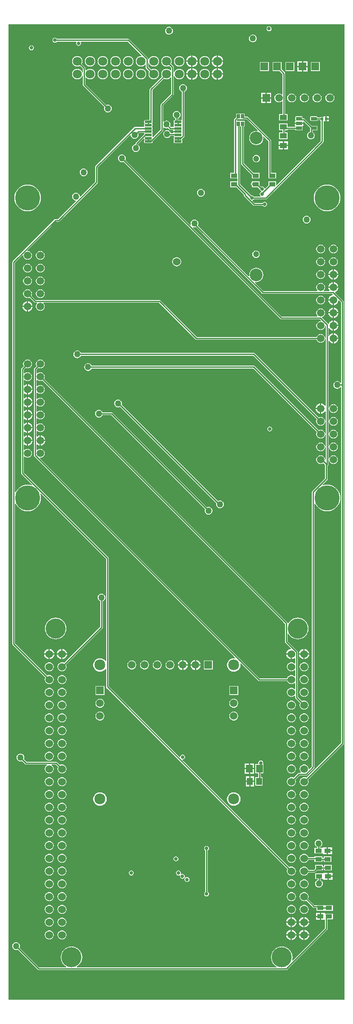
<source format=gbr>
G04 Layer_Physical_Order=1*
G04 Layer_Color=255*
%FSLAX26Y26*%
%MOIN*%
%TF.FileFunction,Copper,L1,Top,Signal*%
%TF.Part,Single*%
G01*
G75*
%TA.AperFunction,SMDPad,CuDef*%
%ADD10R,0.051181X0.033465*%
G04:AMPARAMS|DCode=11|XSize=25.591mil|YSize=47.244mil|CornerRadius=1.919mil|HoleSize=0mil|Usage=FLASHONLY|Rotation=90.000|XOffset=0mil|YOffset=0mil|HoleType=Round|Shape=RoundedRectangle|*
%AMROUNDEDRECTD11*
21,1,0.025591,0.043406,0,0,90.0*
21,1,0.021752,0.047244,0,0,90.0*
1,1,0.003839,0.021703,0.010876*
1,1,0.003839,0.021703,-0.010876*
1,1,0.003839,-0.021703,-0.010876*
1,1,0.003839,-0.021703,0.010876*
%
%ADD11ROUNDEDRECTD11*%
%ADD12R,0.055118X0.041339*%
%ADD13R,0.020472X0.020472*%
%ADD14R,0.045276X0.057087*%
%ADD15R,0.053150X0.061024*%
G04:AMPARAMS|DCode=16|XSize=17.716mil|YSize=55.118mil|CornerRadius=1.949mil|HoleSize=0mil|Usage=FLASHONLY|Rotation=90.000|XOffset=0mil|YOffset=0mil|HoleType=Round|Shape=RoundedRectangle|*
%AMROUNDEDRECTD16*
21,1,0.017716,0.051221,0,0,90.0*
21,1,0.013819,0.055118,0,0,90.0*
1,1,0.003898,0.025610,0.006910*
1,1,0.003898,0.025610,-0.006910*
1,1,0.003898,-0.025610,-0.006910*
1,1,0.003898,-0.025610,0.006910*
%
%ADD16ROUNDEDRECTD16*%
%ADD17R,0.025591X0.033465*%
%TA.AperFunction,Conductor*%
%ADD18C,0.010000*%
%TA.AperFunction,ViaPad*%
%ADD19C,0.060000*%
%TA.AperFunction,ComponentPad*%
%ADD20R,0.060000X0.060000*%
%TA.AperFunction,ViaPad*%
%ADD21C,0.196850*%
%ADD22C,0.196850*%
%ADD23C,0.085000*%
%TA.AperFunction,ComponentPad*%
%ADD24C,0.157480*%
%ADD25C,0.060000*%
%ADD26C,0.059055*%
%ADD27R,0.059055X0.059055*%
%ADD28R,0.059055X0.059055*%
%ADD29C,0.100000*%
%ADD30C,0.047000*%
%ADD31C,0.070866*%
%TA.AperFunction,ViaPad*%
%ADD32C,0.050000*%
%ADD33C,0.027559*%
G36*
X2487519Y3709999D02*
X2487520Y-3929166D01*
X-150480Y-3929166D01*
X-150480Y3710000D01*
X2487519Y3709999D01*
X2487519Y3709999D02*
G37*
%LPC*%
G36*
X2070000Y-1987198D02*
X2060863Y-1988401D01*
X2052349Y-1991928D01*
X2045038Y-1997538D01*
X2039428Y-2004849D01*
X2035901Y-2013363D01*
X2034698Y-2022500D01*
X2035901Y-2031637D01*
X2039428Y-2040151D01*
X2045038Y-2047462D01*
X2052349Y-2053072D01*
X2060863Y-2056599D01*
X2070000Y-2057802D01*
X2079137Y-2056599D01*
X2087651Y-2053072D01*
X2094962Y-2047462D01*
X2100572Y-2040151D01*
X2104099Y-2031637D01*
X2105302Y-2022500D01*
X2104099Y-2013363D01*
X2100572Y-2004849D01*
X2094962Y-1997538D01*
X2087651Y-1991928D01*
X2079137Y-1988401D01*
X2070000Y-1987198D01*
X2070000Y-1987198D02*
G37*
G36*
X270000Y-1987198D02*
X260863Y-1988401D01*
X252349Y-1991928D01*
X245038Y-1997538D01*
X239428Y-2004849D01*
X235901Y-2013363D01*
X234698Y-2022500D01*
X235901Y-2031637D01*
X239428Y-2040151D01*
X245038Y-2047462D01*
X252349Y-2053072D01*
X260863Y-2056599D01*
X270000Y-2057802D01*
X279137Y-2056599D01*
X287651Y-2053072D01*
X294962Y-2047462D01*
X300572Y-2040151D01*
X304099Y-2031637D01*
X305302Y-2022500D01*
X304099Y-2013363D01*
X300572Y-2004849D01*
X294962Y-1997538D01*
X287651Y-1991928D01*
X279137Y-1988401D01*
X270000Y-1987198D01*
X270000Y-1987198D02*
G37*
G36*
X170000Y-1887198D02*
X160863Y-1888401D01*
X152349Y-1891928D01*
X145038Y-1897538D01*
X139428Y-1904849D01*
X135901Y-1913363D01*
X134698Y-1922500D01*
X135901Y-1931637D01*
X139428Y-1940151D01*
X145038Y-1947462D01*
X152349Y-1953072D01*
X160863Y-1956599D01*
X170000Y-1957802D01*
X179137Y-1956599D01*
X187651Y-1953072D01*
X194962Y-1947462D01*
X200572Y-1940151D01*
X204099Y-1931637D01*
X205302Y-1922500D01*
X204099Y-1913363D01*
X200572Y-1904849D01*
X194962Y-1897538D01*
X187651Y-1891928D01*
X179137Y-1888401D01*
X170000Y-1887198D01*
X170000Y-1887198D02*
G37*
G36*
X2170000Y-1987198D02*
X2160863Y-1988401D01*
X2152349Y-1991928D01*
X2145038Y-1997538D01*
X2139428Y-2004849D01*
X2135901Y-2013363D01*
X2134698Y-2022500D01*
X2135901Y-2031637D01*
X2139428Y-2040151D01*
X2145038Y-2047462D01*
X2152349Y-2053072D01*
X2160863Y-2056599D01*
X2170000Y-2057802D01*
X2179137Y-2056599D01*
X2187651Y-2053072D01*
X2194962Y-2047462D01*
X2200572Y-2040151D01*
X2204099Y-2031637D01*
X2205302Y-2022500D01*
X2204099Y-2013363D01*
X2200572Y-2004849D01*
X2194962Y-1997538D01*
X2187651Y-1991928D01*
X2179137Y-1988401D01*
X2170000Y-1987198D01*
X2170000Y-1987198D02*
G37*
G36*
X1777205Y-2079489D02*
X1745630Y-2079489D01*
X1745630Y-2115001D01*
X1777205Y-2115001D01*
X1777205Y-2079489D01*
X1777205Y-2079489D02*
G37*
G36*
X1735630Y-2079489D02*
X1704055Y-2079489D01*
X1704055Y-2115001D01*
X1735630Y-2115001D01*
X1735630Y-2079489D01*
X1735630Y-2079489D02*
G37*
G36*
X170000Y-1987198D02*
X160863Y-1988401D01*
X152349Y-1991928D01*
X145038Y-1997538D01*
X139428Y-2004849D01*
X135901Y-2013363D01*
X134698Y-2022500D01*
X135901Y-2031637D01*
X139428Y-2040151D01*
X145038Y-2047462D01*
X152349Y-2053072D01*
X160863Y-2056599D01*
X170000Y-2057802D01*
X179137Y-2056599D01*
X187651Y-2053072D01*
X194962Y-2047462D01*
X200572Y-2040151D01*
X204099Y-2031637D01*
X205302Y-2022500D01*
X204099Y-2013363D01*
X200572Y-2004849D01*
X194962Y-1997538D01*
X187651Y-1991928D01*
X179137Y-1988401D01*
X170000Y-1987198D01*
X170000Y-1987198D02*
G37*
G36*
X1829630Y-2056160D02*
X1822303Y-2057617D01*
X1816091Y-2061768D01*
X1811940Y-2067980D01*
X1810483Y-2075307D01*
X1811314Y-2079489D01*
X1807623Y-2084489D01*
X1787795Y-2084489D01*
X1787795Y-2155512D01*
X1809174Y-2155512D01*
X1809174Y-2186457D01*
X1787796Y-2186457D01*
X1787796Y-2253544D01*
X1843072Y-2253544D01*
X1843072Y-2186457D01*
X1829566Y-2186457D01*
X1829566Y-2155512D01*
X1850945Y-2155512D01*
X1850945Y-2084489D01*
X1850945Y-2084489D01*
X1847946Y-2079489D01*
X1848777Y-2075307D01*
X1847320Y-2067980D01*
X1843169Y-2061768D01*
X1836957Y-2057617D01*
X1829630Y-2056160D01*
X1829630Y-2056160D02*
G37*
G36*
X2070000Y-1787198D02*
X2060863Y-1788401D01*
X2052349Y-1791928D01*
X2045038Y-1797538D01*
X2039428Y-1804849D01*
X2035901Y-1813363D01*
X2034698Y-1822500D01*
X2035901Y-1831637D01*
X2039428Y-1840151D01*
X2045038Y-1847462D01*
X2052349Y-1853072D01*
X2060863Y-1856599D01*
X2070000Y-1857802D01*
X2079137Y-1856599D01*
X2087651Y-1853072D01*
X2094962Y-1847462D01*
X2100572Y-1840151D01*
X2104099Y-1831637D01*
X2105302Y-1822500D01*
X2104099Y-1813363D01*
X2100572Y-1804849D01*
X2094962Y-1797538D01*
X2087651Y-1791928D01*
X2079137Y-1788401D01*
X2070000Y-1787198D01*
X2070000Y-1787198D02*
G37*
G36*
X270000Y-1787198D02*
X260863Y-1788401D01*
X252349Y-1791928D01*
X245038Y-1797538D01*
X239428Y-1804849D01*
X235901Y-1813363D01*
X234698Y-1822500D01*
X235901Y-1831637D01*
X239428Y-1840151D01*
X245038Y-1847462D01*
X252349Y-1853072D01*
X260863Y-1856599D01*
X270000Y-1857802D01*
X279137Y-1856599D01*
X287651Y-1853072D01*
X294962Y-1847462D01*
X300572Y-1840151D01*
X304099Y-1831637D01*
X305302Y-1822500D01*
X304099Y-1813363D01*
X300572Y-1804849D01*
X294962Y-1797538D01*
X287651Y-1791928D01*
X279137Y-1788401D01*
X270000Y-1787198D01*
X270000Y-1787198D02*
G37*
G36*
X170000Y-1687198D02*
X160863Y-1688401D01*
X152349Y-1691928D01*
X145038Y-1697538D01*
X139428Y-1704849D01*
X135901Y-1713363D01*
X134698Y-1722500D01*
X135901Y-1731637D01*
X139428Y-1740151D01*
X145038Y-1747462D01*
X152349Y-1753072D01*
X160863Y-1756599D01*
X170000Y-1757802D01*
X179137Y-1756599D01*
X187651Y-1753072D01*
X194962Y-1747462D01*
X200572Y-1740151D01*
X204099Y-1731637D01*
X205302Y-1722500D01*
X204099Y-1713363D01*
X200572Y-1704849D01*
X194962Y-1697538D01*
X187651Y-1691928D01*
X179137Y-1688401D01*
X170000Y-1687198D01*
X170000Y-1687198D02*
G37*
G36*
X2170000Y-1787198D02*
X2160863Y-1788401D01*
X2152349Y-1791928D01*
X2145038Y-1797538D01*
X2139428Y-1804849D01*
X2135901Y-1813363D01*
X2134698Y-1822500D01*
X2135901Y-1831637D01*
X2139428Y-1840151D01*
X2145038Y-1847462D01*
X2152349Y-1853072D01*
X2160863Y-1856599D01*
X2170000Y-1857802D01*
X2179137Y-1856599D01*
X2187651Y-1853072D01*
X2194962Y-1847462D01*
X2200572Y-1840151D01*
X2204099Y-1831637D01*
X2205302Y-1822500D01*
X2204099Y-1813363D01*
X2200572Y-1804849D01*
X2194962Y-1797538D01*
X2187651Y-1791928D01*
X2179137Y-1788401D01*
X2170000Y-1787198D01*
X2170000Y-1787198D02*
G37*
G36*
X2070000Y-1887198D02*
X2060863Y-1888401D01*
X2052349Y-1891928D01*
X2045038Y-1897538D01*
X2039428Y-1904849D01*
X2035901Y-1913363D01*
X2034698Y-1922500D01*
X2035901Y-1931637D01*
X2039428Y-1940151D01*
X2045038Y-1947462D01*
X2052349Y-1953072D01*
X2060863Y-1956599D01*
X2070000Y-1957802D01*
X2079137Y-1956599D01*
X2087651Y-1953072D01*
X2094962Y-1947462D01*
X2100572Y-1940151D01*
X2104099Y-1931637D01*
X2105302Y-1922500D01*
X2104099Y-1913363D01*
X2100572Y-1904849D01*
X2094962Y-1897538D01*
X2087651Y-1891928D01*
X2079137Y-1888401D01*
X2070000Y-1887198D01*
X2070000Y-1887198D02*
G37*
G36*
X270000Y-1887198D02*
X260863Y-1888401D01*
X252349Y-1891928D01*
X245038Y-1897538D01*
X239428Y-1904849D01*
X235901Y-1913363D01*
X234698Y-1922500D01*
X235901Y-1931637D01*
X239428Y-1940151D01*
X245038Y-1947462D01*
X252349Y-1953072D01*
X260863Y-1956599D01*
X270000Y-1957802D01*
X279137Y-1956599D01*
X287651Y-1953072D01*
X294962Y-1947462D01*
X300572Y-1940151D01*
X304099Y-1931637D01*
X305302Y-1922500D01*
X304099Y-1913363D01*
X300572Y-1904849D01*
X294962Y-1897538D01*
X287651Y-1891928D01*
X279137Y-1888401D01*
X270000Y-1887198D01*
X270000Y-1887198D02*
G37*
G36*
X170000Y-1787198D02*
X160863Y-1788401D01*
X152349Y-1791928D01*
X145038Y-1797538D01*
X139428Y-1804849D01*
X135901Y-1813363D01*
X134698Y-1822500D01*
X135901Y-1831637D01*
X139428Y-1840151D01*
X145038Y-1847462D01*
X152349Y-1853072D01*
X160863Y-1856599D01*
X170000Y-1857802D01*
X179137Y-1856599D01*
X187651Y-1853072D01*
X194962Y-1847462D01*
X200572Y-1840151D01*
X204099Y-1831637D01*
X205302Y-1822500D01*
X204099Y-1813363D01*
X200572Y-1804849D01*
X194962Y-1797538D01*
X187651Y-1791928D01*
X179137Y-1788401D01*
X170000Y-1787198D01*
X170000Y-1787198D02*
G37*
G36*
X2170000Y-1887198D02*
X2160863Y-1888401D01*
X2152349Y-1891928D01*
X2145038Y-1897538D01*
X2139428Y-1904849D01*
X2135901Y-1913363D01*
X2134698Y-1922500D01*
X2135901Y-1931637D01*
X2139428Y-1940151D01*
X2145038Y-1947462D01*
X2152349Y-1953072D01*
X2160863Y-1956599D01*
X2170000Y-1957802D01*
X2179137Y-1956599D01*
X2187651Y-1953072D01*
X2194962Y-1947462D01*
X2200572Y-1940151D01*
X2204099Y-1931637D01*
X2205302Y-1922500D01*
X2204099Y-1913363D01*
X2200572Y-1904849D01*
X2194962Y-1897538D01*
X2187651Y-1891928D01*
X2179137Y-1888401D01*
X2170000Y-1887198D01*
X2170000Y-1887198D02*
G37*
G36*
X2070000Y-2087198D02*
X2060863Y-2088401D01*
X2052349Y-2091928D01*
X2045038Y-2097538D01*
X2039428Y-2104849D01*
X2035901Y-2113363D01*
X2034698Y-2122500D01*
X2035901Y-2131637D01*
X2039428Y-2140151D01*
X2045038Y-2147462D01*
X2052349Y-2153072D01*
X2060863Y-2156599D01*
X2070000Y-2157802D01*
X2079137Y-2156599D01*
X2087651Y-2153072D01*
X2094962Y-2147462D01*
X2100572Y-2140151D01*
X2104099Y-2131637D01*
X2105302Y-2122500D01*
X2104099Y-2113363D01*
X2100572Y-2104849D01*
X2094962Y-2097538D01*
X2087651Y-2091928D01*
X2079137Y-2088401D01*
X2070000Y-2087198D01*
X2070000Y-2087198D02*
G37*
G36*
X2070000Y-2287198D02*
X2060863Y-2288401D01*
X2052349Y-2291928D01*
X2045038Y-2297538D01*
X2039428Y-2304849D01*
X2035901Y-2313363D01*
X2034698Y-2322500D01*
X2035901Y-2331637D01*
X2039428Y-2340151D01*
X2045038Y-2347462D01*
X2052349Y-2353072D01*
X2060863Y-2356599D01*
X2070000Y-2357802D01*
X2079137Y-2356599D01*
X2087651Y-2353072D01*
X2094962Y-2347462D01*
X2100572Y-2340151D01*
X2104099Y-2331637D01*
X2105302Y-2322500D01*
X2104099Y-2313363D01*
X2100572Y-2304849D01*
X2094962Y-2297538D01*
X2087651Y-2291928D01*
X2079137Y-2288401D01*
X2070000Y-2287198D01*
X2070000Y-2287198D02*
G37*
G36*
X270000Y-2287198D02*
X260863Y-2288401D01*
X252349Y-2291928D01*
X245038Y-2297538D01*
X239428Y-2304849D01*
X235901Y-2313363D01*
X234698Y-2322500D01*
X235901Y-2331637D01*
X239428Y-2340151D01*
X245038Y-2347462D01*
X252349Y-2353072D01*
X260863Y-2356599D01*
X270000Y-2357802D01*
X279137Y-2356599D01*
X287651Y-2353072D01*
X294962Y-2347462D01*
X300572Y-2340151D01*
X304099Y-2331637D01*
X305302Y-2322500D01*
X304099Y-2313363D01*
X300572Y-2304849D01*
X294962Y-2297538D01*
X287651Y-2291928D01*
X279137Y-2288401D01*
X270000Y-2287198D01*
X270000Y-2287198D02*
G37*
G36*
X1739568Y-2225001D02*
X1711930Y-2225001D01*
X1711930Y-2258544D01*
X1739568Y-2258544D01*
X1739568Y-2225001D01*
X1739568Y-2225001D02*
G37*
G36*
X2170000Y-2287198D02*
X2160863Y-2288401D01*
X2152349Y-2291928D01*
X2145038Y-2297538D01*
X2139428Y-2304849D01*
X2135901Y-2313363D01*
X2134698Y-2322500D01*
X2135901Y-2331637D01*
X2139428Y-2340151D01*
X2145038Y-2347462D01*
X2152349Y-2353072D01*
X2160863Y-2356599D01*
X2170000Y-2357802D01*
X2179137Y-2356599D01*
X2187651Y-2353072D01*
X2194962Y-2347462D01*
X2200572Y-2340151D01*
X2204099Y-2331637D01*
X2205302Y-2322500D01*
X2204099Y-2313363D01*
X2200572Y-2304849D01*
X2194962Y-2297538D01*
X2187651Y-2291928D01*
X2179137Y-2288401D01*
X2170000Y-2287198D01*
X2170000Y-2287198D02*
G37*
G36*
X568149Y-2305369D02*
X554444Y-2307174D01*
X541672Y-2312464D01*
X530706Y-2320879D01*
X522290Y-2331846D01*
X517000Y-2344617D01*
X515196Y-2358322D01*
X517000Y-2372028D01*
X522290Y-2384799D01*
X530706Y-2395766D01*
X541672Y-2404181D01*
X554444Y-2409471D01*
X568149Y-2411275D01*
X581854Y-2409471D01*
X594625Y-2404181D01*
X605592Y-2395766D01*
X614008Y-2384799D01*
X619298Y-2372028D01*
X621102Y-2358322D01*
X619298Y-2344617D01*
X614008Y-2331846D01*
X605592Y-2320879D01*
X594625Y-2312464D01*
X581854Y-2307174D01*
X568149Y-2305369D01*
X568149Y-2305369D02*
G37*
G36*
X2170000Y-2387198D02*
X2160863Y-2388401D01*
X2152349Y-2391928D01*
X2145038Y-2397538D01*
X2139428Y-2404849D01*
X2135901Y-2413363D01*
X2134698Y-2422500D01*
X2135901Y-2431637D01*
X2139428Y-2440151D01*
X2145038Y-2447462D01*
X2152349Y-2453072D01*
X2160863Y-2456599D01*
X2170000Y-2457802D01*
X2179137Y-2456599D01*
X2187651Y-2453072D01*
X2194962Y-2447462D01*
X2200572Y-2440151D01*
X2204099Y-2431637D01*
X2205302Y-2422500D01*
X2204099Y-2413363D01*
X2200572Y-2404849D01*
X2194962Y-2397538D01*
X2187651Y-2391928D01*
X2179137Y-2388401D01*
X2170000Y-2387198D01*
X2170000Y-2387198D02*
G37*
G36*
X170000Y-2287198D02*
X160863Y-2288401D01*
X152349Y-2291928D01*
X145038Y-2297538D01*
X139428Y-2304849D01*
X135901Y-2313363D01*
X134698Y-2322500D01*
X135901Y-2331637D01*
X139428Y-2340151D01*
X145038Y-2347462D01*
X152349Y-2353072D01*
X160863Y-2356599D01*
X170000Y-2357802D01*
X179137Y-2356599D01*
X187651Y-2353072D01*
X194962Y-2347462D01*
X200572Y-2340151D01*
X204099Y-2331637D01*
X205302Y-2322500D01*
X204099Y-2313363D01*
X200572Y-2304849D01*
X194962Y-2297538D01*
X187651Y-2291928D01*
X179137Y-2288401D01*
X170000Y-2287198D01*
X170000Y-2287198D02*
G37*
G36*
X1618149Y-2305369D02*
X1604444Y-2307174D01*
X1591672Y-2312464D01*
X1580706Y-2320879D01*
X1572290Y-2331846D01*
X1567000Y-2344617D01*
X1565196Y-2358322D01*
X1567000Y-2372028D01*
X1572290Y-2384799D01*
X1580706Y-2395766D01*
X1591672Y-2404181D01*
X1604444Y-2409471D01*
X1618149Y-2411275D01*
X1631854Y-2409471D01*
X1644625Y-2404181D01*
X1655592Y-2395766D01*
X1664007Y-2384799D01*
X1669298Y-2372028D01*
X1671102Y-2358322D01*
X1669298Y-2344617D01*
X1664007Y-2331846D01*
X1655592Y-2320879D01*
X1644625Y-2312464D01*
X1631854Y-2307174D01*
X1618149Y-2305369D01*
X1618149Y-2305369D02*
G37*
G36*
X1735630Y-2125001D02*
X1704055Y-2125001D01*
X1704055Y-2160512D01*
X1735630Y-2160512D01*
X1735630Y-2125001D01*
X1735630Y-2125001D02*
G37*
G36*
X1777206Y-2181457D02*
X1749568Y-2181457D01*
X1749568Y-2215001D01*
X1777206Y-2215001D01*
X1777206Y-2181457D01*
X1777206Y-2181457D02*
G37*
G36*
X-56000Y-2002741D02*
X-63832Y-2003772D01*
X-71129Y-2006795D01*
X-77396Y-2011604D01*
X-82205Y-2017871D01*
X-85228Y-2025168D01*
X-86259Y-2033000D01*
X-85228Y-2040832D01*
X-82205Y-2048129D01*
X-77396Y-2054396D01*
X-71129Y-2059205D01*
X-63832Y-2062228D01*
X-56000Y-2063259D01*
X-48168Y-2062228D01*
X-43235Y-2060184D01*
X-19416Y-2084003D01*
X-16109Y-2086213D01*
X-12207Y-2086989D01*
X151206Y-2086989D01*
X152303Y-2091730D01*
X152269Y-2091989D01*
X145038Y-2097538D01*
X139428Y-2104849D01*
X135901Y-2113363D01*
X134698Y-2122500D01*
X135901Y-2131637D01*
X139428Y-2140151D01*
X145038Y-2147462D01*
X152349Y-2153072D01*
X160863Y-2156599D01*
X170000Y-2157802D01*
X179137Y-2156599D01*
X187651Y-2153072D01*
X194962Y-2147462D01*
X200572Y-2140151D01*
X204099Y-2131637D01*
X205302Y-2122500D01*
X204099Y-2113363D01*
X200572Y-2104849D01*
X194962Y-2097538D01*
X187731Y-2091989D01*
X187697Y-2091730D01*
X188794Y-2086989D01*
X220070Y-2086989D01*
X238989Y-2105908D01*
X235901Y-2113363D01*
X234698Y-2122500D01*
X235901Y-2131637D01*
X239428Y-2140151D01*
X245038Y-2147462D01*
X252349Y-2153072D01*
X260863Y-2156599D01*
X270000Y-2157802D01*
X279137Y-2156599D01*
X287651Y-2153072D01*
X294962Y-2147462D01*
X300572Y-2140151D01*
X304099Y-2131637D01*
X305302Y-2122500D01*
X304099Y-2113363D01*
X300572Y-2104849D01*
X294962Y-2097538D01*
X287651Y-2091928D01*
X279137Y-2088401D01*
X270000Y-2087198D01*
X260863Y-2088401D01*
X253408Y-2091489D01*
X231503Y-2069584D01*
X228195Y-2067373D01*
X224293Y-2066597D01*
X-7984Y-2066597D01*
X-28816Y-2045765D01*
X-26772Y-2040832D01*
X-25741Y-2033000D01*
X-26772Y-2025168D01*
X-29795Y-2017871D01*
X-34604Y-2011604D01*
X-40870Y-2006795D01*
X-48168Y-2003772D01*
X-56000Y-2002741D01*
X-56000Y-2002741D02*
G37*
G36*
X1777205Y-2125001D02*
X1745630Y-2125001D01*
X1745630Y-2160512D01*
X1777205Y-2160512D01*
X1777205Y-2125001D01*
X1777205Y-2125001D02*
G37*
G36*
X170000Y-2187198D02*
X160863Y-2188401D01*
X152349Y-2191928D01*
X145038Y-2197538D01*
X139428Y-2204849D01*
X135901Y-2213363D01*
X134698Y-2222500D01*
X135901Y-2231637D01*
X139428Y-2240151D01*
X145038Y-2247462D01*
X152349Y-2253072D01*
X160863Y-2256599D01*
X170000Y-2257802D01*
X179137Y-2256599D01*
X187651Y-2253072D01*
X194962Y-2247462D01*
X200572Y-2240151D01*
X204099Y-2231637D01*
X205302Y-2222500D01*
X204099Y-2213363D01*
X200572Y-2204849D01*
X194962Y-2197538D01*
X187651Y-2191928D01*
X179137Y-2188401D01*
X170000Y-2187198D01*
X170000Y-2187198D02*
G37*
G36*
X1777206Y-2225001D02*
X1749568Y-2225001D01*
X1749568Y-2258544D01*
X1777206Y-2258544D01*
X1777206Y-2225001D01*
X1777206Y-2225001D02*
G37*
G36*
X1739568Y-2181457D02*
X1711930Y-2181457D01*
X1711930Y-2215001D01*
X1739568Y-2215001D01*
X1739568Y-2181457D01*
X1739568Y-2181457D02*
G37*
G36*
X270000Y-2187198D02*
X260863Y-2188401D01*
X252349Y-2191928D01*
X245038Y-2197538D01*
X239428Y-2204849D01*
X235901Y-2213363D01*
X234698Y-2222500D01*
X235901Y-2231637D01*
X239428Y-2240151D01*
X245038Y-2247462D01*
X252349Y-2253072D01*
X260863Y-2256599D01*
X270000Y-2257802D01*
X279137Y-2256599D01*
X287651Y-2253072D01*
X294962Y-2247462D01*
X300572Y-2240151D01*
X304099Y-2231637D01*
X305302Y-2222500D01*
X304099Y-2213363D01*
X300572Y-2204849D01*
X294962Y-2197538D01*
X287651Y-2191928D01*
X279137Y-2188401D01*
X270000Y-2187198D01*
X270000Y-2187198D02*
G37*
G36*
X270000Y-1687198D02*
X260863Y-1688401D01*
X252349Y-1691928D01*
X245038Y-1697538D01*
X239428Y-1704849D01*
X235901Y-1713363D01*
X234698Y-1722500D01*
X235901Y-1731637D01*
X239428Y-1740151D01*
X245038Y-1747462D01*
X252349Y-1753072D01*
X260863Y-1756599D01*
X270000Y-1757802D01*
X279137Y-1756599D01*
X287651Y-1753072D01*
X294962Y-1747462D01*
X300572Y-1740151D01*
X304099Y-1731637D01*
X305302Y-1722500D01*
X304099Y-1713363D01*
X300572Y-1704849D01*
X294962Y-1697538D01*
X287651Y-1691928D01*
X279137Y-1688401D01*
X270000Y-1687198D01*
X270000Y-1687198D02*
G37*
G36*
X818149Y-1273497D02*
X809135Y-1274684D01*
X800736Y-1278163D01*
X793524Y-1283697D01*
X787989Y-1290910D01*
X784510Y-1299309D01*
X783323Y-1308322D01*
X784510Y-1317336D01*
X787989Y-1325735D01*
X793524Y-1332948D01*
X800736Y-1338482D01*
X809135Y-1341961D01*
X818149Y-1343148D01*
X827162Y-1341961D01*
X835562Y-1338482D01*
X842774Y-1332948D01*
X848309Y-1325735D01*
X851788Y-1317336D01*
X852974Y-1308322D01*
X851788Y-1299309D01*
X848309Y-1290910D01*
X842774Y-1283697D01*
X835562Y-1278163D01*
X827162Y-1274684D01*
X818149Y-1273497D01*
X818149Y-1273497D02*
G37*
G36*
X1357359Y-1313322D02*
X1323149Y-1313322D01*
X1323149Y-1347533D01*
X1328468Y-1346832D01*
X1338083Y-1342850D01*
X1346340Y-1336514D01*
X1352676Y-1328257D01*
X1356659Y-1318641D01*
X1357359Y-1313322D01*
X1357359Y-1313322D02*
G37*
G36*
X1018149Y-1273497D02*
X1009135Y-1274684D01*
X1000736Y-1278163D01*
X993524Y-1283697D01*
X987989Y-1290910D01*
X984510Y-1299309D01*
X983323Y-1308322D01*
X984510Y-1317336D01*
X987989Y-1325735D01*
X993524Y-1332948D01*
X1000736Y-1338482D01*
X1009135Y-1341961D01*
X1018149Y-1343148D01*
X1027162Y-1341961D01*
X1035562Y-1338482D01*
X1042774Y-1332948D01*
X1048309Y-1325735D01*
X1051788Y-1317336D01*
X1052974Y-1308322D01*
X1051788Y-1299309D01*
X1048309Y-1290910D01*
X1042774Y-1283697D01*
X1035562Y-1278163D01*
X1027162Y-1274684D01*
X1018149Y-1273497D01*
X1018149Y-1273497D02*
G37*
G36*
X918149Y-1273497D02*
X909135Y-1274684D01*
X900736Y-1278163D01*
X893524Y-1283697D01*
X887989Y-1290910D01*
X884510Y-1299309D01*
X883323Y-1308322D01*
X884510Y-1317336D01*
X887989Y-1325735D01*
X893524Y-1332948D01*
X900736Y-1338482D01*
X909135Y-1341961D01*
X918149Y-1343148D01*
X927162Y-1341961D01*
X935562Y-1338482D01*
X942774Y-1332948D01*
X948309Y-1325735D01*
X951788Y-1317336D01*
X952974Y-1308322D01*
X951788Y-1299309D01*
X948309Y-1290910D01*
X942774Y-1283697D01*
X935562Y-1278163D01*
X927162Y-1274684D01*
X918149Y-1273497D01*
X918149Y-1273497D02*
G37*
G36*
X1213149Y-1313322D02*
X1178939Y-1313322D01*
X1179639Y-1318641D01*
X1183622Y-1328257D01*
X1189957Y-1336514D01*
X1198215Y-1342850D01*
X1207830Y-1346832D01*
X1213149Y-1347533D01*
X1213149Y-1313322D01*
X1213149Y-1313322D02*
G37*
G36*
X2170000Y-1287198D02*
X2160863Y-1288401D01*
X2152349Y-1291928D01*
X2145038Y-1297538D01*
X2139428Y-1304849D01*
X2135901Y-1313363D01*
X2134698Y-1322500D01*
X2135901Y-1331637D01*
X2139428Y-1340151D01*
X2145038Y-1347462D01*
X2152349Y-1353072D01*
X2160863Y-1356599D01*
X2170000Y-1357802D01*
X2179137Y-1356599D01*
X2187651Y-1353072D01*
X2194962Y-1347462D01*
X2200572Y-1340151D01*
X2204099Y-1331637D01*
X2205302Y-1322500D01*
X2204099Y-1313363D01*
X2200572Y-1304849D01*
X2194962Y-1297538D01*
X2187651Y-1291928D01*
X2179137Y-1288401D01*
X2170000Y-1287198D01*
X2170000Y-1287198D02*
G37*
G36*
X1257359Y-1313322D02*
X1223149Y-1313322D01*
X1223149Y-1347533D01*
X1228468Y-1346832D01*
X1238083Y-1342850D01*
X1246340Y-1336514D01*
X1252676Y-1328257D01*
X1256659Y-1318641D01*
X1257359Y-1313322D01*
X1257359Y-1313322D02*
G37*
G36*
X1313149Y-1313322D02*
X1278939Y-1313322D01*
X1279639Y-1318641D01*
X1283622Y-1328257D01*
X1289957Y-1336514D01*
X1298215Y-1342850D01*
X1307830Y-1346832D01*
X1313149Y-1347533D01*
X1313149Y-1313322D01*
X1313149Y-1313322D02*
G37*
G36*
X1323149Y-1269112D02*
X1323149Y-1303322D01*
X1357359Y-1303322D01*
X1356659Y-1298004D01*
X1352676Y-1288388D01*
X1346340Y-1280131D01*
X1338083Y-1273795D01*
X1328468Y-1269812D01*
X1323149Y-1269112D01*
X1323149Y-1269112D02*
G37*
G36*
X1223149Y-1269112D02*
X1223149Y-1303322D01*
X1257359Y-1303322D01*
X1256659Y-1298004D01*
X1252676Y-1288388D01*
X1246340Y-1280131D01*
X1238083Y-1273795D01*
X1228468Y-1269812D01*
X1223149Y-1269112D01*
X1223149Y-1269112D02*
G37*
G36*
X165000Y-1227500D02*
X130313Y-1227500D01*
X131030Y-1232942D01*
X135060Y-1242673D01*
X141472Y-1251028D01*
X149827Y-1257440D01*
X159558Y-1261470D01*
X165000Y-1262187D01*
X165000Y-1227500D01*
X165000Y-1227500D02*
G37*
G36*
X580000Y-749741D02*
X572168Y-750772D01*
X564870Y-753795D01*
X558604Y-758604D01*
X553795Y-764871D01*
X550772Y-772168D01*
X549741Y-780000D01*
X550772Y-787832D01*
X553795Y-795129D01*
X558604Y-801396D01*
X564870Y-806205D01*
X569804Y-808249D01*
X569804Y-1008277D01*
X286592Y-1291489D01*
X279137Y-1288401D01*
X270000Y-1287198D01*
X260863Y-1288401D01*
X252349Y-1291928D01*
X245038Y-1297538D01*
X239428Y-1304849D01*
X235901Y-1313363D01*
X234698Y-1322500D01*
X235901Y-1331637D01*
X239428Y-1340151D01*
X245038Y-1347462D01*
X252349Y-1353072D01*
X260863Y-1356599D01*
X270000Y-1357802D01*
X279137Y-1356599D01*
X287651Y-1353072D01*
X294962Y-1347462D01*
X300572Y-1340151D01*
X304099Y-1331637D01*
X305302Y-1322500D01*
X304099Y-1313363D01*
X301011Y-1305908D01*
X587210Y-1019710D01*
X589420Y-1016402D01*
X590196Y-1012500D01*
X590196Y-808249D01*
X595130Y-806205D01*
X601396Y-801396D01*
X606205Y-795129D01*
X609228Y-787832D01*
X610259Y-780000D01*
X609228Y-772168D01*
X606205Y-764871D01*
X601396Y-758604D01*
X595130Y-753795D01*
X587832Y-750772D01*
X580000Y-749741D01*
X580000Y-749741D02*
G37*
G36*
X1452676Y-1273795D02*
X1383621Y-1273795D01*
X1383621Y-1342850D01*
X1452676Y-1342850D01*
X1452676Y-1273795D01*
X1452676Y-1273795D02*
G37*
G36*
X1118149Y-1273497D02*
X1109135Y-1274684D01*
X1100736Y-1278163D01*
X1093524Y-1283697D01*
X1087989Y-1290910D01*
X1084510Y-1299309D01*
X1083323Y-1308322D01*
X1084510Y-1317336D01*
X1087989Y-1325735D01*
X1093524Y-1332948D01*
X1100736Y-1338482D01*
X1109135Y-1341961D01*
X1118149Y-1343148D01*
X1127162Y-1341961D01*
X1135562Y-1338482D01*
X1142774Y-1332948D01*
X1148309Y-1325735D01*
X1151788Y-1317336D01*
X1152974Y-1308322D01*
X1151788Y-1299309D01*
X1148309Y-1290910D01*
X1142774Y-1283697D01*
X1135562Y-1278163D01*
X1127162Y-1274684D01*
X1118149Y-1273497D01*
X1118149Y-1273497D02*
G37*
G36*
X1313149Y-1269112D02*
X1307830Y-1269812D01*
X1298215Y-1273795D01*
X1289957Y-1280131D01*
X1283622Y-1288388D01*
X1279639Y-1298004D01*
X1278939Y-1303322D01*
X1313149Y-1303322D01*
X1313149Y-1269112D01*
X1313149Y-1269112D02*
G37*
G36*
X1213149Y-1269112D02*
X1207830Y-1269812D01*
X1198215Y-1273795D01*
X1189957Y-1280131D01*
X1183622Y-1288388D01*
X1179639Y-1298004D01*
X1178939Y-1303322D01*
X1213149Y-1303322D01*
X1213149Y-1269112D01*
X1213149Y-1269112D02*
G37*
G36*
X170000Y-1287198D02*
X160863Y-1288401D01*
X152349Y-1291928D01*
X145038Y-1297538D01*
X139428Y-1304849D01*
X135901Y-1313363D01*
X134698Y-1322500D01*
X135901Y-1331637D01*
X139428Y-1340151D01*
X145038Y-1347462D01*
X152349Y-1353072D01*
X160863Y-1356599D01*
X170000Y-1357802D01*
X179137Y-1356599D01*
X187651Y-1353072D01*
X194962Y-1347462D01*
X200572Y-1340151D01*
X204099Y-1331637D01*
X205302Y-1322500D01*
X204099Y-1313363D01*
X200572Y-1304849D01*
X194962Y-1297538D01*
X187651Y-1291928D01*
X179137Y-1288401D01*
X170000Y-1287198D01*
X170000Y-1287198D02*
G37*
G36*
X270000Y-1587198D02*
X260863Y-1588401D01*
X252349Y-1591928D01*
X245038Y-1597538D01*
X239428Y-1604849D01*
X235901Y-1613363D01*
X234698Y-1622500D01*
X235901Y-1631637D01*
X239428Y-1640151D01*
X245038Y-1647462D01*
X252349Y-1653072D01*
X260863Y-1656599D01*
X270000Y-1657802D01*
X279137Y-1656599D01*
X287651Y-1653072D01*
X294962Y-1647462D01*
X300572Y-1640151D01*
X304099Y-1631637D01*
X305302Y-1622500D01*
X304099Y-1613363D01*
X300572Y-1604849D01*
X294962Y-1597538D01*
X287651Y-1591928D01*
X279137Y-1588401D01*
X270000Y-1587198D01*
X270000Y-1587198D02*
G37*
G36*
X170000Y-1587198D02*
X160863Y-1588401D01*
X152349Y-1591928D01*
X145038Y-1597538D01*
X139428Y-1604849D01*
X135901Y-1613363D01*
X134698Y-1622500D01*
X135901Y-1631637D01*
X139428Y-1640151D01*
X145038Y-1647462D01*
X152349Y-1653072D01*
X160863Y-1656599D01*
X170000Y-1657802D01*
X179137Y-1656599D01*
X187651Y-1653072D01*
X194962Y-1647462D01*
X200572Y-1640151D01*
X204099Y-1631637D01*
X205302Y-1622500D01*
X204099Y-1613363D01*
X200572Y-1604849D01*
X194962Y-1597538D01*
X187651Y-1591928D01*
X179137Y-1588401D01*
X170000Y-1587198D01*
X170000Y-1587198D02*
G37*
G36*
X568149Y-1573497D02*
X559135Y-1574684D01*
X550736Y-1578163D01*
X543524Y-1583697D01*
X537989Y-1590910D01*
X534510Y-1599309D01*
X533323Y-1608322D01*
X534510Y-1617336D01*
X537989Y-1625735D01*
X543524Y-1632948D01*
X550736Y-1638482D01*
X559135Y-1641961D01*
X568149Y-1643148D01*
X577162Y-1641961D01*
X585562Y-1638482D01*
X592774Y-1632948D01*
X598309Y-1625735D01*
X601788Y-1617336D01*
X602974Y-1608322D01*
X601788Y-1599309D01*
X598309Y-1590910D01*
X592774Y-1583697D01*
X585562Y-1578163D01*
X577162Y-1574684D01*
X568149Y-1573497D01*
X568149Y-1573497D02*
G37*
G36*
X2070000Y-1587198D02*
X2060863Y-1588401D01*
X2052349Y-1591928D01*
X2045038Y-1597538D01*
X2039428Y-1604849D01*
X2035901Y-1613363D01*
X2034698Y-1622500D01*
X2035901Y-1631637D01*
X2039428Y-1640151D01*
X2045038Y-1647462D01*
X2052349Y-1653072D01*
X2060863Y-1656599D01*
X2070000Y-1657802D01*
X2079137Y-1656599D01*
X2087651Y-1653072D01*
X2094962Y-1647462D01*
X2100572Y-1640151D01*
X2104099Y-1631637D01*
X2105302Y-1622500D01*
X2104099Y-1613363D01*
X2100572Y-1604849D01*
X2094962Y-1597538D01*
X2087651Y-1591928D01*
X2079137Y-1588401D01*
X2070000Y-1587198D01*
X2070000Y-1587198D02*
G37*
G36*
X2170000Y-1687198D02*
X2160863Y-1688401D01*
X2152349Y-1691928D01*
X2145038Y-1697538D01*
X2139428Y-1704849D01*
X2135901Y-1713363D01*
X2134698Y-1722500D01*
X2135901Y-1731637D01*
X2139428Y-1740151D01*
X2145038Y-1747462D01*
X2152349Y-1753072D01*
X2160863Y-1756599D01*
X2170000Y-1757802D01*
X2179137Y-1756599D01*
X2187651Y-1753072D01*
X2194962Y-1747462D01*
X2200572Y-1740151D01*
X2204099Y-1731637D01*
X2205302Y-1722500D01*
X2204099Y-1713363D01*
X2200572Y-1704849D01*
X2194962Y-1697538D01*
X2187651Y-1691928D01*
X2179137Y-1688401D01*
X2170000Y-1687198D01*
X2170000Y-1687198D02*
G37*
G36*
X2070000Y-1687198D02*
X2060863Y-1688401D01*
X2052349Y-1691928D01*
X2045038Y-1697538D01*
X2039428Y-1704849D01*
X2035901Y-1713363D01*
X2034698Y-1722500D01*
X2035901Y-1731637D01*
X2039428Y-1740151D01*
X2045038Y-1747462D01*
X2052349Y-1753072D01*
X2060863Y-1756599D01*
X2070000Y-1757802D01*
X2079137Y-1756599D01*
X2087651Y-1753072D01*
X2094962Y-1747462D01*
X2100572Y-1740151D01*
X2104099Y-1731637D01*
X2105302Y-1722500D01*
X2104099Y-1713363D01*
X2100572Y-1704849D01*
X2094962Y-1697538D01*
X2087651Y-1691928D01*
X2079137Y-1688401D01*
X2070000Y-1687198D01*
X2070000Y-1687198D02*
G37*
G36*
X1618149Y-1673497D02*
X1609135Y-1674684D01*
X1600736Y-1678163D01*
X1593524Y-1683697D01*
X1587989Y-1690910D01*
X1584510Y-1699309D01*
X1583323Y-1708322D01*
X1584510Y-1717336D01*
X1587989Y-1725735D01*
X1593524Y-1732948D01*
X1600736Y-1738482D01*
X1609135Y-1741961D01*
X1618149Y-1743148D01*
X1627162Y-1741961D01*
X1635562Y-1738482D01*
X1642774Y-1732948D01*
X1648309Y-1725735D01*
X1651788Y-1717336D01*
X1652974Y-1708322D01*
X1651788Y-1699309D01*
X1648309Y-1690910D01*
X1642774Y-1683697D01*
X1635562Y-1678163D01*
X1627162Y-1674684D01*
X1618149Y-1673497D01*
X1618149Y-1673497D02*
G37*
G36*
X568149Y-1673497D02*
X559135Y-1674684D01*
X550736Y-1678163D01*
X543524Y-1683697D01*
X537989Y-1690910D01*
X534510Y-1699309D01*
X533323Y-1708322D01*
X534510Y-1717336D01*
X537989Y-1725735D01*
X543524Y-1732948D01*
X550736Y-1738482D01*
X559135Y-1741961D01*
X568149Y-1743148D01*
X577162Y-1741961D01*
X585562Y-1738482D01*
X592774Y-1732948D01*
X598309Y-1725735D01*
X601788Y-1717336D01*
X602974Y-1708322D01*
X601788Y-1699309D01*
X598309Y-1690910D01*
X592774Y-1683697D01*
X585562Y-1678163D01*
X577162Y-1674684D01*
X568149Y-1673497D01*
X568149Y-1673497D02*
G37*
G36*
X1652676Y-1473795D02*
X1583621Y-1473795D01*
X1583621Y-1542850D01*
X1652676Y-1542850D01*
X1652676Y-1473795D01*
X1652676Y-1473795D02*
G37*
G36*
X602676Y-1473795D02*
X533621Y-1473795D01*
X533621Y-1542850D01*
X602676Y-1542850D01*
X602676Y-1473795D01*
X602676Y-1473795D02*
G37*
G36*
X2170000Y-1387198D02*
X2160863Y-1388401D01*
X2152349Y-1391928D01*
X2145038Y-1397538D01*
X2139428Y-1404849D01*
X2135901Y-1413363D01*
X2134698Y-1422500D01*
X2135901Y-1431637D01*
X2139428Y-1440151D01*
X2145038Y-1447462D01*
X2152349Y-1453072D01*
X2160863Y-1456599D01*
X2170000Y-1457802D01*
X2179137Y-1456599D01*
X2187651Y-1453072D01*
X2194962Y-1447462D01*
X2200572Y-1440151D01*
X2204099Y-1431637D01*
X2205302Y-1422500D01*
X2204099Y-1413363D01*
X2200572Y-1404849D01*
X2194962Y-1397538D01*
X2187651Y-1391928D01*
X2179137Y-1388401D01*
X2170000Y-1387198D01*
X2170000Y-1387198D02*
G37*
G36*
X270000Y-1387198D02*
X260863Y-1388401D01*
X252349Y-1391928D01*
X245038Y-1397538D01*
X239428Y-1404849D01*
X235901Y-1413363D01*
X234698Y-1422500D01*
X235901Y-1431637D01*
X239428Y-1440151D01*
X245038Y-1447462D01*
X252349Y-1453072D01*
X260863Y-1456599D01*
X270000Y-1457802D01*
X279137Y-1456599D01*
X287651Y-1453072D01*
X294962Y-1447462D01*
X300572Y-1440151D01*
X304099Y-1431637D01*
X305302Y-1422500D01*
X304099Y-1413363D01*
X300572Y-1404849D01*
X294962Y-1397538D01*
X287651Y-1391928D01*
X279137Y-1388401D01*
X270000Y-1387198D01*
X270000Y-1387198D02*
G37*
G36*
X170000Y-1487198D02*
X160863Y-1488401D01*
X152349Y-1491928D01*
X145038Y-1497538D01*
X139428Y-1504849D01*
X135901Y-1513363D01*
X134698Y-1522500D01*
X135901Y-1531637D01*
X139428Y-1540151D01*
X145038Y-1547462D01*
X152349Y-1553072D01*
X160863Y-1556599D01*
X170000Y-1557802D01*
X179137Y-1556599D01*
X187651Y-1553072D01*
X194962Y-1547462D01*
X200572Y-1540151D01*
X204099Y-1531637D01*
X205302Y-1522500D01*
X204099Y-1513363D01*
X200572Y-1504849D01*
X194962Y-1497538D01*
X187651Y-1491928D01*
X179137Y-1488401D01*
X170000Y-1487198D01*
X170000Y-1487198D02*
G37*
G36*
X1618149Y-1573497D02*
X1609135Y-1574684D01*
X1600736Y-1578163D01*
X1593524Y-1583697D01*
X1587989Y-1590910D01*
X1584510Y-1599309D01*
X1583323Y-1608322D01*
X1584510Y-1617336D01*
X1587989Y-1625735D01*
X1593524Y-1632948D01*
X1600736Y-1638482D01*
X1609135Y-1641961D01*
X1618149Y-1643148D01*
X1627162Y-1641961D01*
X1635562Y-1638482D01*
X1642774Y-1632948D01*
X1648309Y-1625735D01*
X1651788Y-1617336D01*
X1652974Y-1608322D01*
X1651788Y-1599309D01*
X1648309Y-1590910D01*
X1642774Y-1583697D01*
X1635562Y-1578163D01*
X1627162Y-1574684D01*
X1618149Y-1573497D01*
X1618149Y-1573497D02*
G37*
G36*
X2170000Y-1487198D02*
X2160863Y-1488401D01*
X2152349Y-1491928D01*
X2145038Y-1497538D01*
X2139428Y-1504849D01*
X2135901Y-1513363D01*
X2134698Y-1522500D01*
X2135901Y-1531637D01*
X2139428Y-1540151D01*
X2145038Y-1547462D01*
X2152349Y-1553072D01*
X2160863Y-1556599D01*
X2170000Y-1557802D01*
X2179137Y-1556599D01*
X2187651Y-1553072D01*
X2194962Y-1547462D01*
X2200572Y-1540151D01*
X2204099Y-1531637D01*
X2205302Y-1522500D01*
X2204099Y-1513363D01*
X2200572Y-1504849D01*
X2194962Y-1497538D01*
X2187651Y-1491928D01*
X2179137Y-1488401D01*
X2170000Y-1487198D01*
X2170000Y-1487198D02*
G37*
G36*
X270000Y-1487198D02*
X260863Y-1488401D01*
X252349Y-1491928D01*
X245038Y-1497538D01*
X239428Y-1504849D01*
X235901Y-1513363D01*
X234698Y-1522500D01*
X235901Y-1531637D01*
X239428Y-1540151D01*
X245038Y-1547462D01*
X252349Y-1553072D01*
X260863Y-1556599D01*
X270000Y-1557802D01*
X279137Y-1556599D01*
X287651Y-1553072D01*
X294962Y-1547462D01*
X300572Y-1540151D01*
X304099Y-1531637D01*
X305302Y-1522500D01*
X304099Y-1513363D01*
X300572Y-1504849D01*
X294962Y-1497538D01*
X287651Y-1491928D01*
X279137Y-1488401D01*
X270000Y-1487198D01*
X270000Y-1487198D02*
G37*
G36*
X2070000Y-2387198D02*
X2060863Y-2388401D01*
X2052349Y-2391928D01*
X2045038Y-2397538D01*
X2039428Y-2404849D01*
X2035901Y-2413363D01*
X2034698Y-2422500D01*
X2035901Y-2431637D01*
X2039428Y-2440151D01*
X2045038Y-2447462D01*
X2052349Y-2453072D01*
X2060863Y-2456599D01*
X2070000Y-2457802D01*
X2079137Y-2456599D01*
X2087651Y-2453072D01*
X2094962Y-2447462D01*
X2100572Y-2440151D01*
X2104099Y-2431637D01*
X2105302Y-2422500D01*
X2104099Y-2413363D01*
X2100572Y-2404849D01*
X2094962Y-2397538D01*
X2087651Y-2391928D01*
X2079137Y-2388401D01*
X2070000Y-2387198D01*
X2070000Y-2387198D02*
G37*
G36*
X2293134Y-3251331D02*
X2262543Y-3251331D01*
X2262543Y-3273063D01*
X2293134Y-3273063D01*
X2293134Y-3251331D01*
X2293134Y-3251331D02*
G37*
G36*
X2293134Y-3283063D02*
X2262543Y-3283063D01*
X2262543Y-3304795D01*
X2293134Y-3304795D01*
X2293134Y-3283063D01*
X2293134Y-3283063D02*
G37*
G36*
X270000Y-3187198D02*
X260863Y-3188401D01*
X252349Y-3191928D01*
X245038Y-3197538D01*
X239428Y-3204849D01*
X235901Y-3213363D01*
X234698Y-3222500D01*
X235901Y-3231637D01*
X239428Y-3240151D01*
X245038Y-3247462D01*
X252349Y-3253072D01*
X260863Y-3256599D01*
X270000Y-3257802D01*
X279137Y-3256599D01*
X287651Y-3253072D01*
X294962Y-3247462D01*
X300572Y-3240151D01*
X304099Y-3231637D01*
X305302Y-3222500D01*
X304099Y-3213363D01*
X300572Y-3204849D01*
X294962Y-3197538D01*
X287651Y-3191928D01*
X279137Y-3188401D01*
X270000Y-3187198D01*
X270000Y-3187198D02*
G37*
G36*
X170000Y-3187198D02*
X160863Y-3188401D01*
X152349Y-3191928D01*
X145038Y-3197538D01*
X139428Y-3204849D01*
X135901Y-3213363D01*
X134698Y-3222500D01*
X135901Y-3231637D01*
X139428Y-3240151D01*
X145038Y-3247462D01*
X152349Y-3253072D01*
X160863Y-3256599D01*
X170000Y-3257802D01*
X179137Y-3256599D01*
X187651Y-3253072D01*
X194962Y-3247462D01*
X200572Y-3240151D01*
X204099Y-3231637D01*
X205302Y-3222500D01*
X204099Y-3213363D01*
X200572Y-3204849D01*
X194962Y-3197538D01*
X187651Y-3191928D01*
X179137Y-3188401D01*
X170000Y-3187198D01*
X170000Y-3187198D02*
G37*
G36*
X2165000Y-3282813D02*
X2159558Y-3283530D01*
X2149827Y-3287560D01*
X2141472Y-3293972D01*
X2135060Y-3302327D01*
X2131030Y-3312058D01*
X2130313Y-3317500D01*
X2165000Y-3317500D01*
X2165000Y-3282813D01*
X2165000Y-3282813D02*
G37*
G36*
X2065000Y-3282813D02*
X2059558Y-3283530D01*
X2049827Y-3287560D01*
X2041472Y-3293972D01*
X2035060Y-3302327D01*
X2031030Y-3312058D01*
X2030313Y-3317500D01*
X2065000Y-3317500D01*
X2065000Y-3282813D01*
X2065000Y-3282813D02*
G37*
G36*
X2175000Y-3282813D02*
X2175000Y-3317500D01*
X2209687Y-3317500D01*
X2208970Y-3312058D01*
X2204940Y-3302327D01*
X2198528Y-3293972D01*
X2190173Y-3287560D01*
X2180442Y-3283530D01*
X2175000Y-3282813D01*
X2175000Y-3282813D02*
G37*
G36*
X2075000Y-3282813D02*
X2075000Y-3317500D01*
X2109687Y-3317500D01*
X2108970Y-3312058D01*
X2104940Y-3302327D01*
X2098528Y-3293972D01*
X2090173Y-3287560D01*
X2080442Y-3283530D01*
X2075000Y-3282813D01*
X2075000Y-3282813D02*
G37*
G36*
X2070000Y-3087198D02*
X2060863Y-3088401D01*
X2052349Y-3091928D01*
X2045038Y-3097538D01*
X2039428Y-3104849D01*
X2035901Y-3113363D01*
X2034698Y-3122500D01*
X2035901Y-3131637D01*
X2039428Y-3140151D01*
X2045038Y-3147462D01*
X2052349Y-3153072D01*
X2060863Y-3156599D01*
X2070000Y-3157802D01*
X2079137Y-3156599D01*
X2087651Y-3153072D01*
X2094962Y-3147462D01*
X2100572Y-3140151D01*
X2104099Y-3131637D01*
X2105302Y-3122500D01*
X2104099Y-3113363D01*
X2100572Y-3104849D01*
X2094962Y-3097538D01*
X2087651Y-3091928D01*
X2079137Y-3088401D01*
X2070000Y-3087198D01*
X2070000Y-3087198D02*
G37*
G36*
X270000Y-3087198D02*
X260863Y-3088401D01*
X252349Y-3091928D01*
X245038Y-3097538D01*
X239428Y-3104849D01*
X235901Y-3113363D01*
X234698Y-3122500D01*
X235901Y-3131637D01*
X239428Y-3140151D01*
X245038Y-3147462D01*
X252349Y-3153072D01*
X260863Y-3156599D01*
X270000Y-3157802D01*
X279137Y-3156599D01*
X287651Y-3153072D01*
X294962Y-3147462D01*
X300572Y-3140151D01*
X304099Y-3131637D01*
X305302Y-3122500D01*
X304099Y-3113363D01*
X300572Y-3104849D01*
X294962Y-3097538D01*
X287651Y-3091928D01*
X279137Y-3088401D01*
X270000Y-3087198D01*
X270000Y-3087198D02*
G37*
G36*
X170000Y-2987198D02*
X160863Y-2988401D01*
X152349Y-2991928D01*
X145038Y-2997538D01*
X139428Y-3004849D01*
X135901Y-3013363D01*
X134698Y-3022500D01*
X135901Y-3031637D01*
X139428Y-3040151D01*
X145038Y-3047462D01*
X152349Y-3053072D01*
X160863Y-3056599D01*
X170000Y-3057802D01*
X179137Y-3056599D01*
X187651Y-3053072D01*
X194962Y-3047462D01*
X200572Y-3040151D01*
X204099Y-3031637D01*
X205302Y-3022500D01*
X204099Y-3013363D01*
X200572Y-3004849D01*
X194962Y-2997538D01*
X187651Y-2991928D01*
X179137Y-2988401D01*
X170000Y-2987198D01*
X170000Y-2987198D02*
G37*
G36*
X1404433Y-2725451D02*
X1397106Y-2726909D01*
X1390894Y-2731059D01*
X1386743Y-2737271D01*
X1385286Y-2744598D01*
X1386743Y-2751926D01*
X1390894Y-2758138D01*
X1394237Y-2760372D01*
X1394237Y-3085597D01*
X1390894Y-3087831D01*
X1386743Y-3094043D01*
X1385286Y-3101370D01*
X1386743Y-3108698D01*
X1390894Y-3114909D01*
X1397106Y-3119060D01*
X1404433Y-3120517D01*
X1411761Y-3119060D01*
X1417972Y-3114909D01*
X1422123Y-3108698D01*
X1423581Y-3101370D01*
X1422123Y-3094043D01*
X1417972Y-3087831D01*
X1414629Y-3085597D01*
X1414629Y-2760372D01*
X1417972Y-2758138D01*
X1422123Y-2751926D01*
X1423581Y-2744598D01*
X1422123Y-2737271D01*
X1417972Y-2731059D01*
X1411761Y-2726909D01*
X1404433Y-2725451D01*
X1404433Y-2725451D02*
G37*
G36*
X2170000Y-3187198D02*
X2160863Y-3188401D01*
X2152349Y-3191928D01*
X2145038Y-3197538D01*
X2139428Y-3204849D01*
X2135901Y-3213363D01*
X2134698Y-3222500D01*
X2135901Y-3231637D01*
X2139428Y-3240151D01*
X2145038Y-3247462D01*
X2152349Y-3253072D01*
X2160863Y-3256599D01*
X2170000Y-3257802D01*
X2179137Y-3256599D01*
X2187651Y-3253072D01*
X2194962Y-3247462D01*
X2200572Y-3240151D01*
X2204099Y-3231637D01*
X2205302Y-3222500D01*
X2204099Y-3213363D01*
X2200572Y-3204849D01*
X2194962Y-3197538D01*
X2187651Y-3191928D01*
X2179137Y-3188401D01*
X2170000Y-3187198D01*
X2170000Y-3187198D02*
G37*
G36*
X2070000Y-3187198D02*
X2060863Y-3188401D01*
X2052349Y-3191928D01*
X2045038Y-3197538D01*
X2039428Y-3204849D01*
X2035901Y-3213363D01*
X2034698Y-3222500D01*
X2035901Y-3231637D01*
X2039428Y-3240151D01*
X2045038Y-3247462D01*
X2052349Y-3253072D01*
X2060863Y-3256599D01*
X2070000Y-3257802D01*
X2079137Y-3256599D01*
X2087651Y-3253072D01*
X2094962Y-3247462D01*
X2100572Y-3240151D01*
X2104099Y-3231637D01*
X2105302Y-3222500D01*
X2104099Y-3213363D01*
X2100572Y-3204849D01*
X2094962Y-3197538D01*
X2087651Y-3191928D01*
X2079137Y-3188401D01*
X2070000Y-3187198D01*
X2070000Y-3187198D02*
G37*
G36*
X170000Y-3087198D02*
X160863Y-3088401D01*
X152349Y-3091928D01*
X145038Y-3097538D01*
X139428Y-3104849D01*
X135901Y-3113363D01*
X134698Y-3122500D01*
X135901Y-3131637D01*
X139428Y-3140151D01*
X145038Y-3147462D01*
X152349Y-3153072D01*
X160863Y-3156599D01*
X170000Y-3157802D01*
X179137Y-3156599D01*
X187651Y-3153072D01*
X194962Y-3147462D01*
X200572Y-3140151D01*
X204099Y-3131637D01*
X205302Y-3122500D01*
X204099Y-3113363D01*
X200572Y-3104849D01*
X194962Y-3097538D01*
X187651Y-3091928D01*
X179137Y-3088401D01*
X170000Y-3087198D01*
X170000Y-3087198D02*
G37*
G36*
X2170000Y-3087198D02*
X2160863Y-3088401D01*
X2152349Y-3091928D01*
X2145038Y-3097538D01*
X2139428Y-3104849D01*
X2135901Y-3113363D01*
X2134698Y-3122500D01*
X2135901Y-3131637D01*
X2139428Y-3140151D01*
X2145038Y-3147462D01*
X2152349Y-3153072D01*
X2160863Y-3156599D01*
X2170000Y-3157802D01*
X2179137Y-3156599D01*
X2186592Y-3153511D01*
X2239691Y-3206610D01*
X2242999Y-3208820D01*
X2246901Y-3209597D01*
X2267543Y-3209597D01*
X2267543Y-3232865D01*
X2328724Y-3232865D01*
X2328724Y-3221330D01*
X2334472Y-3221330D01*
X2334472Y-3232867D01*
X2395653Y-3232867D01*
X2395653Y-3189402D01*
X2334472Y-3189402D01*
X2334472Y-3200939D01*
X2328724Y-3200939D01*
X2328724Y-3189401D01*
X2287386Y-3189401D01*
X2286401Y-3189205D01*
X2251124Y-3189205D01*
X2201011Y-3139092D01*
X2204099Y-3131637D01*
X2205302Y-3122500D01*
X2204099Y-3113363D01*
X2200572Y-3104849D01*
X2194962Y-3097538D01*
X2187651Y-3091928D01*
X2179137Y-3088401D01*
X2170000Y-3087198D01*
X2170000Y-3087198D02*
G37*
G36*
X270000Y-3287198D02*
X260863Y-3288401D01*
X252349Y-3291928D01*
X245038Y-3297538D01*
X239428Y-3304849D01*
X235901Y-3313363D01*
X234698Y-3322500D01*
X235901Y-3331637D01*
X239428Y-3340151D01*
X245038Y-3347462D01*
X252349Y-3353072D01*
X260863Y-3356599D01*
X270000Y-3357802D01*
X279137Y-3356599D01*
X287651Y-3353072D01*
X294962Y-3347462D01*
X300572Y-3340151D01*
X304099Y-3331637D01*
X305302Y-3322500D01*
X304099Y-3313363D01*
X300572Y-3304849D01*
X294962Y-3297538D01*
X287651Y-3291928D01*
X279137Y-3288401D01*
X270000Y-3287198D01*
X270000Y-3287198D02*
G37*
G36*
X170000Y-3387198D02*
X160863Y-3388401D01*
X152349Y-3391928D01*
X145038Y-3397538D01*
X139428Y-3404849D01*
X135901Y-3413363D01*
X134698Y-3422500D01*
X135901Y-3431637D01*
X139428Y-3440151D01*
X145038Y-3447462D01*
X152349Y-3453072D01*
X160863Y-3456599D01*
X170000Y-3457802D01*
X179137Y-3456599D01*
X187651Y-3453072D01*
X194962Y-3447462D01*
X200572Y-3440151D01*
X204099Y-3431637D01*
X205302Y-3422500D01*
X204099Y-3413363D01*
X200572Y-3404849D01*
X194962Y-3397538D01*
X187651Y-3391928D01*
X179137Y-3388401D01*
X170000Y-3387198D01*
X170000Y-3387198D02*
G37*
G36*
X2209687Y-3427500D02*
X2175000Y-3427500D01*
X2175000Y-3462187D01*
X2180442Y-3461470D01*
X2190173Y-3457440D01*
X2198528Y-3451028D01*
X2204940Y-3442673D01*
X2208970Y-3432942D01*
X2209687Y-3427500D01*
X2209687Y-3427500D02*
G37*
G36*
X2065000Y-3382813D02*
X2059558Y-3383530D01*
X2049827Y-3387560D01*
X2041472Y-3393972D01*
X2035060Y-3402327D01*
X2031030Y-3412058D01*
X2030313Y-3417500D01*
X2065000Y-3417500D01*
X2065000Y-3382813D01*
X2065000Y-3382813D02*
G37*
G36*
X270000Y-3387198D02*
X260863Y-3388401D01*
X252349Y-3391928D01*
X245038Y-3397538D01*
X239428Y-3404849D01*
X235901Y-3413363D01*
X234698Y-3422500D01*
X235901Y-3431637D01*
X239428Y-3440151D01*
X245038Y-3447462D01*
X252349Y-3453072D01*
X260863Y-3456599D01*
X270000Y-3457802D01*
X279137Y-3456599D01*
X287651Y-3453072D01*
X294962Y-3447462D01*
X300572Y-3440151D01*
X304099Y-3431637D01*
X305302Y-3422500D01*
X304099Y-3413363D01*
X300572Y-3404849D01*
X294962Y-3397538D01*
X287651Y-3391928D01*
X279137Y-3388401D01*
X270000Y-3387198D01*
X270000Y-3387198D02*
G37*
G36*
X2065000Y-3427500D02*
X2030313Y-3427500D01*
X2031030Y-3432942D01*
X2035060Y-3442673D01*
X2041472Y-3451028D01*
X2049827Y-3457440D01*
X2059558Y-3461470D01*
X2065000Y-3462187D01*
X2065000Y-3427500D01*
X2065000Y-3427500D02*
G37*
G36*
X2333724Y-3251331D02*
X2303134Y-3251331D01*
X2303134Y-3278063D01*
X2303134Y-3304795D01*
X2333724Y-3304795D01*
X2334277Y-3309566D01*
X2334277Y-3369302D01*
X2079745Y-3623833D01*
X2075324Y-3621183D01*
X2077528Y-3613916D01*
X2079145Y-3597500D01*
X2077528Y-3581084D01*
X2072740Y-3565299D01*
X2064964Y-3550751D01*
X2054500Y-3538000D01*
X2041749Y-3527536D01*
X2027201Y-3519760D01*
X2011416Y-3514972D01*
X1995000Y-3513355D01*
X1978584Y-3514972D01*
X1962799Y-3519760D01*
X1948251Y-3527536D01*
X1935500Y-3538000D01*
X1925036Y-3550751D01*
X1917260Y-3565299D01*
X1912472Y-3581084D01*
X1910855Y-3597500D01*
X1912472Y-3613916D01*
X1917260Y-3629701D01*
X1925036Y-3644249D01*
X1935500Y-3657000D01*
X1948251Y-3667464D01*
X1954949Y-3671044D01*
X1953697Y-3676044D01*
X386303Y-3676044D01*
X385051Y-3671044D01*
X391749Y-3667464D01*
X404500Y-3657000D01*
X414964Y-3644249D01*
X422740Y-3629701D01*
X427529Y-3613916D01*
X429145Y-3597500D01*
X427529Y-3581084D01*
X422740Y-3565299D01*
X414964Y-3550751D01*
X404500Y-3538000D01*
X391749Y-3527536D01*
X377201Y-3519760D01*
X361416Y-3514972D01*
X345000Y-3513355D01*
X328584Y-3514972D01*
X312799Y-3519760D01*
X298251Y-3527536D01*
X285500Y-3538000D01*
X275036Y-3550751D01*
X267260Y-3565299D01*
X262471Y-3581084D01*
X260855Y-3597500D01*
X262471Y-3613916D01*
X267260Y-3629701D01*
X275036Y-3644249D01*
X285500Y-3657000D01*
X298251Y-3667464D01*
X304949Y-3671044D01*
X303697Y-3676044D01*
X90463Y-3676044D01*
X-62816Y-3522765D01*
X-60772Y-3517832D01*
X-59741Y-3510000D01*
X-60772Y-3502168D01*
X-63795Y-3494871D01*
X-68604Y-3488604D01*
X-74871Y-3483795D01*
X-82168Y-3480772D01*
X-90000Y-3479741D01*
X-97832Y-3480772D01*
X-105129Y-3483795D01*
X-111396Y-3488604D01*
X-116205Y-3494871D01*
X-119228Y-3502168D01*
X-120259Y-3510000D01*
X-119228Y-3517832D01*
X-116205Y-3525129D01*
X-111396Y-3531396D01*
X-105129Y-3536205D01*
X-97832Y-3539228D01*
X-90000Y-3540259D01*
X-82168Y-3539228D01*
X-77235Y-3537184D01*
X79031Y-3693450D01*
X82338Y-3695660D01*
X86240Y-3696436D01*
X2031757Y-3696436D01*
X2035659Y-3695660D01*
X2038967Y-3693450D01*
X2351682Y-3380735D01*
X2353892Y-3377427D01*
X2354668Y-3373525D01*
X2354668Y-3299795D01*
X2395653Y-3299795D01*
X2395653Y-3256330D01*
X2334473Y-3256330D01*
X2333724Y-3251640D01*
X2333724Y-3251331D01*
X2333724Y-3251331D02*
G37*
G36*
X2109687Y-3427500D02*
X2075000Y-3427500D01*
X2075000Y-3462187D01*
X2080442Y-3461470D01*
X2090173Y-3457440D01*
X2098528Y-3451028D01*
X2104940Y-3442673D01*
X2108970Y-3432942D01*
X2109687Y-3427500D01*
X2109687Y-3427500D02*
G37*
G36*
X2165000Y-3427500D02*
X2130313Y-3427500D01*
X2131030Y-3432942D01*
X2135060Y-3442673D01*
X2141472Y-3451028D01*
X2149827Y-3457440D01*
X2159558Y-3461470D01*
X2165000Y-3462187D01*
X2165000Y-3427500D01*
X2165000Y-3427500D02*
G37*
G36*
X2109687Y-3327500D02*
X2075000Y-3327500D01*
X2075000Y-3362187D01*
X2080442Y-3361470D01*
X2090173Y-3357440D01*
X2098528Y-3351028D01*
X2104940Y-3342673D01*
X2108970Y-3332942D01*
X2109687Y-3327500D01*
X2109687Y-3327500D02*
G37*
G36*
X2165000Y-3327500D02*
X2130313Y-3327500D01*
X2131030Y-3332942D01*
X2135060Y-3342673D01*
X2141472Y-3351028D01*
X2149827Y-3357440D01*
X2159558Y-3361470D01*
X2165000Y-3362187D01*
X2165000Y-3327500D01*
X2165000Y-3327500D02*
G37*
G36*
X170000Y-3287198D02*
X160863Y-3288401D01*
X152349Y-3291928D01*
X145038Y-3297538D01*
X139428Y-3304849D01*
X135901Y-3313363D01*
X134698Y-3322500D01*
X135901Y-3331637D01*
X139428Y-3340151D01*
X145038Y-3347462D01*
X152349Y-3353072D01*
X160863Y-3356599D01*
X170000Y-3357802D01*
X179137Y-3356599D01*
X187651Y-3353072D01*
X194962Y-3347462D01*
X200572Y-3340151D01*
X204099Y-3331637D01*
X205302Y-3322500D01*
X204099Y-3313363D01*
X200572Y-3304849D01*
X194962Y-3297538D01*
X187651Y-3291928D01*
X179137Y-3288401D01*
X170000Y-3287198D01*
X170000Y-3287198D02*
G37*
G36*
X2209687Y-3327500D02*
X2175000Y-3327500D01*
X2175000Y-3362187D01*
X2180442Y-3361470D01*
X2190173Y-3357440D01*
X2198528Y-3351028D01*
X2204940Y-3342673D01*
X2208970Y-3332942D01*
X2209687Y-3327500D01*
X2209687Y-3327500D02*
G37*
G36*
X2075000Y-3382813D02*
X2075000Y-3417500D01*
X2109687Y-3417500D01*
X2108970Y-3412058D01*
X2104940Y-3402327D01*
X2098528Y-3393972D01*
X2090173Y-3387560D01*
X2080442Y-3383530D01*
X2075000Y-3382813D01*
X2075000Y-3382813D02*
G37*
G36*
X2165000Y-3382813D02*
X2159558Y-3383530D01*
X2149827Y-3387560D01*
X2141472Y-3393972D01*
X2135060Y-3402327D01*
X2131030Y-3412058D01*
X2130313Y-3417500D01*
X2165000Y-3417500D01*
X2165000Y-3382813D01*
X2165000Y-3382813D02*
G37*
G36*
X2065000Y-3327500D02*
X2030313Y-3327500D01*
X2031030Y-3332942D01*
X2035060Y-3342673D01*
X2041472Y-3351028D01*
X2049827Y-3357440D01*
X2059558Y-3361470D01*
X2065000Y-3362187D01*
X2065000Y-3327500D01*
X2065000Y-3327500D02*
G37*
G36*
X2175000Y-3382813D02*
X2175000Y-3417500D01*
X2209687Y-3417500D01*
X2208970Y-3412058D01*
X2204940Y-3402327D01*
X2198528Y-3393972D01*
X2190173Y-3387560D01*
X2180442Y-3383530D01*
X2175000Y-3382813D01*
X2175000Y-3382813D02*
G37*
G36*
X270000Y-2987198D02*
X260863Y-2988401D01*
X252349Y-2991928D01*
X245038Y-2997538D01*
X239428Y-3004849D01*
X235901Y-3013363D01*
X234698Y-3022500D01*
X235901Y-3031637D01*
X239428Y-3040151D01*
X245038Y-3047462D01*
X252349Y-3053072D01*
X260863Y-3056599D01*
X270000Y-3057802D01*
X279137Y-3056599D01*
X287651Y-3053072D01*
X294962Y-3047462D01*
X300572Y-3040151D01*
X304099Y-3031637D01*
X305302Y-3022500D01*
X304099Y-3013363D01*
X300572Y-3004849D01*
X294962Y-2997538D01*
X287651Y-2991928D01*
X279137Y-2988401D01*
X270000Y-2987198D01*
X270000Y-2987198D02*
G37*
G36*
X2388843Y-2735583D02*
X2358252Y-2735583D01*
X2358252Y-2757316D01*
X2388843Y-2757316D01*
X2388843Y-2735583D01*
X2388843Y-2735583D02*
G37*
G36*
X2170000Y-2687198D02*
X2160863Y-2688401D01*
X2152349Y-2691928D01*
X2145038Y-2697538D01*
X2139428Y-2704849D01*
X2135901Y-2713363D01*
X2134698Y-2722500D01*
X2135901Y-2731637D01*
X2139428Y-2740151D01*
X2145038Y-2747462D01*
X2152349Y-2753072D01*
X2160863Y-2756599D01*
X2170000Y-2757802D01*
X2179137Y-2756599D01*
X2187651Y-2753072D01*
X2194962Y-2747462D01*
X2200572Y-2740151D01*
X2204099Y-2731637D01*
X2205302Y-2722500D01*
X2204099Y-2713363D01*
X2200572Y-2704849D01*
X2194962Y-2697538D01*
X2187651Y-2691928D01*
X2179137Y-2688401D01*
X2170000Y-2687198D01*
X2170000Y-2687198D02*
G37*
G36*
X270000Y-2587198D02*
X260863Y-2588401D01*
X252349Y-2591928D01*
X245038Y-2597538D01*
X239428Y-2604849D01*
X235901Y-2613363D01*
X234698Y-2622500D01*
X235901Y-2631637D01*
X239428Y-2640151D01*
X245038Y-2647462D01*
X252349Y-2653072D01*
X260863Y-2656599D01*
X270000Y-2657802D01*
X279137Y-2656599D01*
X287651Y-2653072D01*
X294962Y-2647462D01*
X300572Y-2640151D01*
X304099Y-2631637D01*
X305302Y-2622500D01*
X304099Y-2613363D01*
X300572Y-2604849D01*
X294962Y-2597538D01*
X287651Y-2591928D01*
X279137Y-2588401D01*
X270000Y-2587198D01*
X270000Y-2587198D02*
G37*
G36*
X170000Y-2587198D02*
X160863Y-2588401D01*
X152349Y-2591928D01*
X145038Y-2597538D01*
X139428Y-2604849D01*
X135901Y-2613363D01*
X134698Y-2622500D01*
X135901Y-2631637D01*
X139428Y-2640151D01*
X145038Y-2647462D01*
X152349Y-2653072D01*
X160863Y-2656599D01*
X170000Y-2657802D01*
X179137Y-2656599D01*
X187651Y-2653072D01*
X194962Y-2647462D01*
X200572Y-2640151D01*
X204099Y-2631637D01*
X205302Y-2622500D01*
X204099Y-2613363D01*
X200572Y-2604849D01*
X194962Y-2597538D01*
X187651Y-2591928D01*
X179137Y-2588401D01*
X170000Y-2587198D01*
X170000Y-2587198D02*
G37*
G36*
X170000Y-2687198D02*
X160863Y-2688401D01*
X152349Y-2691928D01*
X145038Y-2697538D01*
X139428Y-2704849D01*
X135901Y-2713363D01*
X134698Y-2722500D01*
X135901Y-2731637D01*
X139428Y-2740151D01*
X145038Y-2747462D01*
X152349Y-2753072D01*
X160863Y-2756599D01*
X170000Y-2757802D01*
X179137Y-2756599D01*
X187651Y-2753072D01*
X194962Y-2747462D01*
X200572Y-2740151D01*
X204099Y-2731637D01*
X205302Y-2722500D01*
X204099Y-2713363D01*
X200572Y-2704849D01*
X194962Y-2697538D01*
X187651Y-2691928D01*
X179137Y-2688401D01*
X170000Y-2687198D01*
X170000Y-2687198D02*
G37*
G36*
X2388843Y-2767316D02*
X2358252Y-2767316D01*
X2358252Y-2789048D01*
X2388843Y-2789048D01*
X2388843Y-2767316D01*
X2388843Y-2767316D02*
G37*
G36*
X2070000Y-2687198D02*
X2060863Y-2688401D01*
X2052349Y-2691928D01*
X2045038Y-2697538D01*
X2039428Y-2704849D01*
X2035901Y-2713363D01*
X2034698Y-2722500D01*
X2035901Y-2731637D01*
X2039428Y-2740151D01*
X2045038Y-2747462D01*
X2052349Y-2753072D01*
X2060863Y-2756599D01*
X2070000Y-2757802D01*
X2079137Y-2756599D01*
X2087651Y-2753072D01*
X2094962Y-2747462D01*
X2100572Y-2740151D01*
X2104099Y-2731637D01*
X2105302Y-2722500D01*
X2104099Y-2713363D01*
X2100572Y-2704849D01*
X2094962Y-2697538D01*
X2087651Y-2691928D01*
X2079137Y-2688401D01*
X2070000Y-2687198D01*
X2070000Y-2687198D02*
G37*
G36*
X270000Y-2687198D02*
X260863Y-2688401D01*
X252349Y-2691928D01*
X245038Y-2697538D01*
X239428Y-2704849D01*
X235901Y-2713363D01*
X234698Y-2722500D01*
X235901Y-2731637D01*
X239428Y-2740151D01*
X245038Y-2747462D01*
X252349Y-2753072D01*
X260863Y-2756599D01*
X270000Y-2757802D01*
X279137Y-2756599D01*
X287651Y-2753072D01*
X294962Y-2747462D01*
X300572Y-2740151D01*
X304099Y-2731637D01*
X305302Y-2722500D01*
X304099Y-2713363D01*
X300572Y-2704849D01*
X294962Y-2697538D01*
X287651Y-2691928D01*
X279137Y-2688401D01*
X270000Y-2687198D01*
X270000Y-2687198D02*
G37*
G36*
X2170000Y-2487198D02*
X2160863Y-2488401D01*
X2152349Y-2491928D01*
X2145038Y-2497538D01*
X2139428Y-2504849D01*
X2135901Y-2513363D01*
X2134698Y-2522500D01*
X2135901Y-2531637D01*
X2139428Y-2540151D01*
X2145038Y-2547462D01*
X2152349Y-2553072D01*
X2160863Y-2556599D01*
X2170000Y-2557802D01*
X2179137Y-2556599D01*
X2187651Y-2553072D01*
X2194962Y-2547462D01*
X2200572Y-2540151D01*
X2204099Y-2531637D01*
X2205302Y-2522500D01*
X2204099Y-2513363D01*
X2200572Y-2504849D01*
X2194962Y-2497538D01*
X2187651Y-2491928D01*
X2179137Y-2488401D01*
X2170000Y-2487198D01*
X2170000Y-2487198D02*
G37*
G36*
X2070000Y-2487198D02*
X2060863Y-2488401D01*
X2052349Y-2491928D01*
X2045038Y-2497538D01*
X2039428Y-2504849D01*
X2035901Y-2513363D01*
X2034698Y-2522500D01*
X2035901Y-2531637D01*
X2039428Y-2540151D01*
X2045038Y-2547462D01*
X2052349Y-2553072D01*
X2060863Y-2556599D01*
X2070000Y-2557802D01*
X2079137Y-2556599D01*
X2087651Y-2553072D01*
X2094962Y-2547462D01*
X2100572Y-2540151D01*
X2104099Y-2531637D01*
X2105302Y-2522500D01*
X2104099Y-2513363D01*
X2100572Y-2504849D01*
X2094962Y-2497538D01*
X2087651Y-2491928D01*
X2079137Y-2488401D01*
X2070000Y-2487198D01*
X2070000Y-2487198D02*
G37*
G36*
X270000Y-2387198D02*
X260863Y-2388401D01*
X252349Y-2391928D01*
X245038Y-2397538D01*
X239428Y-2404849D01*
X235901Y-2413363D01*
X234698Y-2422500D01*
X235901Y-2431637D01*
X239428Y-2440151D01*
X245038Y-2447462D01*
X252349Y-2453072D01*
X260863Y-2456599D01*
X270000Y-2457802D01*
X279137Y-2456599D01*
X287651Y-2453072D01*
X294962Y-2447462D01*
X300572Y-2440151D01*
X304099Y-2431637D01*
X305302Y-2422500D01*
X304099Y-2413363D01*
X300572Y-2404849D01*
X294962Y-2397538D01*
X287651Y-2391928D01*
X279137Y-2388401D01*
X270000Y-2387198D01*
X270000Y-2387198D02*
G37*
G36*
X170000Y-2387198D02*
X160863Y-2388401D01*
X152349Y-2391928D01*
X145038Y-2397538D01*
X139428Y-2404849D01*
X135901Y-2413363D01*
X134698Y-2422500D01*
X135901Y-2431637D01*
X139428Y-2440151D01*
X145038Y-2447462D01*
X152349Y-2453072D01*
X160863Y-2456599D01*
X170000Y-2457802D01*
X179137Y-2456599D01*
X187651Y-2453072D01*
X194962Y-2447462D01*
X200572Y-2440151D01*
X204099Y-2431637D01*
X205302Y-2422500D01*
X204099Y-2413363D01*
X200572Y-2404849D01*
X194962Y-2397538D01*
X187651Y-2391928D01*
X179137Y-2388401D01*
X170000Y-2387198D01*
X170000Y-2387198D02*
G37*
G36*
X2170000Y-2587198D02*
X2160863Y-2588401D01*
X2152349Y-2591928D01*
X2145038Y-2597538D01*
X2139428Y-2604849D01*
X2135901Y-2613363D01*
X2134698Y-2622500D01*
X2135901Y-2631637D01*
X2139428Y-2640151D01*
X2145038Y-2647462D01*
X2152349Y-2653072D01*
X2160863Y-2656599D01*
X2170000Y-2657802D01*
X2179137Y-2656599D01*
X2187651Y-2653072D01*
X2194962Y-2647462D01*
X2200572Y-2640151D01*
X2204099Y-2631637D01*
X2205302Y-2622500D01*
X2204099Y-2613363D01*
X2200572Y-2604849D01*
X2194962Y-2597538D01*
X2187651Y-2591928D01*
X2179137Y-2588401D01*
X2170000Y-2587198D01*
X2170000Y-2587198D02*
G37*
G36*
X2070000Y-2587198D02*
X2060863Y-2588401D01*
X2052349Y-2591928D01*
X2045038Y-2597538D01*
X2039428Y-2604849D01*
X2035901Y-2613363D01*
X2034698Y-2622500D01*
X2035901Y-2631637D01*
X2039428Y-2640151D01*
X2045038Y-2647462D01*
X2052349Y-2653072D01*
X2060863Y-2656599D01*
X2070000Y-2657802D01*
X2079137Y-2656599D01*
X2087651Y-2653072D01*
X2094962Y-2647462D01*
X2100572Y-2640151D01*
X2104099Y-2631637D01*
X2105302Y-2622500D01*
X2104099Y-2613363D01*
X2100572Y-2604849D01*
X2094962Y-2597538D01*
X2087651Y-2591928D01*
X2079137Y-2588401D01*
X2070000Y-2587198D01*
X2070000Y-2587198D02*
G37*
G36*
X270000Y-2487198D02*
X260863Y-2488401D01*
X252349Y-2491928D01*
X245038Y-2497538D01*
X239428Y-2504849D01*
X235901Y-2513363D01*
X234698Y-2522500D01*
X235901Y-2531637D01*
X239428Y-2540151D01*
X245038Y-2547462D01*
X252349Y-2553072D01*
X260863Y-2556599D01*
X270000Y-2557802D01*
X279137Y-2556599D01*
X287651Y-2553072D01*
X294962Y-2547462D01*
X300572Y-2540151D01*
X304099Y-2531637D01*
X305302Y-2522500D01*
X304099Y-2513363D01*
X300572Y-2504849D01*
X294962Y-2497538D01*
X287651Y-2491928D01*
X279137Y-2488401D01*
X270000Y-2487198D01*
X270000Y-2487198D02*
G37*
G36*
X170000Y-2487198D02*
X160863Y-2488401D01*
X152349Y-2491928D01*
X145038Y-2497538D01*
X139428Y-2504849D01*
X135901Y-2513363D01*
X134698Y-2522500D01*
X135901Y-2531637D01*
X139428Y-2540151D01*
X145038Y-2547462D01*
X152349Y-2553072D01*
X160863Y-2556599D01*
X170000Y-2557802D01*
X179137Y-2556599D01*
X187651Y-2553072D01*
X194962Y-2547462D01*
X200572Y-2540151D01*
X204099Y-2531637D01*
X205302Y-2522500D01*
X204099Y-2513363D01*
X200572Y-2504849D01*
X194962Y-2497538D01*
X187651Y-2491928D01*
X179137Y-2488401D01*
X170000Y-2487198D01*
X170000Y-2487198D02*
G37*
G36*
X2282386Y-2674969D02*
X2274554Y-2676000D01*
X2267256Y-2679023D01*
X2260990Y-2683832D01*
X2256181Y-2690099D01*
X2253158Y-2697397D01*
X2252127Y-2705228D01*
X2253158Y-2713060D01*
X2256181Y-2720358D01*
X2260990Y-2726625D01*
X2267256Y-2731433D01*
X2272190Y-2733477D01*
X2272190Y-2740583D01*
X2251795Y-2740583D01*
X2251795Y-2784048D01*
X2312661Y-2784048D01*
X2312976Y-2784048D01*
X2317662Y-2784808D01*
X2317662Y-2789048D01*
X2348252Y-2789048D01*
X2348252Y-2762316D01*
X2348252Y-2735583D01*
X2317662Y-2735583D01*
X2317662Y-2739823D01*
X2312976Y-2740583D01*
X2312661Y-2740583D01*
X2292582Y-2740583D01*
X2292582Y-2733477D01*
X2297515Y-2731433D01*
X2303782Y-2726625D01*
X2308591Y-2720358D01*
X2311614Y-2713060D01*
X2312645Y-2705228D01*
X2311614Y-2697397D01*
X2308591Y-2690099D01*
X2303782Y-2683832D01*
X2297515Y-2679023D01*
X2290217Y-2676000D01*
X2282386Y-2674969D01*
X2282386Y-2674969D02*
G37*
G36*
X1183961Y-2918364D02*
X1176633Y-2919822D01*
X1170421Y-2923972D01*
X1166271Y-2930184D01*
X1164813Y-2937512D01*
X1166271Y-2944839D01*
X1170421Y-2951051D01*
X1176633Y-2955202D01*
X1183961Y-2956659D01*
X1191288Y-2955202D01*
X1192699Y-2954259D01*
X1196962Y-2957424D01*
X1195853Y-2963000D01*
X1197310Y-2970327D01*
X1201461Y-2976539D01*
X1207673Y-2980690D01*
X1215000Y-2982147D01*
X1222327Y-2980690D01*
X1228539Y-2976539D01*
X1232690Y-2970327D01*
X1234147Y-2963000D01*
X1232690Y-2955673D01*
X1228539Y-2949461D01*
X1222327Y-2945310D01*
X1215000Y-2943853D01*
X1207673Y-2945310D01*
X1206262Y-2946253D01*
X1201999Y-2943088D01*
X1203108Y-2937512D01*
X1201650Y-2930184D01*
X1197500Y-2923972D01*
X1191288Y-2919822D01*
X1183961Y-2918364D01*
X1183961Y-2918364D02*
G37*
G36*
X2392780Y-2968102D02*
X2362190Y-2968102D01*
X2362190Y-2989834D01*
X2392780Y-2989834D01*
X2392780Y-2968102D01*
X2392780Y-2968102D02*
G37*
G36*
X170000Y-2887198D02*
X160863Y-2888401D01*
X152349Y-2891928D01*
X145038Y-2897538D01*
X139428Y-2904849D01*
X135901Y-2913363D01*
X134698Y-2922500D01*
X135901Y-2931637D01*
X139428Y-2940151D01*
X145038Y-2947462D01*
X152349Y-2953072D01*
X160863Y-2956599D01*
X170000Y-2957802D01*
X179137Y-2956599D01*
X187651Y-2953072D01*
X194962Y-2947462D01*
X200572Y-2940151D01*
X204099Y-2931637D01*
X205302Y-2922500D01*
X204099Y-2913363D01*
X200572Y-2904849D01*
X194962Y-2897538D01*
X187651Y-2891928D01*
X179137Y-2888401D01*
X170000Y-2887198D01*
X170000Y-2887198D02*
G37*
G36*
X2392780Y-2936369D02*
X2362190Y-2936369D01*
X2362190Y-2958102D01*
X2392780Y-2958102D01*
X2392780Y-2936369D01*
X2392780Y-2936369D02*
G37*
G36*
X2170000Y-2987198D02*
X2160863Y-2988401D01*
X2152349Y-2991928D01*
X2145038Y-2997538D01*
X2139428Y-3004849D01*
X2135901Y-3013363D01*
X2134698Y-3022500D01*
X2135901Y-3031637D01*
X2139428Y-3040151D01*
X2145038Y-3047462D01*
X2152349Y-3053072D01*
X2160863Y-3056599D01*
X2170000Y-3057802D01*
X2179137Y-3056599D01*
X2187651Y-3053072D01*
X2194962Y-3047462D01*
X2200572Y-3040151D01*
X2204099Y-3031637D01*
X2205302Y-3022500D01*
X2204099Y-3013363D01*
X2200572Y-3004849D01*
X2194962Y-2997538D01*
X2187651Y-2991928D01*
X2179137Y-2988401D01*
X2170000Y-2987198D01*
X2170000Y-2987198D02*
G37*
G36*
X2070000Y-2987198D02*
X2060863Y-2988401D01*
X2052349Y-2991928D01*
X2045038Y-2997538D01*
X2039428Y-3004849D01*
X2035901Y-3013363D01*
X2034698Y-3022500D01*
X2035901Y-3031637D01*
X2039428Y-3040151D01*
X2045038Y-3047462D01*
X2052349Y-3053072D01*
X2060863Y-3056599D01*
X2070000Y-3057802D01*
X2079137Y-3056599D01*
X2087651Y-3053072D01*
X2094962Y-3047462D01*
X2100572Y-3040151D01*
X2104099Y-3031637D01*
X2105302Y-3022500D01*
X2104099Y-3013363D01*
X2100572Y-3004849D01*
X2094962Y-2997538D01*
X2087651Y-2991928D01*
X2079137Y-2988401D01*
X2070000Y-2987198D01*
X2070000Y-2987198D02*
G37*
G36*
X2352190Y-2936369D02*
X2321599Y-2936369D01*
X2321599Y-2940611D01*
X2316913Y-2941370D01*
X2316599Y-2941370D01*
X2255732Y-2941370D01*
X2255732Y-2984835D01*
X2276127Y-2984835D01*
X2276127Y-2991940D01*
X2271193Y-2993984D01*
X2264927Y-2998793D01*
X2260118Y-3005060D01*
X2257095Y-3012357D01*
X2256064Y-3020189D01*
X2257095Y-3028021D01*
X2260118Y-3035318D01*
X2264927Y-3041585D01*
X2271193Y-3046394D01*
X2278491Y-3049417D01*
X2286323Y-3050448D01*
X2294154Y-3049417D01*
X2301452Y-3046394D01*
X2307719Y-3041585D01*
X2312528Y-3035318D01*
X2315551Y-3028021D01*
X2316582Y-3020189D01*
X2315551Y-3012357D01*
X2312528Y-3005060D01*
X2307719Y-2998793D01*
X2301452Y-2993984D01*
X2296519Y-2991940D01*
X2296519Y-2984835D01*
X2316599Y-2984835D01*
X2316913Y-2984835D01*
X2321599Y-2985594D01*
X2321599Y-2989834D01*
X2352190Y-2989834D01*
X2352190Y-2963102D01*
X2352190Y-2936369D01*
X2352190Y-2936369D02*
G37*
G36*
X1250890Y-2969546D02*
X1243562Y-2971003D01*
X1237351Y-2975154D01*
X1233200Y-2981365D01*
X1231742Y-2988693D01*
X1233200Y-2996020D01*
X1237351Y-3002232D01*
X1243562Y-3006383D01*
X1250890Y-3007840D01*
X1258217Y-3006383D01*
X1264429Y-3002232D01*
X1268580Y-2996020D01*
X1270037Y-2988693D01*
X1268580Y-2981365D01*
X1264429Y-2975154D01*
X1258217Y-2971003D01*
X1250890Y-2969546D01*
X1250890Y-2969546D02*
G37*
G36*
X2070000Y-2787198D02*
X2060863Y-2788401D01*
X2052349Y-2791928D01*
X2045038Y-2797538D01*
X2039428Y-2804849D01*
X2035901Y-2813363D01*
X2034698Y-2822500D01*
X2035901Y-2831637D01*
X2039428Y-2840151D01*
X2045038Y-2847462D01*
X2052349Y-2853072D01*
X2060863Y-2856599D01*
X2070000Y-2857802D01*
X2079137Y-2856599D01*
X2087651Y-2853072D01*
X2094962Y-2847462D01*
X2100572Y-2840151D01*
X2104099Y-2831637D01*
X2105302Y-2822500D01*
X2104099Y-2813363D01*
X2100572Y-2804849D01*
X2094962Y-2797538D01*
X2087651Y-2791928D01*
X2079137Y-2788401D01*
X2070000Y-2787198D01*
X2070000Y-2787198D02*
G37*
G36*
X270000Y-2787198D02*
X260863Y-2788401D01*
X252349Y-2791928D01*
X245038Y-2797538D01*
X239428Y-2804849D01*
X235901Y-2813363D01*
X234698Y-2822500D01*
X235901Y-2831637D01*
X239428Y-2840151D01*
X245038Y-2847462D01*
X252349Y-2853072D01*
X260863Y-2856599D01*
X270000Y-2857802D01*
X279137Y-2856599D01*
X287651Y-2853072D01*
X294962Y-2847462D01*
X300572Y-2840151D01*
X304099Y-2831637D01*
X305302Y-2822500D01*
X304099Y-2813363D01*
X300572Y-2804849D01*
X294962Y-2797538D01*
X287651Y-2791928D01*
X279137Y-2788401D01*
X270000Y-2787198D01*
X270000Y-2787198D02*
G37*
G36*
X1164276Y-2808128D02*
X1156948Y-2809586D01*
X1150736Y-2813736D01*
X1146586Y-2819948D01*
X1145128Y-2827276D01*
X1146586Y-2834603D01*
X1150736Y-2840815D01*
X1156948Y-2844965D01*
X1164276Y-2846423D01*
X1171603Y-2844965D01*
X1177815Y-2840815D01*
X1181966Y-2834603D01*
X1183423Y-2827276D01*
X1181966Y-2819948D01*
X1177815Y-2813736D01*
X1171603Y-2809586D01*
X1164276Y-2808128D01*
X1164276Y-2808128D02*
G37*
G36*
X2170000Y-2787198D02*
X2160863Y-2788401D01*
X2152349Y-2791928D01*
X2145038Y-2797538D01*
X2139428Y-2804849D01*
X2135901Y-2813363D01*
X2134698Y-2822500D01*
X2135901Y-2831637D01*
X2139428Y-2840151D01*
X2145038Y-2847462D01*
X2152349Y-2853072D01*
X2160863Y-2856599D01*
X2170000Y-2857802D01*
X2179137Y-2856599D01*
X2187651Y-2853072D01*
X2194962Y-2847462D01*
X2200572Y-2840151D01*
X2203660Y-2832696D01*
X2251795Y-2832696D01*
X2251795Y-2850976D01*
X2312976Y-2850976D01*
X2312976Y-2839439D01*
X2322662Y-2839439D01*
X2322662Y-2850976D01*
X2383843Y-2850976D01*
X2383843Y-2807511D01*
X2322662Y-2807511D01*
X2322662Y-2819048D01*
X2312976Y-2819048D01*
X2312976Y-2807511D01*
X2251795Y-2807511D01*
X2251795Y-2812304D01*
X2203660Y-2812304D01*
X2200572Y-2804849D01*
X2194962Y-2797538D01*
X2187651Y-2791928D01*
X2179137Y-2788401D01*
X2170000Y-2787198D01*
X2170000Y-2787198D02*
G37*
G36*
X813882Y-2918364D02*
X806554Y-2919822D01*
X800343Y-2923972D01*
X796192Y-2930184D01*
X794735Y-2937512D01*
X796192Y-2944839D01*
X800343Y-2951051D01*
X806554Y-2955202D01*
X813882Y-2956659D01*
X821209Y-2955202D01*
X827421Y-2951051D01*
X831572Y-2944839D01*
X833029Y-2937512D01*
X831572Y-2930184D01*
X827421Y-2923972D01*
X821209Y-2919822D01*
X813882Y-2918364D01*
X813882Y-2918364D02*
G37*
G36*
X270000Y-2887198D02*
X260863Y-2888401D01*
X252349Y-2891928D01*
X245038Y-2897538D01*
X239428Y-2904849D01*
X235901Y-2913363D01*
X234698Y-2922500D01*
X235901Y-2931637D01*
X239428Y-2940151D01*
X245038Y-2947462D01*
X252349Y-2953072D01*
X260863Y-2956599D01*
X270000Y-2957802D01*
X279137Y-2956599D01*
X287651Y-2953072D01*
X294962Y-2947462D01*
X300572Y-2940151D01*
X304099Y-2931637D01*
X305302Y-2922500D01*
X304099Y-2913363D01*
X300572Y-2904849D01*
X294962Y-2897538D01*
X287651Y-2891928D01*
X279137Y-2888401D01*
X270000Y-2887198D01*
X270000Y-2887198D02*
G37*
G36*
X170000Y-2787198D02*
X160863Y-2788401D01*
X152349Y-2791928D01*
X145038Y-2797538D01*
X139428Y-2804849D01*
X135901Y-2813363D01*
X134698Y-2822500D01*
X135901Y-2831637D01*
X139428Y-2840151D01*
X145038Y-2847462D01*
X152349Y-2853072D01*
X160863Y-2856599D01*
X170000Y-2857802D01*
X179137Y-2856599D01*
X187651Y-2853072D01*
X194962Y-2847462D01*
X200572Y-2840151D01*
X204099Y-2831637D01*
X205302Y-2822500D01*
X204099Y-2813363D01*
X200572Y-2804849D01*
X194962Y-2797538D01*
X187651Y-2791928D01*
X179137Y-2788401D01*
X170000Y-2787198D01*
X170000Y-2787198D02*
G37*
G36*
X2316913Y-2874440D02*
X2255732Y-2874440D01*
X2255732Y-2903485D01*
X2246914Y-2912304D01*
X2203660Y-2912304D01*
X2200572Y-2904849D01*
X2194962Y-2897538D01*
X2187651Y-2891928D01*
X2179137Y-2888401D01*
X2170000Y-2887198D01*
X2160863Y-2888401D01*
X2152349Y-2891928D01*
X2145038Y-2897538D01*
X2139428Y-2904849D01*
X2135901Y-2913363D01*
X2134698Y-2922500D01*
X2135901Y-2931637D01*
X2139428Y-2940151D01*
X2145038Y-2947462D01*
X2152349Y-2953072D01*
X2160863Y-2956599D01*
X2170000Y-2957802D01*
X2179137Y-2956599D01*
X2187651Y-2953072D01*
X2194962Y-2947462D01*
X2200572Y-2940151D01*
X2203660Y-2932696D01*
X2251137Y-2932696D01*
X2255039Y-2931920D01*
X2258347Y-2929710D01*
X2270152Y-2917905D01*
X2316913Y-2917905D01*
X2316913Y-2906370D01*
X2326599Y-2906370D01*
X2326599Y-2917906D01*
X2387780Y-2917906D01*
X2387780Y-2874441D01*
X2326599Y-2874441D01*
X2326599Y-2885978D01*
X2316913Y-2885978D01*
X2316913Y-2874440D01*
X2316913Y-2874440D02*
G37*
G36*
X265000Y-1227500D02*
X230313Y-1227500D01*
X231030Y-1232942D01*
X235060Y-1242673D01*
X241472Y-1251028D01*
X249827Y-1257440D01*
X259558Y-1261470D01*
X265000Y-1262187D01*
X265000Y-1227500D01*
X265000Y-1227500D02*
G37*
G36*
X2371999Y3167825D02*
X2362986Y3166639D01*
X2354587Y3163160D01*
X2347374Y3157625D01*
X2341840Y3150413D01*
X2338361Y3142014D01*
X2337174Y3133000D01*
X2338361Y3123987D01*
X2341840Y3115587D01*
X2347374Y3108375D01*
X2354587Y3102840D01*
X2362986Y3099361D01*
X2371999Y3098175D01*
X2381013Y3099361D01*
X2389412Y3102840D01*
X2396625Y3108375D01*
X2402159Y3115587D01*
X2405638Y3123987D01*
X2406825Y3133000D01*
X2405638Y3142014D01*
X2402159Y3150413D01*
X2396625Y3157625D01*
X2389412Y3163160D01*
X2381013Y3166639D01*
X2371999Y3167825D01*
X2371999Y3167825D02*
G37*
G36*
X2271999Y3167825D02*
X2262986Y3166639D01*
X2254587Y3163160D01*
X2247374Y3157625D01*
X2241840Y3150413D01*
X2238361Y3142014D01*
X2237174Y3133000D01*
X2238361Y3123987D01*
X2241840Y3115587D01*
X2247374Y3108375D01*
X2254587Y3102840D01*
X2262986Y3099361D01*
X2271999Y3098175D01*
X2281013Y3099361D01*
X2289412Y3102840D01*
X2296625Y3108375D01*
X2302159Y3115587D01*
X2305638Y3123987D01*
X2306825Y3133000D01*
X2305638Y3142014D01*
X2302159Y3150413D01*
X2296625Y3157625D01*
X2289412Y3163160D01*
X2281013Y3166639D01*
X2271999Y3167825D01*
X2271999Y3167825D02*
G37*
G36*
X1911527Y3172528D02*
X1876999Y3172528D01*
X1876999Y3138000D01*
X1911527Y3138000D01*
X1911527Y3172528D01*
X1911527Y3172528D02*
G37*
G36*
X1866999Y3172528D02*
X1832472Y3172528D01*
X1832472Y3138000D01*
X1866999Y3138000D01*
X1866999Y3172528D01*
X1866999Y3172528D02*
G37*
G36*
X1911527Y3128000D02*
X1876999Y3128000D01*
X1876999Y3093473D01*
X1911527Y3093473D01*
X1911527Y3128000D01*
X1911527Y3128000D02*
G37*
G36*
X1866999Y3128000D02*
X1832472Y3128000D01*
X1832472Y3093473D01*
X1866999Y3093473D01*
X1866999Y3128000D01*
X1866999Y3128000D02*
G37*
G36*
X2171999Y3167825D02*
X2162986Y3166639D01*
X2154587Y3163160D01*
X2147374Y3157625D01*
X2141840Y3150413D01*
X2138361Y3142014D01*
X2137174Y3133000D01*
X2138361Y3123987D01*
X2141840Y3115587D01*
X2147374Y3108375D01*
X2154587Y3102840D01*
X2162986Y3099361D01*
X2171999Y3098175D01*
X2181013Y3099361D01*
X2189412Y3102840D01*
X2196625Y3108375D01*
X2202159Y3115587D01*
X2205638Y3123987D01*
X2206825Y3133000D01*
X2205638Y3142014D01*
X2202159Y3150413D01*
X2196625Y3157625D01*
X2189412Y3163160D01*
X2181013Y3166639D01*
X2171999Y3167825D01*
X2171999Y3167825D02*
G37*
G36*
X2071999Y3167825D02*
X2062986Y3166639D01*
X2054587Y3163160D01*
X2047374Y3157625D01*
X2041840Y3150413D01*
X2038361Y3142014D01*
X2037174Y3133000D01*
X2038361Y3123987D01*
X2041840Y3115587D01*
X2047374Y3108375D01*
X2054587Y3102840D01*
X2062986Y3099361D01*
X2071999Y3098175D01*
X2081013Y3099361D01*
X2089412Y3102840D01*
X2096625Y3108375D01*
X2102159Y3115587D01*
X2105638Y3123987D01*
X2106825Y3133000D01*
X2105638Y3142014D01*
X2102159Y3150413D01*
X2096625Y3157625D01*
X2089412Y3163160D01*
X2081013Y3166639D01*
X2071999Y3167825D01*
X2071999Y3167825D02*
G37*
G36*
X590000Y3360782D02*
X579445Y3359392D01*
X569609Y3355318D01*
X561163Y3348837D01*
X554682Y3340391D01*
X550608Y3330555D01*
X549218Y3320000D01*
X550608Y3309445D01*
X554682Y3299609D01*
X561163Y3291163D01*
X569609Y3284682D01*
X579445Y3280608D01*
X590000Y3279218D01*
X600555Y3280608D01*
X610391Y3284682D01*
X618837Y3291163D01*
X625318Y3299609D01*
X629392Y3309445D01*
X630782Y3320000D01*
X629392Y3330555D01*
X625318Y3340391D01*
X618837Y3348837D01*
X610391Y3355318D01*
X600555Y3359392D01*
X590000Y3360782D01*
X590000Y3360782D02*
G37*
G36*
X1535167Y3315000D02*
X1495000Y3315000D01*
X1495000Y3274833D01*
X1501860Y3275736D01*
X1512912Y3280314D01*
X1522403Y3287597D01*
X1529686Y3297088D01*
X1534264Y3308140D01*
X1535167Y3315000D01*
X1535167Y3315000D02*
G37*
G36*
X790000Y3360782D02*
X779445Y3359392D01*
X769609Y3355318D01*
X761163Y3348837D01*
X754682Y3340391D01*
X750608Y3330555D01*
X749218Y3320000D01*
X750608Y3309445D01*
X754682Y3299609D01*
X761163Y3291163D01*
X769609Y3284682D01*
X779445Y3280608D01*
X790000Y3279218D01*
X800555Y3280608D01*
X810391Y3284682D01*
X818837Y3291163D01*
X825318Y3299609D01*
X829392Y3309445D01*
X830782Y3320000D01*
X829392Y3330555D01*
X825318Y3340391D01*
X818837Y3348837D01*
X810391Y3355318D01*
X800555Y3359392D01*
X790000Y3360782D01*
X790000Y3360782D02*
G37*
G36*
X690000Y3360782D02*
X679445Y3359392D01*
X669609Y3355318D01*
X661163Y3348837D01*
X654682Y3340391D01*
X650608Y3330555D01*
X649218Y3320000D01*
X650608Y3309445D01*
X654682Y3299609D01*
X661163Y3291163D01*
X669609Y3284682D01*
X679445Y3280608D01*
X690000Y3279218D01*
X700555Y3280608D01*
X710391Y3284682D01*
X718837Y3291163D01*
X725318Y3299609D01*
X729392Y3309445D01*
X730782Y3320000D01*
X729392Y3330555D01*
X725318Y3340391D01*
X718837Y3348837D01*
X710391Y3355318D01*
X700555Y3359392D01*
X690000Y3360782D01*
X690000Y3360782D02*
G37*
G36*
X1285000Y3315000D02*
X1244833Y3315000D01*
X1245736Y3308140D01*
X1250314Y3297088D01*
X1257597Y3287597D01*
X1267088Y3280314D01*
X1278140Y3275736D01*
X1285000Y3274833D01*
X1285000Y3315000D01*
X1285000Y3315000D02*
G37*
G36*
X1992519Y3413676D02*
X1922519Y3413676D01*
X1922519Y3343676D01*
X1978100Y3343676D01*
X2001331Y3320445D01*
X2001331Y3159223D01*
X1998276Y3158186D01*
X1996331Y3157851D01*
X1989412Y3163160D01*
X1981013Y3166639D01*
X1971999Y3167825D01*
X1962986Y3166639D01*
X1954587Y3163160D01*
X1947374Y3157625D01*
X1941840Y3150413D01*
X1938361Y3142014D01*
X1937174Y3133000D01*
X1938361Y3123987D01*
X1941840Y3115587D01*
X1947374Y3108375D01*
X1954587Y3102840D01*
X1962986Y3099361D01*
X1971999Y3098175D01*
X1981013Y3099361D01*
X1989412Y3102840D01*
X1996331Y3108149D01*
X1998276Y3107814D01*
X2001331Y3106777D01*
X2001331Y3006747D01*
X1974960Y3006747D01*
X1974960Y2955409D01*
X2040078Y2955409D01*
X2040078Y3006747D01*
X2021723Y3006747D01*
X2021723Y3324669D01*
X2020947Y3328570D01*
X2018737Y3331878D01*
X1992519Y3358096D01*
X1992519Y3413676D01*
X1992519Y3413676D02*
G37*
G36*
X1335167Y3315000D02*
X1295000Y3315000D01*
X1295000Y3274833D01*
X1301860Y3275736D01*
X1312912Y3280314D01*
X1322403Y3287597D01*
X1329686Y3297088D01*
X1334264Y3308140D01*
X1335167Y3315000D01*
X1335167Y3315000D02*
G37*
G36*
X1485000Y3315000D02*
X1444833Y3315000D01*
X1445736Y3308140D01*
X1450314Y3297088D01*
X1457597Y3287597D01*
X1467088Y3280314D01*
X1478140Y3275736D01*
X1485000Y3274833D01*
X1485000Y3315000D01*
X1485000Y3315000D02*
G37*
G36*
X2363503Y2988913D02*
X2348268Y2988913D01*
X2348268Y2973677D01*
X2363503Y2973677D01*
X2363503Y2988913D01*
X2363503Y2988913D02*
G37*
G36*
X1704528Y3010276D02*
X1635472Y3010276D01*
X1635472Y2981230D01*
X1623263Y2969021D01*
X1621053Y2965713D01*
X1620276Y2961811D01*
X1620276Y2545197D01*
X1590788Y2545197D01*
X1590788Y2501732D01*
X1646773Y2501732D01*
X1646773Y2478268D01*
X1590788Y2478268D01*
X1590788Y2434803D01*
X1637550Y2434803D01*
X1697294Y2375059D01*
X1697294Y2368881D01*
X1698070Y2364979D01*
X1700280Y2361671D01*
X1769161Y2292790D01*
X1772469Y2290580D01*
X1776371Y2289804D01*
X1844227Y2289804D01*
X1846461Y2286461D01*
X1852673Y2282310D01*
X1860000Y2280853D01*
X1867327Y2282310D01*
X1873539Y2286461D01*
X1877690Y2292673D01*
X1879147Y2300000D01*
X1877690Y2307327D01*
X1873539Y2313539D01*
X1867327Y2317690D01*
X1860000Y2319147D01*
X1852673Y2317690D01*
X1846461Y2313539D01*
X1844227Y2310196D01*
X1780594Y2310196D01*
X1764200Y2326590D01*
X1765846Y2332015D01*
X1767327Y2332310D01*
X1773539Y2336461D01*
X1775773Y2339804D01*
X1869929Y2339804D01*
X1873831Y2340580D01*
X1877139Y2342790D01*
X2318981Y2784632D01*
X2321191Y2787940D01*
X2321967Y2791842D01*
X2321967Y2943881D01*
X2323031Y2948440D01*
X2338268Y2948440D01*
X2338268Y2968677D01*
X2338268Y2988913D01*
X2323031Y2988913D01*
X2323031Y2983913D01*
X2296535Y2983913D01*
X2296535Y2980073D01*
X2274348Y2980073D01*
X2274348Y2981954D01*
X2273811Y2984654D01*
X2272281Y2986943D01*
X2269992Y2988472D01*
X2267293Y2989009D01*
X2223887Y2989009D01*
X2221188Y2988472D01*
X2218899Y2986943D01*
X2217369Y2984654D01*
X2216832Y2981954D01*
X2216832Y2960202D01*
X2217369Y2957502D01*
X2218899Y2955213D01*
X2221188Y2953684D01*
X2223887Y2953147D01*
X2267293Y2953147D01*
X2269992Y2953684D01*
X2272281Y2955213D01*
X2273811Y2957502D01*
X2274244Y2959681D01*
X2296535Y2959681D01*
X2296535Y2953440D01*
X2301575Y2953440D01*
X2301575Y2796065D01*
X1955210Y2449700D01*
X1950591Y2451613D01*
X1950591Y2478268D01*
X1889409Y2478268D01*
X1889409Y2449222D01*
X1863572Y2423385D01*
X1858147Y2425031D01*
X1857690Y2427327D01*
X1853539Y2433539D01*
X1847327Y2437690D01*
X1840000Y2439147D01*
X1832673Y2437690D01*
X1832343Y2437470D01*
X1820591Y2449222D01*
X1820591Y2478268D01*
X1759409Y2478268D01*
X1759409Y2469734D01*
X1757831Y2469420D01*
X1754523Y2467210D01*
X1752312Y2463902D01*
X1751536Y2460000D01*
X1752312Y2456098D01*
X1754523Y2452790D01*
X1757831Y2450580D01*
X1759409Y2450266D01*
X1759409Y2434803D01*
X1806171Y2434803D01*
X1820873Y2420102D01*
X1820853Y2420000D01*
X1822310Y2412673D01*
X1826461Y2406461D01*
X1832122Y2402678D01*
X1832417Y2400000D01*
X1832122Y2397322D01*
X1826461Y2393539D01*
X1822310Y2387327D01*
X1820853Y2380000D01*
X1822310Y2372673D01*
X1826461Y2366461D01*
X1828354Y2365196D01*
X1826837Y2360196D01*
X1775773Y2360196D01*
X1773539Y2363539D01*
X1767327Y2367690D01*
X1760000Y2369147D01*
X1756056Y2368363D01*
X1667165Y2457254D01*
X1667165Y2909724D01*
X1676536Y2909724D01*
X1676536Y2617874D01*
X1677312Y2613972D01*
X1679523Y2610664D01*
X1759409Y2530778D01*
X1759409Y2501732D01*
X1820591Y2501732D01*
X1820591Y2545197D01*
X1773829Y2545197D01*
X1696928Y2622097D01*
X1696928Y2909724D01*
X1704528Y2909724D01*
X1704528Y2953189D01*
X1642120Y2953189D01*
X1641270Y2958189D01*
X1649892Y2966811D01*
X1693543Y2966811D01*
X1694528Y2966615D01*
X1717175Y2966615D01*
X1805616Y2878174D01*
X1803281Y2873439D01*
X1794197Y2874635D01*
X1779839Y2872744D01*
X1766459Y2867202D01*
X1754970Y2858387D01*
X1746154Y2846897D01*
X1740612Y2833518D01*
X1738722Y2819160D01*
X1740612Y2804802D01*
X1746154Y2791423D01*
X1754970Y2779934D01*
X1766459Y2771118D01*
X1779839Y2765576D01*
X1794197Y2763685D01*
X1808555Y2765576D01*
X1821934Y2771118D01*
X1833423Y2779934D01*
X1842239Y2791423D01*
X1847781Y2804802D01*
X1849671Y2819160D01*
X1848476Y2828244D01*
X1853211Y2830579D01*
X1889214Y2794577D01*
X1889214Y2534055D01*
X1889409Y2533070D01*
X1889409Y2501732D01*
X1950591Y2501732D01*
X1950591Y2545197D01*
X1909605Y2545197D01*
X1909605Y2798800D01*
X1908829Y2802702D01*
X1906619Y2806010D01*
X1728608Y2984021D01*
X1725300Y2986231D01*
X1721399Y2987007D01*
X1704528Y2987007D01*
X1704528Y3010276D01*
X1704528Y3010276D02*
G37*
G36*
X2350000Y2453745D02*
X2333771Y2452468D01*
X2317941Y2448667D01*
X2302901Y2442438D01*
X2289020Y2433932D01*
X2276641Y2423359D01*
X2266068Y2410980D01*
X2257562Y2397099D01*
X2251333Y2382059D01*
X2247532Y2366229D01*
X2246255Y2350000D01*
X2247532Y2333771D01*
X2251333Y2317941D01*
X2257562Y2302901D01*
X2266068Y2289020D01*
X2276641Y2276641D01*
X2289020Y2266068D01*
X2302901Y2257562D01*
X2317941Y2251333D01*
X2333771Y2247532D01*
X2350000Y2246255D01*
X2366229Y2247532D01*
X2382059Y2251333D01*
X2397099Y2257562D01*
X2410980Y2266068D01*
X2423359Y2276641D01*
X2433932Y2289020D01*
X2442438Y2302901D01*
X2448667Y2317941D01*
X2452468Y2333771D01*
X2453745Y2350000D01*
X2452468Y2366229D01*
X2448667Y2382059D01*
X2442438Y2397099D01*
X2433932Y2410980D01*
X2423359Y2423359D01*
X2410980Y2433932D01*
X2397099Y2442438D01*
X2382059Y2448667D01*
X2366229Y2452468D01*
X2350000Y2453745D01*
X2350000Y2453745D02*
G37*
G36*
X440000Y2580259D02*
X432168Y2579228D01*
X424870Y2576205D01*
X418604Y2571396D01*
X413795Y2565129D01*
X410772Y2557832D01*
X409741Y2550000D01*
X410772Y2542168D01*
X413795Y2534871D01*
X418604Y2528604D01*
X424870Y2523795D01*
X432168Y2520772D01*
X440000Y2519741D01*
X447832Y2520772D01*
X455130Y2523795D01*
X461396Y2528604D01*
X466205Y2534871D01*
X469228Y2542168D01*
X470259Y2550000D01*
X469228Y2557832D01*
X466205Y2565129D01*
X461396Y2571396D01*
X455130Y2576205D01*
X447832Y2579228D01*
X440000Y2580259D01*
X440000Y2580259D02*
G37*
G36*
X1360000Y2420259D02*
X1352168Y2419228D01*
X1344870Y2416205D01*
X1338604Y2411396D01*
X1333795Y2405129D01*
X1330772Y2397832D01*
X1329741Y2390000D01*
X1330772Y2382168D01*
X1333795Y2374871D01*
X1338604Y2368604D01*
X1344870Y2363795D01*
X1352168Y2360772D01*
X1360000Y2359741D01*
X1367832Y2360772D01*
X1375130Y2363795D01*
X1381396Y2368604D01*
X1386205Y2374871D01*
X1389228Y2382168D01*
X1390259Y2390000D01*
X1389228Y2397832D01*
X1386205Y2405129D01*
X1381396Y2411396D01*
X1375130Y2416205D01*
X1367832Y2419228D01*
X1360000Y2420259D01*
X1360000Y2420259D02*
G37*
G36*
X2400000Y1984825D02*
X2390986Y1983639D01*
X2382587Y1980160D01*
X2375375Y1974625D01*
X2369840Y1967413D01*
X2366361Y1959014D01*
X2365175Y1950000D01*
X2366361Y1940986D01*
X2369840Y1932587D01*
X2375375Y1925375D01*
X2382587Y1919840D01*
X2390986Y1916361D01*
X2400000Y1915175D01*
X2409014Y1916361D01*
X2417413Y1919840D01*
X2424625Y1925375D01*
X2430160Y1932587D01*
X2433639Y1940986D01*
X2434825Y1950000D01*
X2433639Y1959014D01*
X2430160Y1967413D01*
X2424625Y1974625D01*
X2417413Y1980160D01*
X2409014Y1983639D01*
X2400000Y1984825D01*
X2400000Y1984825D02*
G37*
G36*
X2300000Y1984825D02*
X2290986Y1983639D01*
X2282587Y1980160D01*
X2275375Y1974625D01*
X2269840Y1967413D01*
X2266361Y1959014D01*
X2265175Y1950000D01*
X2266361Y1940986D01*
X2269840Y1932587D01*
X2275375Y1925375D01*
X2282587Y1919840D01*
X2290986Y1916361D01*
X2300000Y1915175D01*
X2309014Y1916361D01*
X2317413Y1919840D01*
X2324625Y1925375D01*
X2330160Y1932587D01*
X2333639Y1940986D01*
X2334825Y1950000D01*
X2333639Y1959014D01*
X2330160Y1967413D01*
X2324625Y1974625D01*
X2317413Y1980160D01*
X2309014Y1983639D01*
X2300000Y1984825D01*
X2300000Y1984825D02*
G37*
G36*
X0Y2453745D02*
X-16229Y2452468D01*
X-32059Y2448667D01*
X-47099Y2442438D01*
X-60980Y2433932D01*
X-73359Y2423359D01*
X-83931Y2410980D01*
X-92438Y2397099D01*
X-98667Y2382059D01*
X-102468Y2366229D01*
X-103745Y2350000D01*
X-102468Y2333771D01*
X-98667Y2317941D01*
X-92438Y2302901D01*
X-83931Y2289020D01*
X-73359Y2276641D01*
X-60980Y2266068D01*
X-47099Y2257562D01*
X-32059Y2251333D01*
X-16229Y2247532D01*
X0Y2246255D01*
X16229Y2247532D01*
X32059Y2251333D01*
X47099Y2257562D01*
X60980Y2266068D01*
X73359Y2276641D01*
X83931Y2289020D01*
X92438Y2302901D01*
X98667Y2317941D01*
X102468Y2333771D01*
X103745Y2350000D01*
X102468Y2366229D01*
X98667Y2382059D01*
X92438Y2397099D01*
X83931Y2410980D01*
X73359Y2423359D01*
X60980Y2433932D01*
X47099Y2442438D01*
X32059Y2448667D01*
X16229Y2452468D01*
X0Y2453745D01*
X0Y2453745D02*
G37*
G36*
X2190000Y2210259D02*
X2182168Y2209228D01*
X2174870Y2206205D01*
X2168604Y2201396D01*
X2163795Y2195129D01*
X2160772Y2187832D01*
X2159741Y2180000D01*
X2160772Y2172168D01*
X2163795Y2164871D01*
X2168604Y2158604D01*
X2174870Y2153795D01*
X2182168Y2150772D01*
X2190000Y2149741D01*
X2197832Y2150772D01*
X2205130Y2153795D01*
X2211396Y2158604D01*
X2216205Y2164871D01*
X2219228Y2172168D01*
X2220259Y2180000D01*
X2219228Y2187832D01*
X2216205Y2195129D01*
X2211396Y2201396D01*
X2205130Y2206205D01*
X2197832Y2209228D01*
X2190000Y2210259D01*
X2190000Y2210259D02*
G37*
G36*
X2151151Y2989009D02*
X2107746Y2989009D01*
X2105046Y2988472D01*
X2102757Y2986943D01*
X2101228Y2984654D01*
X2100691Y2981954D01*
X2100691Y2960202D01*
X2101228Y2957502D01*
X2102599Y2955449D01*
X2099152Y2953146D01*
X2096518Y2949203D01*
X2095593Y2944552D01*
X2095593Y2938677D01*
X2129449Y2938677D01*
X2163304Y2938677D01*
X2163304Y2944552D01*
X2162884Y2946664D01*
X2167492Y2949127D01*
X2216832Y2899787D01*
X2216832Y2888783D01*
X2216772Y2888480D01*
X2216772Y2868179D01*
X2214688Y2867904D01*
X2207390Y2864881D01*
X2201123Y2860073D01*
X2196314Y2853806D01*
X2193291Y2846508D01*
X2192260Y2838676D01*
X2193291Y2830845D01*
X2196314Y2823547D01*
X2201123Y2817280D01*
X2207390Y2812471D01*
X2214688Y2809448D01*
X2222519Y2808418D01*
X2230351Y2809448D01*
X2237649Y2812471D01*
X2243916Y2817280D01*
X2248724Y2823547D01*
X2251747Y2830845D01*
X2252778Y2838676D01*
X2251747Y2846508D01*
X2248724Y2853806D01*
X2243916Y2860073D01*
X2237649Y2864881D01*
X2237164Y2865082D01*
X2237164Y2878344D01*
X2267293Y2878344D01*
X2269992Y2878881D01*
X2272281Y2880410D01*
X2273811Y2882699D01*
X2274348Y2885399D01*
X2274348Y2907151D01*
X2273811Y2909851D01*
X2272281Y2912140D01*
X2269992Y2913669D01*
X2267293Y2914206D01*
X2231252Y2914206D01*
X2174965Y2970492D01*
X2171657Y2972702D01*
X2167756Y2973479D01*
X2158206Y2973479D01*
X2158206Y2981954D01*
X2157669Y2984654D01*
X2156140Y2986943D01*
X2153851Y2988472D01*
X2151151Y2989009D01*
X2151151Y2989009D02*
G37*
G36*
X2045078Y2791944D02*
X2012519Y2791944D01*
X2012519Y2766275D01*
X2045078Y2766275D01*
X2045078Y2791944D01*
X2045078Y2791944D02*
G37*
G36*
X2363503Y2963677D02*
X2348268Y2963677D01*
X2348268Y2948440D01*
X2363503Y2948440D01*
X2363503Y2963677D01*
X2363503Y2963677D02*
G37*
G36*
X2040078Y2931944D02*
X1974960Y2931944D01*
X1974960Y2880606D01*
X1999252Y2880606D01*
X1999252Y2861747D01*
X1974960Y2861747D01*
X1974960Y2810409D01*
X2040078Y2810409D01*
X2040078Y2861747D01*
X2019644Y2861747D01*
X2019644Y2880606D01*
X2040078Y2880606D01*
X2040078Y2886079D01*
X2100691Y2886079D01*
X2100691Y2885399D01*
X2101228Y2882699D01*
X2102757Y2880410D01*
X2105046Y2878881D01*
X2107746Y2878344D01*
X2151151Y2878344D01*
X2153851Y2878881D01*
X2156140Y2880410D01*
X2157669Y2882699D01*
X2158206Y2885399D01*
X2158206Y2907151D01*
X2157669Y2909851D01*
X2156297Y2911904D01*
X2159744Y2914207D01*
X2162379Y2918150D01*
X2163304Y2922800D01*
X2163304Y2928677D01*
X2129449Y2928677D01*
X2095593Y2928677D01*
X2095593Y2922800D01*
X2096518Y2918150D01*
X2099152Y2914207D01*
X2102599Y2911904D01*
X2101228Y2909851D01*
X2100691Y2907151D01*
X2100691Y2906471D01*
X2040078Y2906471D01*
X2040078Y2931944D01*
X2040078Y2931944D02*
G37*
G36*
X2002519Y2756275D02*
X1969960Y2756275D01*
X1969960Y2730606D01*
X2002519Y2730606D01*
X2002519Y2756275D01*
X2002519Y2756275D02*
G37*
G36*
X1794197Y2686006D02*
X1786757Y2685026D01*
X1779824Y2682155D01*
X1773870Y2677586D01*
X1769302Y2671633D01*
X1766430Y2664700D01*
X1765451Y2657260D01*
X1766430Y2649820D01*
X1769302Y2642887D01*
X1773870Y2636934D01*
X1779824Y2632365D01*
X1786757Y2629494D01*
X1794197Y2628514D01*
X1801637Y2629494D01*
X1808570Y2632365D01*
X1814523Y2636934D01*
X1819091Y2642887D01*
X1821963Y2649820D01*
X1822943Y2657260D01*
X1821963Y2664700D01*
X1819091Y2671633D01*
X1814523Y2677586D01*
X1808570Y2682155D01*
X1801637Y2685026D01*
X1794197Y2686006D01*
X1794197Y2686006D02*
G37*
G36*
X2002519Y2791944D02*
X1969960Y2791944D01*
X1969960Y2766275D01*
X2002519Y2766275D01*
X2002519Y2791944D01*
X2002519Y2791944D02*
G37*
G36*
X2045078Y2756275D02*
X2012519Y2756275D01*
X2012519Y2730606D01*
X2045078Y2730606D01*
X2045078Y2756275D01*
X2045078Y2756275D02*
G37*
G36*
X890000Y3360782D02*
X879445Y3359392D01*
X869609Y3355318D01*
X861163Y3348837D01*
X854682Y3340391D01*
X850608Y3330555D01*
X849218Y3320000D01*
X850608Y3309445D01*
X854682Y3299609D01*
X861163Y3291163D01*
X869609Y3284682D01*
X879445Y3280608D01*
X890000Y3279218D01*
X900555Y3280608D01*
X910391Y3284682D01*
X918837Y3291163D01*
X925318Y3299609D01*
X929392Y3309445D01*
X930782Y3320000D01*
X929392Y3330555D01*
X925318Y3340391D01*
X918837Y3348837D01*
X910391Y3355318D01*
X900555Y3359392D01*
X890000Y3360782D01*
X890000Y3360782D02*
G37*
G36*
X2152519Y3418676D02*
X2117519Y3418676D01*
X2117519Y3383677D01*
X2152519Y3383677D01*
X2152519Y3418676D01*
X2152519Y3418676D02*
G37*
G36*
X1390000Y3460782D02*
X1379445Y3459392D01*
X1369609Y3455318D01*
X1361163Y3448837D01*
X1354682Y3440391D01*
X1350608Y3430555D01*
X1349218Y3420000D01*
X1350608Y3409445D01*
X1354682Y3399609D01*
X1361163Y3391163D01*
X1369609Y3384682D01*
X1379445Y3380608D01*
X1390000Y3379218D01*
X1400555Y3380608D01*
X1410391Y3384682D01*
X1418837Y3391163D01*
X1425318Y3399609D01*
X1429392Y3409445D01*
X1430782Y3420000D01*
X1429392Y3430555D01*
X1425318Y3440391D01*
X1418837Y3448837D01*
X1410391Y3455318D01*
X1400555Y3459392D01*
X1390000Y3460782D01*
X1390000Y3460782D02*
G37*
G36*
X1285000Y3465167D02*
X1278140Y3464264D01*
X1267088Y3459686D01*
X1257597Y3452403D01*
X1250314Y3442912D01*
X1245736Y3431860D01*
X1244833Y3425000D01*
X1285000Y3425000D01*
X1285000Y3465167D01*
X1285000Y3465167D02*
G37*
G36*
X2197519Y3418676D02*
X2162519Y3418676D01*
X2162519Y3383677D01*
X2197519Y3383677D01*
X2197519Y3418676D01*
X2197519Y3418676D02*
G37*
G36*
X690000Y3460782D02*
X679445Y3459392D01*
X669609Y3455318D01*
X661163Y3448837D01*
X654682Y3440391D01*
X650608Y3430555D01*
X649218Y3420000D01*
X650608Y3409445D01*
X654682Y3399609D01*
X661163Y3391163D01*
X669609Y3384682D01*
X679445Y3380608D01*
X690000Y3379218D01*
X700555Y3380608D01*
X710391Y3384682D01*
X718837Y3391163D01*
X725318Y3399609D01*
X729392Y3409445D01*
X730782Y3420000D01*
X729392Y3430555D01*
X725318Y3440391D01*
X718837Y3448837D01*
X710391Y3455318D01*
X700555Y3459392D01*
X690000Y3460782D01*
X690000Y3460782D02*
G37*
G36*
X590000Y3460782D02*
X579445Y3459392D01*
X569609Y3455318D01*
X561163Y3448837D01*
X554682Y3440391D01*
X550608Y3430555D01*
X549218Y3420000D01*
X550608Y3409445D01*
X554682Y3399609D01*
X561163Y3391163D01*
X569609Y3384682D01*
X579445Y3380608D01*
X590000Y3379218D01*
X600555Y3380608D01*
X610391Y3384682D01*
X618837Y3391163D01*
X625318Y3399609D01*
X629392Y3409445D01*
X630782Y3420000D01*
X629392Y3430555D01*
X625318Y3440391D01*
X618837Y3448837D01*
X610391Y3455318D01*
X600555Y3459392D01*
X590000Y3460782D01*
X590000Y3460782D02*
G37*
G36*
X1190000Y3460782D02*
X1179445Y3459392D01*
X1169609Y3455318D01*
X1161163Y3448837D01*
X1154682Y3440391D01*
X1150608Y3430555D01*
X1149218Y3420000D01*
X1150608Y3409445D01*
X1154682Y3399609D01*
X1161163Y3391163D01*
X1169609Y3384682D01*
X1179445Y3380608D01*
X1190000Y3379218D01*
X1200555Y3380608D01*
X1210391Y3384682D01*
X1218837Y3391163D01*
X1225318Y3399609D01*
X1229392Y3409445D01*
X1230782Y3420000D01*
X1229392Y3430555D01*
X1225318Y3440391D01*
X1218837Y3448837D01*
X1210391Y3455318D01*
X1200555Y3459392D01*
X1190000Y3460782D01*
X1190000Y3460782D02*
G37*
G36*
X790000Y3460782D02*
X779445Y3459392D01*
X769609Y3455318D01*
X761163Y3448837D01*
X754682Y3440391D01*
X750608Y3430555D01*
X749218Y3420000D01*
X750608Y3409445D01*
X754682Y3399609D01*
X761163Y3391163D01*
X769609Y3384682D01*
X779445Y3380608D01*
X790000Y3379218D01*
X800555Y3380608D01*
X810391Y3384682D01*
X818837Y3391163D01*
X825318Y3399609D01*
X829392Y3409445D01*
X830782Y3420000D01*
X829392Y3430555D01*
X825318Y3440391D01*
X818837Y3448837D01*
X810391Y3455318D01*
X800555Y3459392D01*
X790000Y3460782D01*
X790000Y3460782D02*
G37*
G36*
X1767519Y3628935D02*
X1759688Y3627904D01*
X1752390Y3624881D01*
X1746123Y3620073D01*
X1741314Y3613806D01*
X1738291Y3606508D01*
X1737260Y3598676D01*
X1738291Y3590845D01*
X1741314Y3583547D01*
X1746123Y3577280D01*
X1752390Y3572471D01*
X1759688Y3569448D01*
X1767519Y3568418D01*
X1775351Y3569448D01*
X1782649Y3572471D01*
X1788916Y3577280D01*
X1793724Y3583547D01*
X1796747Y3590845D01*
X1797778Y3598676D01*
X1796747Y3606508D01*
X1793724Y3613806D01*
X1788916Y3620073D01*
X1782649Y3624881D01*
X1775351Y3627904D01*
X1767519Y3628935D01*
X1767519Y3628935D02*
G37*
G36*
X30000Y3544147D02*
X22673Y3542690D01*
X16461Y3538539D01*
X12310Y3532327D01*
X10853Y3525000D01*
X12310Y3517673D01*
X16461Y3511461D01*
X22673Y3507310D01*
X30000Y3505853D01*
X37327Y3507310D01*
X43539Y3511461D01*
X47690Y3517673D01*
X49147Y3525000D01*
X47690Y3532327D01*
X43539Y3538539D01*
X37327Y3542690D01*
X30000Y3544147D01*
X30000Y3544147D02*
G37*
G36*
X1895000Y3694147D02*
X1887673Y3692690D01*
X1881461Y3688539D01*
X1877310Y3682327D01*
X1875853Y3675000D01*
X1877310Y3667673D01*
X1881461Y3661461D01*
X1887673Y3657310D01*
X1895000Y3655853D01*
X1902327Y3657310D01*
X1908539Y3661461D01*
X1912690Y3667673D01*
X1914147Y3675000D01*
X1912690Y3682327D01*
X1908539Y3688539D01*
X1902327Y3692690D01*
X1895000Y3694147D01*
X1895000Y3694147D02*
G37*
G36*
X1110000Y3689259D02*
X1102168Y3688228D01*
X1094870Y3685205D01*
X1088604Y3680396D01*
X1083795Y3674129D01*
X1080772Y3666832D01*
X1079741Y3659000D01*
X1080772Y3651168D01*
X1083795Y3643871D01*
X1088604Y3637604D01*
X1094870Y3632795D01*
X1102168Y3629772D01*
X1110000Y3628741D01*
X1117832Y3629772D01*
X1125130Y3632795D01*
X1131396Y3637604D01*
X1136205Y3643871D01*
X1139228Y3651168D01*
X1140259Y3659000D01*
X1139228Y3666832D01*
X1136205Y3674129D01*
X1131396Y3680396D01*
X1125130Y3685205D01*
X1117832Y3688228D01*
X1110000Y3689259D01*
X1110000Y3689259D02*
G37*
G36*
X1295000Y3465167D02*
X1295000Y3425000D01*
X1335167Y3425000D01*
X1334264Y3431860D01*
X1329686Y3442912D01*
X1322403Y3452403D01*
X1312912Y3459686D01*
X1301860Y3464264D01*
X1295000Y3465167D01*
X1295000Y3465167D02*
G37*
G36*
X1485000Y3465167D02*
X1478140Y3464264D01*
X1467088Y3459686D01*
X1457597Y3452403D01*
X1450314Y3442912D01*
X1445736Y3431860D01*
X1444833Y3425000D01*
X1485000Y3425000D01*
X1485000Y3465167D01*
X1485000Y3465167D02*
G37*
G36*
X215000Y3604147D02*
X207673Y3602690D01*
X201461Y3598539D01*
X197310Y3592327D01*
X195853Y3585000D01*
X197310Y3577673D01*
X201461Y3571461D01*
X207673Y3567310D01*
X215000Y3565853D01*
X222327Y3567310D01*
X228539Y3571461D01*
X230773Y3574804D01*
X381292Y3574804D01*
X383965Y3569804D01*
X382310Y3567327D01*
X380853Y3560000D01*
X382310Y3552673D01*
X386461Y3546461D01*
X392673Y3542310D01*
X400000Y3540853D01*
X407327Y3542310D01*
X413539Y3546461D01*
X417690Y3552673D01*
X419147Y3560000D01*
X417690Y3567327D01*
X416035Y3569804D01*
X418708Y3574804D01*
X785029Y3574804D01*
X894924Y3464909D01*
X892712Y3460425D01*
X890000Y3460782D01*
X879445Y3459392D01*
X869609Y3455318D01*
X861163Y3448837D01*
X854682Y3440391D01*
X850608Y3430555D01*
X849218Y3420000D01*
X850608Y3409445D01*
X854682Y3399609D01*
X861163Y3391163D01*
X869609Y3384682D01*
X879445Y3380608D01*
X890000Y3379218D01*
X900555Y3380608D01*
X910391Y3384682D01*
X918837Y3391163D01*
X920503Y3393333D01*
X925237Y3391726D01*
X925237Y3374567D01*
X926013Y3370665D01*
X928223Y3367357D01*
X954902Y3340678D01*
X954682Y3340391D01*
X950608Y3330555D01*
X949218Y3320000D01*
X950608Y3309445D01*
X954682Y3299609D01*
X961163Y3291163D01*
X969609Y3284682D01*
X979445Y3280608D01*
X990000Y3279218D01*
X1000555Y3280608D01*
X1010391Y3284682D01*
X1018837Y3291163D01*
X1025318Y3299609D01*
X1029392Y3309445D01*
X1030782Y3320000D01*
X1029392Y3330555D01*
X1025318Y3340391D01*
X1018837Y3348837D01*
X1010391Y3355318D01*
X1000555Y3359392D01*
X990000Y3360782D01*
X979445Y3359392D01*
X969609Y3355318D01*
X969322Y3355098D01*
X945629Y3378790D01*
X945629Y3408955D01*
X950608Y3409445D01*
X954682Y3399609D01*
X961163Y3391163D01*
X969609Y3384682D01*
X979445Y3380608D01*
X990000Y3379218D01*
X1000555Y3380608D01*
X1010391Y3384682D01*
X1018837Y3391163D01*
X1025318Y3399609D01*
X1029392Y3409445D01*
X1030782Y3420000D01*
X1029392Y3430555D01*
X1025318Y3440391D01*
X1018837Y3448837D01*
X1010391Y3455318D01*
X1000555Y3459392D01*
X990000Y3460782D01*
X979445Y3459392D01*
X969609Y3455318D01*
X961163Y3448837D01*
X954682Y3440391D01*
X950608Y3430555D01*
X945629Y3431045D01*
X945629Y3438819D01*
X944853Y3442721D01*
X942643Y3446029D01*
X796462Y3592210D01*
X793154Y3594420D01*
X789252Y3595196D01*
X230773Y3595196D01*
X228539Y3598539D01*
X222327Y3602690D01*
X215000Y3604147D01*
X215000Y3604147D02*
G37*
G36*
X1495000Y3465167D02*
X1495000Y3425000D01*
X1535167Y3425000D01*
X1534264Y3431860D01*
X1529686Y3442912D01*
X1522403Y3452403D01*
X1512912Y3459686D01*
X1501860Y3464264D01*
X1495000Y3465167D01*
X1495000Y3465167D02*
G37*
G36*
X490000Y3460782D02*
X479445Y3459392D01*
X469609Y3455318D01*
X461163Y3448837D01*
X454682Y3440391D01*
X450608Y3430555D01*
X449218Y3420000D01*
X450608Y3409445D01*
X454682Y3399609D01*
X461163Y3391163D01*
X469609Y3384682D01*
X479445Y3380608D01*
X490000Y3379218D01*
X500555Y3380608D01*
X510391Y3384682D01*
X518837Y3391163D01*
X525318Y3399609D01*
X529392Y3409445D01*
X530782Y3420000D01*
X529392Y3430555D01*
X525318Y3440391D01*
X518837Y3448837D01*
X510391Y3455318D01*
X500555Y3459392D01*
X490000Y3460782D01*
X490000Y3460782D02*
G37*
G36*
X390000Y3460782D02*
X379445Y3459392D01*
X369609Y3455318D01*
X361163Y3448837D01*
X354682Y3440391D01*
X350608Y3430555D01*
X349218Y3420000D01*
X350608Y3409445D01*
X354682Y3399609D01*
X361163Y3391163D01*
X369609Y3384682D01*
X379445Y3380608D01*
X390000Y3379218D01*
X400555Y3380608D01*
X410391Y3384682D01*
X410678Y3384902D01*
X434371Y3361210D01*
X434371Y3331045D01*
X429392Y3330555D01*
X425318Y3340391D01*
X418837Y3348837D01*
X410391Y3355318D01*
X400555Y3359392D01*
X390000Y3360782D01*
X379445Y3359392D01*
X369609Y3355318D01*
X361163Y3348837D01*
X354682Y3340391D01*
X350608Y3330555D01*
X349218Y3320000D01*
X350608Y3309445D01*
X354682Y3299609D01*
X361163Y3291163D01*
X369609Y3284682D01*
X379445Y3280608D01*
X390000Y3279218D01*
X400555Y3280608D01*
X410391Y3284682D01*
X418837Y3291163D01*
X425318Y3299609D01*
X429392Y3309445D01*
X434371Y3308955D01*
X434371Y3235433D01*
X435147Y3231531D01*
X437357Y3228224D01*
X602816Y3062765D01*
X600772Y3057832D01*
X599741Y3050000D01*
X600772Y3042168D01*
X603795Y3034871D01*
X608604Y3028604D01*
X614870Y3023795D01*
X622168Y3020772D01*
X630000Y3019741D01*
X637832Y3020772D01*
X645130Y3023795D01*
X651396Y3028604D01*
X656205Y3034871D01*
X659228Y3042168D01*
X660259Y3050000D01*
X659228Y3057832D01*
X656205Y3065129D01*
X651396Y3071396D01*
X645130Y3076205D01*
X637832Y3079228D01*
X630000Y3080259D01*
X622168Y3079228D01*
X617235Y3077184D01*
X454763Y3239656D01*
X454763Y3291726D01*
X459498Y3293333D01*
X461163Y3291163D01*
X469609Y3284682D01*
X479445Y3280608D01*
X490000Y3279218D01*
X500555Y3280608D01*
X510391Y3284682D01*
X518837Y3291163D01*
X525318Y3299609D01*
X529392Y3309445D01*
X530782Y3320000D01*
X529392Y3330555D01*
X525318Y3340391D01*
X518837Y3348837D01*
X510391Y3355318D01*
X500555Y3359392D01*
X490000Y3360782D01*
X479445Y3359392D01*
X469609Y3355318D01*
X461163Y3348837D01*
X459498Y3346667D01*
X454763Y3348274D01*
X454763Y3365433D01*
X453987Y3369335D01*
X451776Y3372643D01*
X425098Y3399322D01*
X425318Y3399609D01*
X429392Y3409445D01*
X430782Y3420000D01*
X429392Y3430555D01*
X425318Y3440391D01*
X418837Y3448837D01*
X410391Y3455318D01*
X400555Y3459392D01*
X390000Y3460782D01*
X390000Y3460782D02*
G37*
G36*
X1495000Y3365167D02*
X1495000Y3325000D01*
X1535167Y3325000D01*
X1534264Y3331860D01*
X1529686Y3342912D01*
X1522403Y3352403D01*
X1512912Y3359686D01*
X1501860Y3364264D01*
X1495000Y3365167D01*
X1495000Y3365167D02*
G37*
G36*
X2197519Y3373677D02*
X2162519Y3373677D01*
X2162519Y3338676D01*
X2197519Y3338676D01*
X2197519Y3373677D01*
X2197519Y3373677D02*
G37*
G36*
X2152519Y3373677D02*
X2117519Y3373677D01*
X2117519Y3338676D01*
X2152519Y3338676D01*
X2152519Y3373677D01*
X2152519Y3373677D02*
G37*
G36*
X1285000Y3365167D02*
X1278140Y3364264D01*
X1267088Y3359686D01*
X1257597Y3352403D01*
X1250314Y3342912D01*
X1245736Y3331860D01*
X1244833Y3325000D01*
X1285000Y3325000D01*
X1285000Y3365167D01*
X1285000Y3365167D02*
G37*
G36*
X1390000Y3360782D02*
X1379445Y3359392D01*
X1369609Y3355318D01*
X1361163Y3348837D01*
X1354682Y3340391D01*
X1350608Y3330555D01*
X1349218Y3320000D01*
X1350608Y3309445D01*
X1354682Y3299609D01*
X1361163Y3291163D01*
X1369609Y3284682D01*
X1379445Y3280608D01*
X1390000Y3279218D01*
X1400555Y3280608D01*
X1410391Y3284682D01*
X1418837Y3291163D01*
X1425318Y3299609D01*
X1429392Y3309445D01*
X1430782Y3320000D01*
X1429392Y3330555D01*
X1425318Y3340391D01*
X1418837Y3348837D01*
X1410391Y3355318D01*
X1400555Y3359392D01*
X1390000Y3360782D01*
X1390000Y3360782D02*
G37*
G36*
X1295000Y3365167D02*
X1295000Y3325000D01*
X1335167Y3325000D01*
X1334264Y3331860D01*
X1329686Y3342912D01*
X1322403Y3352403D01*
X1312912Y3359686D01*
X1301860Y3364264D01*
X1295000Y3365167D01*
X1295000Y3365167D02*
G37*
G36*
X1485000Y3365167D02*
X1478140Y3364264D01*
X1467088Y3359686D01*
X1457597Y3352403D01*
X1450314Y3342912D01*
X1445736Y3331860D01*
X1444833Y3325000D01*
X1485000Y3325000D01*
X1485000Y3365167D01*
X1485000Y3365167D02*
G37*
G36*
X1485000Y3415000D02*
X1444833Y3415000D01*
X1445736Y3408140D01*
X1450314Y3397088D01*
X1457597Y3387597D01*
X1467088Y3380314D01*
X1478140Y3375736D01*
X1485000Y3374833D01*
X1485000Y3415000D01*
X1485000Y3415000D02*
G37*
G36*
X1285000Y3415000D02*
X1244833Y3415000D01*
X1245736Y3408140D01*
X1250314Y3397088D01*
X1257597Y3387597D01*
X1267088Y3380314D01*
X1278140Y3375736D01*
X1285000Y3374833D01*
X1285000Y3415000D01*
X1285000Y3415000D02*
G37*
G36*
X1535167Y3415000D02*
X1495000Y3415000D01*
X1495000Y3374833D01*
X1501860Y3375736D01*
X1512912Y3380314D01*
X1522403Y3387597D01*
X1529686Y3397088D01*
X1534264Y3408140D01*
X1535167Y3415000D01*
X1535167Y3415000D02*
G37*
G36*
X1335167Y3415000D02*
X1295000Y3415000D01*
X1295000Y3374833D01*
X1301860Y3375736D01*
X1312912Y3380314D01*
X1322403Y3387597D01*
X1329686Y3397088D01*
X1334264Y3408140D01*
X1335167Y3415000D01*
X1335167Y3415000D02*
G37*
G36*
X2092519Y3413676D02*
X2022519Y3413676D01*
X2022519Y3343676D01*
X2092519Y3343676D01*
X2092519Y3413676D01*
X2092519Y3413676D02*
G37*
G36*
X1892519Y3413676D02*
X1822519Y3413676D01*
X1822519Y3343676D01*
X1892519Y3343676D01*
X1892519Y3413676D01*
X1892519Y3413676D02*
G37*
G36*
X1090000Y3460782D02*
X1079445Y3459392D01*
X1069609Y3455318D01*
X1061163Y3448837D01*
X1054682Y3440391D01*
X1050608Y3430555D01*
X1049218Y3420000D01*
X1050608Y3409445D01*
X1054682Y3399609D01*
X1061163Y3391163D01*
X1069609Y3384682D01*
X1079445Y3380608D01*
X1090000Y3379218D01*
X1100555Y3380608D01*
X1110391Y3384682D01*
X1110678Y3384902D01*
X1125237Y3370344D01*
X1125237Y3348274D01*
X1120503Y3346667D01*
X1118837Y3348837D01*
X1110391Y3355318D01*
X1100555Y3359392D01*
X1090000Y3360782D01*
X1079445Y3359392D01*
X1069609Y3355318D01*
X1061163Y3348837D01*
X1054682Y3340391D01*
X1050608Y3330555D01*
X1049218Y3320000D01*
X1050608Y3309445D01*
X1054682Y3299609D01*
X1054902Y3299322D01*
X961179Y3205599D01*
X958969Y3202291D01*
X958193Y3198389D01*
X958193Y2959884D01*
X922169Y2959884D01*
X919457Y2959345D01*
X917159Y2957809D01*
X915623Y2955510D01*
X915084Y2952799D01*
X915084Y2938980D01*
X915623Y2936269D01*
X917159Y2933970D01*
X917159Y2932219D01*
X915623Y2929920D01*
X915084Y2927209D01*
X915084Y2913390D01*
X915623Y2910679D01*
X916191Y2909830D01*
X914150Y2905147D01*
X913925Y2904905D01*
X842212Y2904905D01*
X838310Y2904129D01*
X835003Y2901919D01*
X533941Y2600857D01*
X531731Y2597550D01*
X530955Y2593648D01*
X530955Y2475876D01*
X415028Y2359950D01*
X409997Y2361990D01*
X409228Y2367832D01*
X406205Y2375129D01*
X401396Y2381396D01*
X395130Y2386205D01*
X387832Y2389228D01*
X380000Y2390259D01*
X372168Y2389228D01*
X364870Y2386205D01*
X358604Y2381396D01*
X353795Y2375129D01*
X350772Y2367832D01*
X349741Y2360000D01*
X350772Y2352168D01*
X353795Y2344871D01*
X358604Y2338604D01*
X364870Y2333795D01*
X372168Y2330772D01*
X378010Y2330003D01*
X380050Y2324972D01*
X239723Y2184645D01*
X218549Y2184645D01*
X214647Y2183869D01*
X211339Y2181659D01*
X-115635Y1854685D01*
X-117845Y1851377D01*
X-118621Y1847475D01*
X-118621Y-1144075D01*
X-117845Y-1147977D01*
X-115635Y-1151285D01*
X138989Y-1405908D01*
X135901Y-1413363D01*
X134698Y-1422500D01*
X135901Y-1431637D01*
X139428Y-1440151D01*
X145038Y-1447462D01*
X152349Y-1453072D01*
X160863Y-1456599D01*
X170000Y-1457802D01*
X179137Y-1456599D01*
X187651Y-1453072D01*
X194962Y-1447462D01*
X200572Y-1440151D01*
X204099Y-1431637D01*
X205302Y-1422500D01*
X204099Y-1413363D01*
X200572Y-1404849D01*
X194962Y-1397538D01*
X187651Y-1391928D01*
X179137Y-1388401D01*
X170000Y-1387198D01*
X160863Y-1388401D01*
X153408Y-1391489D01*
X-98229Y-1139852D01*
X-98229Y-45931D01*
X-93325Y-44956D01*
X-92437Y-47099D01*
X-83931Y-60980D01*
X-73359Y-73359D01*
X-60980Y-83931D01*
X-47099Y-92437D01*
X-32059Y-98667D01*
X-16229Y-102468D01*
X0Y-103745D01*
X16229Y-102468D01*
X32059Y-98667D01*
X47099Y-92437D01*
X60980Y-83931D01*
X73359Y-73359D01*
X83931Y-60980D01*
X92437Y-47099D01*
X98667Y-32059D01*
X102468Y-16229D01*
X103745Y0D01*
X102468Y16229D01*
X98667Y32059D01*
X97779Y34202D01*
X101937Y36980D01*
X615453Y-476536D01*
X615453Y-1275516D01*
X610453Y-1277214D01*
X605592Y-1270879D01*
X594625Y-1262464D01*
X581854Y-1257174D01*
X568149Y-1255369D01*
X554444Y-1257174D01*
X541672Y-1262464D01*
X530706Y-1270879D01*
X522290Y-1281846D01*
X517000Y-1294617D01*
X515196Y-1308322D01*
X517000Y-1322028D01*
X522290Y-1334799D01*
X530706Y-1345766D01*
X541672Y-1354181D01*
X554444Y-1359471D01*
X568149Y-1361275D01*
X581854Y-1359471D01*
X594625Y-1354181D01*
X605592Y-1345766D01*
X610453Y-1339431D01*
X615453Y-1341129D01*
X615453Y-1478149D01*
X616229Y-1482051D01*
X618439Y-1485359D01*
X2038989Y-2905908D01*
X2035901Y-2913363D01*
X2034698Y-2922500D01*
X2035901Y-2931637D01*
X2039428Y-2940151D01*
X2045038Y-2947462D01*
X2052349Y-2953072D01*
X2060863Y-2956599D01*
X2070000Y-2957802D01*
X2079137Y-2956599D01*
X2087651Y-2953072D01*
X2094962Y-2947462D01*
X2100572Y-2940151D01*
X2104099Y-2931637D01*
X2105302Y-2922500D01*
X2104099Y-2913363D01*
X2100572Y-2904849D01*
X2094962Y-2897538D01*
X2087651Y-2891928D01*
X2079137Y-2888401D01*
X2070000Y-2887198D01*
X2060863Y-2888401D01*
X2053408Y-2891489D01*
X1214709Y-2052790D01*
X1216753Y-2048648D01*
X1217115Y-2048124D01*
X1224327Y-2046690D01*
X1230539Y-2042539D01*
X1234690Y-2036327D01*
X1236147Y-2029000D01*
X1234690Y-2021673D01*
X1230539Y-2015461D01*
X1224327Y-2011310D01*
X1217000Y-2009853D01*
X1209673Y-2011310D01*
X1203461Y-2015461D01*
X1199310Y-2021673D01*
X1197876Y-2028885D01*
X1197352Y-2029247D01*
X1193210Y-2031291D01*
X635845Y-1473926D01*
X635845Y-472313D01*
X635069Y-468411D01*
X632859Y-465103D01*
X-29332Y197087D01*
X-29332Y323777D01*
X-26276Y324814D01*
X-24332Y325149D01*
X-17413Y319840D01*
X-9014Y316361D01*
X0Y315175D01*
X9014Y316361D01*
X17413Y319840D01*
X24625Y325375D01*
X30160Y332587D01*
X33639Y340986D01*
X34825Y350000D01*
X33639Y359014D01*
X30160Y367413D01*
X24625Y374625D01*
X17413Y380160D01*
X9014Y383639D01*
X0Y384825D01*
X-9014Y383639D01*
X-17413Y380160D01*
X-24332Y374851D01*
X-26276Y375186D01*
X-29332Y376223D01*
X-29332Y416381D01*
X-24332Y418847D01*
X-19934Y415473D01*
X-10319Y411490D01*
X-5000Y410790D01*
X-5000Y450000D01*
X-5000Y489210D01*
X-10319Y488510D01*
X-19934Y484527D01*
X-24332Y481153D01*
X-29332Y483619D01*
X-29332Y516381D01*
X-24332Y518847D01*
X-19934Y515473D01*
X-10319Y511490D01*
X-5000Y510790D01*
X-5000Y550000D01*
X-5000Y589210D01*
X-10319Y588510D01*
X-19934Y584527D01*
X-24332Y581153D01*
X-29332Y583619D01*
X-29332Y616381D01*
X-24332Y618847D01*
X-19934Y615473D01*
X-10319Y611490D01*
X-5000Y610790D01*
X-5000Y650000D01*
X-5000Y689210D01*
X-10319Y688510D01*
X-19934Y684527D01*
X-24332Y681153D01*
X-29332Y683619D01*
X-29332Y716381D01*
X-24332Y718847D01*
X-19934Y715473D01*
X-10319Y711490D01*
X-5000Y710790D01*
X-5000Y750000D01*
X-5000Y789210D01*
X-10319Y788510D01*
X-19934Y784527D01*
X-24332Y781153D01*
X-29332Y783619D01*
X-29332Y816381D01*
X-24332Y818847D01*
X-19934Y815473D01*
X-10319Y811490D01*
X-5000Y810790D01*
X-5000Y850000D01*
X-5000Y889210D01*
X-10319Y888510D01*
X-19934Y884527D01*
X-24332Y881153D01*
X-29332Y883619D01*
X-29332Y923777D01*
X-26276Y924814D01*
X-24332Y925149D01*
X-17413Y919840D01*
X-9014Y916361D01*
X0Y915175D01*
X9014Y916361D01*
X17413Y919840D01*
X24625Y925375D01*
X30160Y932587D01*
X33639Y940986D01*
X34825Y950000D01*
X33639Y959014D01*
X30160Y967413D01*
X24625Y974625D01*
X17413Y980160D01*
X9014Y983639D01*
X0Y984825D01*
X-9014Y983639D01*
X-17413Y980160D01*
X-24332Y974851D01*
X-26276Y975186D01*
X-29332Y976223D01*
X-29332Y1006249D01*
X-16230Y1019351D01*
X-9014Y1016361D01*
X0Y1015175D01*
X9014Y1016361D01*
X17413Y1019840D01*
X24625Y1025375D01*
X30160Y1032587D01*
X33639Y1040986D01*
X34825Y1050000D01*
X33639Y1059014D01*
X30160Y1067413D01*
X24625Y1074625D01*
X17413Y1080160D01*
X9014Y1083639D01*
X0Y1084825D01*
X-9014Y1083639D01*
X-17413Y1080160D01*
X-24625Y1074625D01*
X-30160Y1067413D01*
X-33639Y1059014D01*
X-34825Y1050000D01*
X-33639Y1040986D01*
X-30649Y1033770D01*
X-46737Y1017682D01*
X-48947Y1014374D01*
X-49724Y1010472D01*
X-49724Y192864D01*
X-48947Y188962D01*
X-46737Y185654D01*
X36980Y101937D01*
X34202Y97779D01*
X32059Y98667D01*
X16229Y102468D01*
X0Y103745D01*
X-16229Y102468D01*
X-32059Y98667D01*
X-47099Y92437D01*
X-60980Y83931D01*
X-73359Y73359D01*
X-83931Y60980D01*
X-92437Y47099D01*
X-93325Y44956D01*
X-98229Y45931D01*
X-98229Y1843252D01*
X-39283Y1902198D01*
X-36389Y1900771D01*
X-34777Y1899633D01*
X-33639Y1890986D01*
X-30160Y1882587D01*
X-24625Y1875375D01*
X-17413Y1869840D01*
X-9014Y1866361D01*
X0Y1865175D01*
X9014Y1866361D01*
X17413Y1869840D01*
X24625Y1875375D01*
X30160Y1882587D01*
X33639Y1890986D01*
X34825Y1900000D01*
X33639Y1909014D01*
X30160Y1917413D01*
X24625Y1924625D01*
X17413Y1930160D01*
X9014Y1933639D01*
X367Y1934777D01*
X-771Y1936389D01*
X-2198Y1939283D01*
X222772Y2164253D01*
X243947Y2164253D01*
X247848Y2165029D01*
X251156Y2167240D01*
X548360Y2464443D01*
X550570Y2467751D01*
X551346Y2471653D01*
X551346Y2589425D01*
X804972Y2843050D01*
X810003Y2841010D01*
X810772Y2835168D01*
X813795Y2827871D01*
X818604Y2821604D01*
X824870Y2816795D01*
X832168Y2813772D01*
X840000Y2812741D01*
X847832Y2813772D01*
X855130Y2816795D01*
X861396Y2821604D01*
X866205Y2827871D01*
X869228Y2835168D01*
X870259Y2843000D01*
X869228Y2850832D01*
X868453Y2852701D01*
X874674Y2858922D01*
X913925Y2858922D01*
X914150Y2858680D01*
X916191Y2853997D01*
X915623Y2853148D01*
X915084Y2850437D01*
X915084Y2848349D01*
X912883Y2846879D01*
X850444Y2784440D01*
X848234Y2781132D01*
X847458Y2777230D01*
X847458Y2769924D01*
X842168Y2769228D01*
X834870Y2766205D01*
X828604Y2761396D01*
X823795Y2755129D01*
X820772Y2747832D01*
X819741Y2740000D01*
X820772Y2732168D01*
X823795Y2724871D01*
X828604Y2718604D01*
X834870Y2713795D01*
X842168Y2710772D01*
X850000Y2709741D01*
X857832Y2710772D01*
X865130Y2713795D01*
X871396Y2718604D01*
X876205Y2724871D01*
X879228Y2732168D01*
X880259Y2740000D01*
X879228Y2747832D01*
X876205Y2755129D01*
X871396Y2761396D01*
X867850Y2764118D01*
X867850Y2773007D01*
X910464Y2815622D01*
X915084Y2813708D01*
X915084Y2811028D01*
X915623Y2808317D01*
X917159Y2806019D01*
X917159Y2804265D01*
X915623Y2801966D01*
X915084Y2799255D01*
X915084Y2785436D01*
X915623Y2782725D01*
X917159Y2780426D01*
X919457Y2778891D01*
X922169Y2778351D01*
X973389Y2778351D01*
X976100Y2778891D01*
X978399Y2780426D01*
X979935Y2782725D01*
X980474Y2785436D01*
X980474Y2791921D01*
X1062210Y2873656D01*
X1064420Y2876964D01*
X1065196Y2880866D01*
X1065196Y2900267D01*
X1070196Y2902382D01*
X1074870Y2898795D01*
X1082168Y2895772D01*
X1090000Y2894741D01*
X1097832Y2895772D01*
X1102765Y2897816D01*
X1113081Y2887500D01*
X1116389Y2885290D01*
X1120290Y2884514D01*
X1140197Y2884514D01*
X1142963Y2879514D01*
X1142270Y2876027D01*
X1142270Y2874118D01*
X1180063Y2874118D01*
X1180063Y2864118D01*
X1142270Y2864118D01*
X1142270Y2862208D01*
X1142319Y2861960D01*
X1138216Y2856960D01*
X1124343Y2856960D01*
X1124228Y2857832D01*
X1121205Y2865129D01*
X1116396Y2871396D01*
X1110130Y2876205D01*
X1102832Y2879228D01*
X1095000Y2880259D01*
X1087168Y2879228D01*
X1079870Y2876205D01*
X1073604Y2871396D01*
X1068795Y2865129D01*
X1065772Y2857832D01*
X1064741Y2850000D01*
X1065772Y2842168D01*
X1068795Y2834871D01*
X1073604Y2828604D01*
X1079870Y2823795D01*
X1087168Y2820772D01*
X1095000Y2819741D01*
X1102832Y2820772D01*
X1110130Y2823795D01*
X1116396Y2828604D01*
X1121205Y2834871D01*
X1121908Y2836568D01*
X1147378Y2836568D01*
X1147907Y2833907D01*
X1149443Y2831608D01*
X1149443Y2829857D01*
X1147907Y2827558D01*
X1147368Y2824847D01*
X1147368Y2811028D01*
X1147907Y2808317D01*
X1149443Y2806019D01*
X1149443Y2804265D01*
X1147907Y2801966D01*
X1147368Y2799255D01*
X1147368Y2785436D01*
X1147907Y2782725D01*
X1149443Y2780426D01*
X1151741Y2778891D01*
X1154453Y2778351D01*
X1205673Y2778351D01*
X1208384Y2778891D01*
X1210683Y2780426D01*
X1212219Y2782725D01*
X1212758Y2785436D01*
X1212758Y2799255D01*
X1212219Y2801966D01*
X1210683Y2804265D01*
X1210683Y2806019D01*
X1212219Y2808317D01*
X1212758Y2811028D01*
X1212758Y2813116D01*
X1214958Y2814586D01*
X1227210Y2826837D01*
X1229420Y2830145D01*
X1230196Y2834047D01*
X1230196Y3181751D01*
X1235130Y3183795D01*
X1241396Y3188604D01*
X1246205Y3194871D01*
X1249228Y3202168D01*
X1250259Y3210000D01*
X1249228Y3217832D01*
X1246205Y3225129D01*
X1241396Y3231396D01*
X1235130Y3236205D01*
X1227832Y3239228D01*
X1220000Y3240259D01*
X1212168Y3239228D01*
X1204870Y3236205D01*
X1198604Y3231396D01*
X1193795Y3225129D01*
X1190772Y3217832D01*
X1189741Y3210000D01*
X1190772Y3202168D01*
X1193795Y3194871D01*
X1198604Y3188604D01*
X1204870Y3183795D01*
X1209804Y3181751D01*
X1209804Y2963952D01*
X1205673Y2959884D01*
X1180196Y2959884D01*
X1180196Y2971751D01*
X1185130Y2973795D01*
X1191396Y2978604D01*
X1196205Y2984871D01*
X1199228Y2992168D01*
X1200259Y3000000D01*
X1199228Y3007832D01*
X1196205Y3015129D01*
X1191396Y3021396D01*
X1185130Y3026205D01*
X1177832Y3029228D01*
X1170000Y3030259D01*
X1162168Y3029228D01*
X1154870Y3026205D01*
X1148604Y3021396D01*
X1143795Y3015129D01*
X1140772Y3007832D01*
X1139741Y3000000D01*
X1140772Y2992168D01*
X1143795Y2984871D01*
X1148604Y2978604D01*
X1154870Y2973795D01*
X1159804Y2971751D01*
X1159804Y2964724D01*
X1159453Y2959944D01*
X1159152Y2959884D01*
X1154453Y2959884D01*
X1151741Y2959345D01*
X1149443Y2957809D01*
X1147907Y2955510D01*
X1147368Y2952799D01*
X1147368Y2938980D01*
X1147907Y2936269D01*
X1149443Y2933970D01*
X1149443Y2932219D01*
X1147907Y2929920D01*
X1147368Y2927209D01*
X1147368Y2913390D01*
X1147907Y2910679D01*
X1148475Y2909830D01*
X1146434Y2905147D01*
X1146209Y2904905D01*
X1124514Y2904905D01*
X1117184Y2912235D01*
X1119228Y2917168D01*
X1120259Y2925000D01*
X1119228Y2932832D01*
X1116205Y2940129D01*
X1111396Y2946396D01*
X1105130Y2951205D01*
X1097832Y2954228D01*
X1090000Y2955259D01*
X1082168Y2954228D01*
X1074870Y2951205D01*
X1070196Y2947618D01*
X1065196Y2949733D01*
X1065196Y3075041D01*
X1142643Y3152488D01*
X1144853Y3155796D01*
X1145629Y3159698D01*
X1145629Y3308955D01*
X1150608Y3309445D01*
X1154682Y3299609D01*
X1161163Y3291163D01*
X1169609Y3284682D01*
X1179445Y3280608D01*
X1190000Y3279218D01*
X1200555Y3280608D01*
X1210391Y3284682D01*
X1218837Y3291163D01*
X1225318Y3299609D01*
X1229392Y3309445D01*
X1230782Y3320000D01*
X1229392Y3330555D01*
X1225318Y3340391D01*
X1218837Y3348837D01*
X1210391Y3355318D01*
X1200555Y3359392D01*
X1190000Y3360782D01*
X1179445Y3359392D01*
X1169609Y3355318D01*
X1161163Y3348837D01*
X1154682Y3340391D01*
X1150608Y3330555D01*
X1145629Y3331045D01*
X1145629Y3374567D01*
X1144853Y3378469D01*
X1142643Y3381776D01*
X1125098Y3399322D01*
X1125318Y3399609D01*
X1129392Y3409445D01*
X1130782Y3420000D01*
X1129392Y3430555D01*
X1125318Y3440391D01*
X1118837Y3448837D01*
X1110391Y3455318D01*
X1100555Y3459392D01*
X1090000Y3460782D01*
X1090000Y3460782D02*
G37*
G36*
X2292519Y3413676D02*
X2222519Y3413676D01*
X2222519Y3343676D01*
X2292519Y3343676D01*
X2292519Y3413676D01*
X2292519Y3413676D02*
G37*
G36*
X1792597Y1937406D02*
X1785157Y1936426D01*
X1778224Y1933555D01*
X1772270Y1928986D01*
X1767702Y1923033D01*
X1764830Y1916100D01*
X1763851Y1908660D01*
X1764830Y1901220D01*
X1767702Y1894287D01*
X1772270Y1888334D01*
X1778224Y1883765D01*
X1785157Y1880894D01*
X1792597Y1879914D01*
X1800037Y1880894D01*
X1806970Y1883765D01*
X1812923Y1888334D01*
X1817492Y1894287D01*
X1820363Y1901220D01*
X1821343Y1908660D01*
X1820363Y1916100D01*
X1817492Y1923033D01*
X1812923Y1928986D01*
X1806970Y1933555D01*
X1800037Y1936426D01*
X1792597Y1937406D01*
X1792597Y1937406D02*
G37*
G36*
X39210Y645000D02*
X5000Y645000D01*
X5000Y610790D01*
X10319Y611490D01*
X19934Y615473D01*
X28191Y621809D01*
X34527Y630066D01*
X38510Y639681D01*
X39210Y645000D01*
X39210Y645000D02*
G37*
G36*
X5000Y689210D02*
X5000Y655000D01*
X39210Y655000D01*
X38510Y660319D01*
X34527Y669934D01*
X28191Y678191D01*
X19934Y684527D01*
X10319Y688510D01*
X5000Y689210D01*
X5000Y689210D02*
G37*
G36*
X2295000Y695000D02*
X2260790Y695000D01*
X2261490Y689681D01*
X2265473Y680066D01*
X2271809Y671809D01*
X2280066Y665473D01*
X2289681Y661490D01*
X2295000Y660790D01*
X2295000Y695000D01*
X2295000Y695000D02*
G37*
G36*
X2400000Y634825D02*
X2390986Y633639D01*
X2382587Y630160D01*
X2375375Y624625D01*
X2369840Y617413D01*
X2366361Y609014D01*
X2365175Y600000D01*
X2366361Y590986D01*
X2369840Y582587D01*
X2375375Y575375D01*
X2382587Y569840D01*
X2390986Y566361D01*
X2400000Y565175D01*
X2409014Y566361D01*
X2417413Y569840D01*
X2424625Y575375D01*
X2430160Y582587D01*
X2433639Y590986D01*
X2434825Y600000D01*
X2433639Y609014D01*
X2430160Y617413D01*
X2424625Y624625D01*
X2417413Y630160D01*
X2409014Y633639D01*
X2400000Y634825D01*
X2400000Y634825D02*
G37*
G36*
X39210Y545000D02*
X5000Y545000D01*
X5000Y510790D01*
X10319Y511490D01*
X19934Y515473D01*
X28191Y521809D01*
X34527Y530066D01*
X38510Y539681D01*
X39210Y545000D01*
X39210Y545000D02*
G37*
G36*
X1900000Y559147D02*
X1892673Y557690D01*
X1886461Y553539D01*
X1882310Y547327D01*
X1880853Y540000D01*
X1882310Y532673D01*
X1886461Y526461D01*
X1892673Y522310D01*
X1900000Y520853D01*
X1907327Y522310D01*
X1913539Y526461D01*
X1917690Y532673D01*
X1919147Y540000D01*
X1917690Y547327D01*
X1913539Y553539D01*
X1907327Y557690D01*
X1900000Y559147D01*
X1900000Y559147D02*
G37*
G36*
X5000Y589210D02*
X5000Y555000D01*
X39210Y555000D01*
X38510Y560319D01*
X34527Y569934D01*
X28191Y578191D01*
X19934Y584527D01*
X10319Y588510D01*
X5000Y589210D01*
X5000Y589210D02*
G37*
G36*
X2400000Y734825D02*
X2390986Y733639D01*
X2382587Y730160D01*
X2375375Y724625D01*
X2369840Y717413D01*
X2366361Y709014D01*
X2365175Y700000D01*
X2366361Y690986D01*
X2369840Y682587D01*
X2375375Y675375D01*
X2382587Y669840D01*
X2390986Y666361D01*
X2400000Y665175D01*
X2409014Y666361D01*
X2417413Y669840D01*
X2424625Y675375D01*
X2430160Y682587D01*
X2433639Y690986D01*
X2434825Y700000D01*
X2433639Y709014D01*
X2430160Y717413D01*
X2424625Y724625D01*
X2417413Y730160D01*
X2409014Y733639D01*
X2400000Y734825D01*
X2400000Y734825D02*
G37*
G36*
X209687Y-1227500D02*
X175000Y-1227500D01*
X175000Y-1262187D01*
X180442Y-1261470D01*
X190173Y-1257440D01*
X198528Y-1251028D01*
X204940Y-1242673D01*
X208970Y-1232942D01*
X209687Y-1227500D01*
X209687Y-1227500D02*
G37*
G36*
X2165000Y-1227500D02*
X2130313Y-1227500D01*
X2131030Y-1232942D01*
X2135060Y-1242673D01*
X2141472Y-1251028D01*
X2149827Y-1257440D01*
X2159558Y-1261470D01*
X2165000Y-1262187D01*
X2165000Y-1227500D01*
X2165000Y-1227500D02*
G37*
G36*
X5000Y889210D02*
X5000Y855000D01*
X39210Y855000D01*
X38510Y860319D01*
X34527Y869934D01*
X28191Y878191D01*
X19934Y884527D01*
X10319Y888510D01*
X5000Y889210D01*
X5000Y889210D02*
G37*
G36*
X39210Y845000D02*
X5000Y845000D01*
X5000Y810790D01*
X10319Y811490D01*
X19934Y815473D01*
X28191Y821809D01*
X34527Y830066D01*
X38510Y839681D01*
X39210Y845000D01*
X39210Y845000D02*
G37*
G36*
X2295000Y739210D02*
X2289681Y738510D01*
X2280066Y734527D01*
X2271809Y728191D01*
X2265473Y719934D01*
X2261490Y710319D01*
X2260790Y705000D01*
X2295000Y705000D01*
X2295000Y739210D01*
X2295000Y739210D02*
G37*
G36*
X39210Y745000D02*
X5000Y745000D01*
X5000Y710790D01*
X10319Y711490D01*
X19934Y715473D01*
X28191Y721809D01*
X34527Y730066D01*
X38510Y739681D01*
X39210Y745000D01*
X39210Y745000D02*
G37*
G36*
X5000Y789210D02*
X5000Y755000D01*
X39210Y755000D01*
X38510Y760319D01*
X34527Y769934D01*
X28191Y778191D01*
X19934Y784527D01*
X10319Y788510D01*
X5000Y789210D01*
X5000Y789210D02*
G37*
G36*
X2400000Y534825D02*
X2390986Y533639D01*
X2382587Y530160D01*
X2375375Y524625D01*
X2369840Y517413D01*
X2366361Y509014D01*
X2365175Y500000D01*
X2366361Y490986D01*
X2369840Y482587D01*
X2375375Y475375D01*
X2382587Y469840D01*
X2390986Y466361D01*
X2400000Y465175D01*
X2409014Y466361D01*
X2417413Y469840D01*
X2424625Y475375D01*
X2430160Y482587D01*
X2433639Y490986D01*
X2434825Y500000D01*
X2433639Y509014D01*
X2430160Y517413D01*
X2424625Y524625D01*
X2417413Y530160D01*
X2409014Y533639D01*
X2400000Y534825D01*
X2400000Y534825D02*
G37*
G36*
X275000Y-1182813D02*
X275000Y-1217500D01*
X309687Y-1217500D01*
X308971Y-1212058D01*
X304940Y-1202327D01*
X298528Y-1193972D01*
X290173Y-1187560D01*
X280442Y-1183530D01*
X275000Y-1182813D01*
X275000Y-1182813D02*
G37*
G36*
X2175000Y-1182813D02*
X2175000Y-1217500D01*
X2209687Y-1217500D01*
X2208970Y-1212058D01*
X2204940Y-1202327D01*
X2198528Y-1193972D01*
X2190173Y-1187560D01*
X2180442Y-1183530D01*
X2175000Y-1182813D01*
X2175000Y-1182813D02*
G37*
G36*
X220000Y-938355D02*
X203584Y-939971D01*
X187799Y-944760D01*
X173251Y-952536D01*
X160500Y-963000D01*
X150036Y-975751D01*
X142260Y-990299D01*
X137471Y-1006084D01*
X135855Y-1022500D01*
X137471Y-1038916D01*
X142260Y-1054701D01*
X150036Y-1069249D01*
X160500Y-1082000D01*
X173251Y-1092464D01*
X187799Y-1100240D01*
X203584Y-1105028D01*
X220000Y-1106645D01*
X236416Y-1105028D01*
X252201Y-1100240D01*
X266749Y-1092464D01*
X279500Y-1082000D01*
X289964Y-1069249D01*
X297740Y-1054701D01*
X302529Y-1038916D01*
X304145Y-1022500D01*
X302529Y-1006084D01*
X297740Y-990299D01*
X289964Y-975751D01*
X279500Y-963000D01*
X266749Y-952536D01*
X252201Y-944760D01*
X236416Y-939971D01*
X220000Y-938355D01*
X220000Y-938355D02*
G37*
G36*
X175000Y-1182813D02*
X175000Y-1217500D01*
X209687Y-1217500D01*
X208970Y-1212058D01*
X204940Y-1202327D01*
X198528Y-1193972D01*
X190173Y-1187560D01*
X180442Y-1183530D01*
X175000Y-1182813D01*
X175000Y-1182813D02*
G37*
G36*
X165000Y-1182813D02*
X159558Y-1183530D01*
X149827Y-1187560D01*
X141472Y-1193972D01*
X135060Y-1202327D01*
X131030Y-1212058D01*
X130313Y-1217500D01*
X165000Y-1217500D01*
X165000Y-1182813D01*
X165000Y-1182813D02*
G37*
G36*
X265000Y-1182813D02*
X259558Y-1183530D01*
X249827Y-1187560D01*
X241472Y-1193972D01*
X235060Y-1202327D01*
X231030Y-1212058D01*
X230313Y-1217500D01*
X265000Y-1217500D01*
X265000Y-1182813D01*
X265000Y-1182813D02*
G37*
G36*
X2165000Y-1182813D02*
X2159558Y-1183530D01*
X2149827Y-1187560D01*
X2141472Y-1193972D01*
X2135060Y-1202327D01*
X2131030Y-1212058D01*
X2130313Y-1217500D01*
X2165000Y-1217500D01*
X2165000Y-1182813D01*
X2165000Y-1182813D02*
G37*
G36*
X560000Y690259D02*
X552168Y689228D01*
X544870Y686205D01*
X538604Y681396D01*
X533795Y675129D01*
X530772Y667832D01*
X529741Y660000D01*
X530772Y652168D01*
X533795Y644871D01*
X538604Y638604D01*
X544870Y633795D01*
X552168Y630772D01*
X560000Y629741D01*
X567832Y630772D01*
X575130Y633795D01*
X581396Y638604D01*
X586205Y644871D01*
X588249Y649804D01*
X655777Y649804D01*
X1392816Y-87235D01*
X1390772Y-92168D01*
X1389741Y-100000D01*
X1390772Y-107832D01*
X1393795Y-115129D01*
X1398604Y-121396D01*
X1404870Y-126205D01*
X1412168Y-129228D01*
X1420000Y-130259D01*
X1427832Y-129228D01*
X1435130Y-126205D01*
X1441396Y-121396D01*
X1446205Y-115129D01*
X1449228Y-107832D01*
X1450259Y-100000D01*
X1449228Y-92168D01*
X1446205Y-84871D01*
X1441396Y-78604D01*
X1435130Y-73795D01*
X1427832Y-70772D01*
X1420000Y-69741D01*
X1412168Y-70772D01*
X1407235Y-72816D01*
X667210Y667210D01*
X663902Y669420D01*
X660000Y670196D01*
X588249Y670196D01*
X586205Y675129D01*
X581396Y681396D01*
X575130Y686205D01*
X567832Y689228D01*
X560000Y690259D01*
X560000Y690259D02*
G37*
G36*
X2209687Y-1227500D02*
X2175000Y-1227500D01*
X2175000Y-1262187D01*
X2180442Y-1261470D01*
X2190173Y-1257440D01*
X2198528Y-1251028D01*
X2204940Y-1242673D01*
X2208970Y-1232942D01*
X2209687Y-1227500D01*
X2209687Y-1227500D02*
G37*
G36*
X5000Y489210D02*
X5000Y455000D01*
X39210Y455000D01*
X38510Y460319D01*
X34527Y469934D01*
X28191Y478191D01*
X19934Y484527D01*
X10319Y488510D01*
X5000Y489210D01*
X5000Y489210D02*
G37*
G36*
X309687Y-1227500D02*
X275000Y-1227500D01*
X275000Y-1262187D01*
X280442Y-1261470D01*
X290173Y-1257440D01*
X298528Y-1251028D01*
X304940Y-1242673D01*
X308971Y-1232942D01*
X309687Y-1227500D01*
X309687Y-1227500D02*
G37*
G36*
X39210Y445000D02*
X5000Y445000D01*
X5000Y410790D01*
X10319Y411490D01*
X19934Y415473D01*
X28191Y421809D01*
X34527Y430066D01*
X38510Y439681D01*
X39210Y445000D01*
X39210Y445000D02*
G37*
G36*
X710000Y770259D02*
X702168Y769228D01*
X694870Y766205D01*
X688604Y761396D01*
X683795Y755129D01*
X680772Y747832D01*
X679741Y740000D01*
X680772Y732168D01*
X683795Y724871D01*
X688604Y718604D01*
X694870Y713795D01*
X702168Y710772D01*
X710000Y709741D01*
X717832Y710772D01*
X725130Y713795D01*
X726067Y714514D01*
X1481351Y-40770D01*
X1480772Y-42168D01*
X1479741Y-50000D01*
X1480772Y-57832D01*
X1483795Y-65129D01*
X1488604Y-71396D01*
X1494870Y-76205D01*
X1502168Y-79228D01*
X1510000Y-80259D01*
X1517832Y-79228D01*
X1525130Y-76205D01*
X1531396Y-71396D01*
X1536205Y-65129D01*
X1539228Y-57832D01*
X1540259Y-50000D01*
X1539228Y-42168D01*
X1536205Y-34871D01*
X1531396Y-28604D01*
X1525130Y-23795D01*
X1517832Y-20772D01*
X1510000Y-19741D01*
X1502168Y-20772D01*
X1494870Y-23795D01*
X1493933Y-24514D01*
X738649Y730770D01*
X739228Y732168D01*
X740259Y740000D01*
X739228Y747832D01*
X736205Y755129D01*
X731396Y761396D01*
X725130Y766205D01*
X717832Y769228D01*
X710000Y770259D01*
X710000Y770259D02*
G37*
G36*
X2400000Y334825D02*
X2390986Y333639D01*
X2382587Y330160D01*
X2375375Y324625D01*
X2369840Y317413D01*
X2366361Y309014D01*
X2365175Y300000D01*
X2366361Y290986D01*
X2369840Y282587D01*
X2375375Y275375D01*
X2382587Y269840D01*
X2390986Y266361D01*
X2400000Y265175D01*
X2409014Y266361D01*
X2417413Y269840D01*
X2424625Y275375D01*
X2430160Y282587D01*
X2433639Y290986D01*
X2434825Y300000D01*
X2433639Y309014D01*
X2430160Y317413D01*
X2424625Y324625D01*
X2417413Y330160D01*
X2409014Y333639D01*
X2400000Y334825D01*
X2400000Y334825D02*
G37*
G36*
X2400000Y434825D02*
X2390986Y433639D01*
X2382587Y430160D01*
X2375375Y424625D01*
X2369840Y417413D01*
X2366361Y409014D01*
X2365175Y400000D01*
X2366361Y390986D01*
X2369840Y382587D01*
X2375375Y375375D01*
X2382587Y369840D01*
X2390986Y366361D01*
X2400000Y365175D01*
X2409014Y366361D01*
X2417413Y369840D01*
X2424625Y375375D01*
X2430160Y382587D01*
X2433639Y390986D01*
X2434825Y400000D01*
X2433639Y409014D01*
X2430160Y417413D01*
X2424625Y424625D01*
X2417413Y430160D01*
X2409014Y433639D01*
X2400000Y434825D01*
X2400000Y434825D02*
G37*
G36*
X100000Y1084825D02*
X90987Y1083639D01*
X82587Y1080160D01*
X75375Y1074625D01*
X69840Y1067413D01*
X66361Y1059014D01*
X65175Y1050000D01*
X66361Y1040986D01*
X69350Y1033770D01*
X53263Y1017682D01*
X51053Y1014374D01*
X50276Y1010472D01*
X50276Y333627D01*
X51053Y329725D01*
X53263Y326418D01*
X1631804Y-1252124D01*
X1629469Y-1256860D01*
X1618149Y-1255369D01*
X1604444Y-1257174D01*
X1591672Y-1262464D01*
X1580706Y-1270879D01*
X1572290Y-1281846D01*
X1567000Y-1294617D01*
X1565196Y-1308322D01*
X1567000Y-1322028D01*
X1572290Y-1334799D01*
X1580706Y-1345766D01*
X1591672Y-1354181D01*
X1604444Y-1359471D01*
X1618149Y-1361275D01*
X1631854Y-1359471D01*
X1644625Y-1354181D01*
X1655592Y-1345766D01*
X1664007Y-1334799D01*
X1669298Y-1322028D01*
X1671102Y-1308322D01*
X1669612Y-1297002D01*
X1674347Y-1294667D01*
X1809390Y-1429710D01*
X1812698Y-1431920D01*
X1816600Y-1432696D01*
X2036340Y-1432696D01*
X2039428Y-1440151D01*
X2045038Y-1447462D01*
X2052349Y-1453072D01*
X2060863Y-1456599D01*
X2070000Y-1457802D01*
X2079137Y-1456599D01*
X2087651Y-1453072D01*
X2094804Y-1447584D01*
X2096621Y-1447850D01*
X2099804Y-1448930D01*
X2099804Y-1496070D01*
X2096621Y-1497150D01*
X2094804Y-1497416D01*
X2087651Y-1491928D01*
X2079137Y-1488401D01*
X2070000Y-1487198D01*
X2060863Y-1488401D01*
X2052349Y-1491928D01*
X2045038Y-1497538D01*
X2039428Y-1504849D01*
X2035901Y-1513363D01*
X2034698Y-1522500D01*
X2035901Y-1531637D01*
X2039428Y-1540151D01*
X2045038Y-1547462D01*
X2052349Y-1553072D01*
X2060863Y-1556599D01*
X2070000Y-1557802D01*
X2079137Y-1556599D01*
X2087651Y-1553072D01*
X2094804Y-1547584D01*
X2096621Y-1547850D01*
X2099804Y-1548930D01*
X2099804Y-1562500D01*
X2100580Y-1566402D01*
X2102790Y-1569710D01*
X2138989Y-1605908D01*
X2135901Y-1613363D01*
X2134698Y-1622500D01*
X2135901Y-1631637D01*
X2139428Y-1640151D01*
X2145038Y-1647462D01*
X2152349Y-1653072D01*
X2160863Y-1656599D01*
X2170000Y-1657802D01*
X2179137Y-1656599D01*
X2187651Y-1653072D01*
X2194962Y-1647462D01*
X2200572Y-1640151D01*
X2204099Y-1631637D01*
X2205302Y-1622500D01*
X2204099Y-1613363D01*
X2200572Y-1604849D01*
X2194962Y-1597538D01*
X2187651Y-1591928D01*
X2179137Y-1588401D01*
X2170000Y-1587198D01*
X2160863Y-1588401D01*
X2153408Y-1591489D01*
X2120196Y-1558277D01*
X2120196Y-1205931D01*
X2119420Y-1202030D01*
X2117210Y-1198722D01*
X2041456Y-1122968D01*
X2041456Y-1063803D01*
X2046456Y-1062551D01*
X2050036Y-1069249D01*
X2060500Y-1082000D01*
X2073251Y-1092464D01*
X2087799Y-1100240D01*
X2103584Y-1105028D01*
X2120000Y-1106645D01*
X2136416Y-1105028D01*
X2152201Y-1100240D01*
X2166749Y-1092464D01*
X2179500Y-1082000D01*
X2189964Y-1069249D01*
X2197740Y-1054701D01*
X2202528Y-1038916D01*
X2204145Y-1022500D01*
X2202528Y-1006084D01*
X2197740Y-990299D01*
X2189964Y-975751D01*
X2179500Y-963000D01*
X2166749Y-952536D01*
X2152201Y-944760D01*
X2136416Y-939971D01*
X2120000Y-938355D01*
X2103584Y-939971D01*
X2087799Y-944760D01*
X2073251Y-952536D01*
X2060500Y-963000D01*
X2050036Y-975751D01*
X2046456Y-982449D01*
X2041547Y-981282D01*
X2041447Y-981214D01*
X2040680Y-977358D01*
X2038469Y-974050D01*
X130649Y933770D01*
X133639Y940986D01*
X134825Y950000D01*
X133639Y959014D01*
X130160Y967413D01*
X124625Y974625D01*
X117413Y980160D01*
X109013Y983639D01*
X100000Y984825D01*
X90987Y983639D01*
X82587Y980160D01*
X75668Y974851D01*
X73724Y975186D01*
X70668Y976223D01*
X70668Y1006249D01*
X83770Y1019351D01*
X90987Y1016361D01*
X100000Y1015175D01*
X109013Y1016361D01*
X117413Y1019840D01*
X124625Y1025375D01*
X130160Y1032587D01*
X133639Y1040986D01*
X134825Y1050000D01*
X133639Y1059014D01*
X130160Y1067413D01*
X124625Y1074625D01*
X117413Y1080160D01*
X109013Y1083639D01*
X100000Y1084825D01*
X100000Y1084825D02*
G37*
G36*
X2395000Y1745000D02*
X2360790Y1745000D01*
X2361490Y1739681D01*
X2365473Y1730066D01*
X2371809Y1721809D01*
X2380066Y1715473D01*
X2389681Y1711490D01*
X2395000Y1710790D01*
X2395000Y1745000D01*
X2395000Y1745000D02*
G37*
G36*
X2439210Y1745000D02*
X2405000Y1745000D01*
X2405000Y1710790D01*
X2410319Y1711490D01*
X2419934Y1715473D01*
X2428191Y1721809D01*
X2434527Y1730066D01*
X2438510Y1739681D01*
X2439210Y1745000D01*
X2439210Y1745000D02*
G37*
G36*
X2300000Y1784825D02*
X2290986Y1783639D01*
X2282587Y1780160D01*
X2275375Y1774625D01*
X2269840Y1767413D01*
X2266361Y1759014D01*
X2265175Y1750000D01*
X2266361Y1740986D01*
X2269840Y1732587D01*
X2275375Y1725375D01*
X2282587Y1719840D01*
X2290986Y1716361D01*
X2300000Y1715175D01*
X2309014Y1716361D01*
X2317413Y1719840D01*
X2324625Y1725375D01*
X2330160Y1732587D01*
X2333639Y1740986D01*
X2334825Y1750000D01*
X2333639Y1759014D01*
X2330160Y1767413D01*
X2324625Y1774625D01*
X2317413Y1780160D01*
X2309014Y1783639D01*
X2300000Y1784825D01*
X2300000Y1784825D02*
G37*
G36*
X740000Y2690259D02*
X732168Y2689228D01*
X724870Y2686205D01*
X718604Y2681396D01*
X713795Y2675129D01*
X710772Y2667832D01*
X709741Y2660000D01*
X710772Y2652168D01*
X713795Y2644871D01*
X718604Y2638604D01*
X724870Y2633795D01*
X732168Y2630772D01*
X740000Y2629741D01*
X747832Y2630772D01*
X752765Y2632816D01*
X1982318Y1403263D01*
X1985626Y1401053D01*
X1989528Y1400276D01*
X2291205Y1400276D01*
X2302198Y1389283D01*
X2300771Y1386389D01*
X2299633Y1384777D01*
X2290986Y1383639D01*
X2282587Y1380160D01*
X2275375Y1374625D01*
X2269840Y1367413D01*
X2266361Y1359014D01*
X2265175Y1350000D01*
X2266361Y1340986D01*
X2269840Y1332587D01*
X2275375Y1325375D01*
X2282587Y1319840D01*
X2290986Y1316361D01*
X2300000Y1315175D01*
X2309014Y1316361D01*
X2317413Y1319840D01*
X2324625Y1325375D01*
X2330160Y1332587D01*
X2333639Y1340986D01*
X2334304Y1346040D01*
X2339304Y1345712D01*
X2339304Y1254288D01*
X2334304Y1253960D01*
X2333639Y1259014D01*
X2330160Y1267413D01*
X2324625Y1274625D01*
X2317413Y1280160D01*
X2309014Y1283639D01*
X2300000Y1284825D01*
X2290986Y1283639D01*
X2282587Y1280160D01*
X2275375Y1274625D01*
X2269840Y1267413D01*
X2266851Y1260196D01*
X1329223Y1260196D01*
X1042682Y1546737D01*
X1039374Y1548947D01*
X1035472Y1549724D01*
X64696Y1549724D01*
X30649Y1583770D01*
X33639Y1590986D01*
X34825Y1600000D01*
X33639Y1609014D01*
X30160Y1617413D01*
X24625Y1624625D01*
X17413Y1630160D01*
X9014Y1633639D01*
X0Y1634825D01*
X-9014Y1633639D01*
X-17413Y1630160D01*
X-24625Y1624625D01*
X-30160Y1617413D01*
X-33639Y1609014D01*
X-34825Y1600000D01*
X-33639Y1590986D01*
X-30160Y1582587D01*
X-24625Y1575375D01*
X-17413Y1569840D01*
X-9014Y1566361D01*
X0Y1565175D01*
X9014Y1566361D01*
X16230Y1569351D01*
X53263Y1532318D01*
X56571Y1530108D01*
X60472Y1529332D01*
X73777Y1529332D01*
X74814Y1526276D01*
X75149Y1524332D01*
X69840Y1517413D01*
X66361Y1509014D01*
X65175Y1500000D01*
X66361Y1490986D01*
X69840Y1482587D01*
X75375Y1475375D01*
X82587Y1469840D01*
X90987Y1466361D01*
X100000Y1465175D01*
X109013Y1466361D01*
X117413Y1469840D01*
X124625Y1475375D01*
X130160Y1482587D01*
X133639Y1490986D01*
X134825Y1500000D01*
X133639Y1509014D01*
X130160Y1517413D01*
X124851Y1524332D01*
X125186Y1526276D01*
X126223Y1529332D01*
X1031249Y1529332D01*
X1317790Y1242790D01*
X1321098Y1240580D01*
X1325000Y1239804D01*
X2266851Y1239804D01*
X2269840Y1232587D01*
X2275375Y1225375D01*
X2282587Y1219840D01*
X2290986Y1216361D01*
X2300000Y1215175D01*
X2309014Y1216361D01*
X2317413Y1219840D01*
X2324625Y1225375D01*
X2330160Y1232587D01*
X2333639Y1240986D01*
X2334304Y1246040D01*
X2339304Y1245712D01*
X2339304Y722625D01*
X2334831Y720197D01*
X2334304Y720225D01*
X2328191Y728191D01*
X2319934Y734527D01*
X2310319Y738510D01*
X2305000Y739210D01*
X2305000Y700000D01*
X2305000Y660790D01*
X2310319Y661490D01*
X2319934Y665473D01*
X2328191Y671809D01*
X2334304Y679775D01*
X2334831Y679803D01*
X2339304Y677375D01*
X2339304Y604288D01*
X2334304Y603960D01*
X2333639Y609014D01*
X2330160Y617413D01*
X2324625Y624625D01*
X2317413Y630160D01*
X2309014Y633639D01*
X2300000Y634825D01*
X2290986Y633639D01*
X2283770Y630649D01*
X1782210Y1132210D01*
X1778902Y1134420D01*
X1775000Y1135196D01*
X418249Y1135196D01*
X416205Y1140129D01*
X411396Y1146396D01*
X405130Y1151205D01*
X397832Y1154228D01*
X390000Y1155259D01*
X382168Y1154228D01*
X374870Y1151205D01*
X368604Y1146396D01*
X363795Y1140129D01*
X360772Y1132832D01*
X359741Y1125000D01*
X360772Y1117168D01*
X363795Y1109871D01*
X368604Y1103604D01*
X374870Y1098795D01*
X382168Y1095772D01*
X390000Y1094741D01*
X397832Y1095772D01*
X405130Y1098795D01*
X411396Y1103604D01*
X416205Y1109871D01*
X418249Y1114804D01*
X1770777Y1114804D01*
X2269351Y616230D01*
X2266361Y609014D01*
X2265175Y600000D01*
X2266361Y590986D01*
X2269840Y582587D01*
X2275375Y575375D01*
X2282587Y569840D01*
X2290986Y566361D01*
X2300000Y565175D01*
X2309014Y566361D01*
X2317413Y569840D01*
X2324625Y575375D01*
X2330160Y582587D01*
X2333639Y590986D01*
X2334304Y596040D01*
X2339304Y595712D01*
X2339304Y504288D01*
X2334304Y503960D01*
X2333639Y509014D01*
X2330160Y517413D01*
X2324625Y524625D01*
X2317413Y530160D01*
X2309014Y533639D01*
X2300000Y534825D01*
X2290986Y533639D01*
X2283770Y530649D01*
X1782210Y1032210D01*
X1778902Y1034420D01*
X1775000Y1035196D01*
X503249Y1035196D01*
X501205Y1040129D01*
X496396Y1046396D01*
X490130Y1051205D01*
X482832Y1054228D01*
X475000Y1055259D01*
X467168Y1054228D01*
X459870Y1051205D01*
X453604Y1046396D01*
X448795Y1040129D01*
X445772Y1032832D01*
X444741Y1025000D01*
X445772Y1017168D01*
X448795Y1009871D01*
X453604Y1003604D01*
X459870Y998795D01*
X467168Y995772D01*
X475000Y994741D01*
X482832Y995772D01*
X490130Y998795D01*
X496396Y1003604D01*
X501205Y1009871D01*
X503249Y1014804D01*
X1770777Y1014804D01*
X2269351Y516230D01*
X2266361Y509014D01*
X2265175Y500000D01*
X2266361Y490986D01*
X2269840Y482587D01*
X2275375Y475375D01*
X2282587Y469840D01*
X2290986Y466361D01*
X2300000Y465175D01*
X2309014Y466361D01*
X2317413Y469840D01*
X2324625Y475375D01*
X2330160Y482587D01*
X2333639Y490986D01*
X2334304Y496040D01*
X2339304Y495712D01*
X2339304Y404288D01*
X2334304Y403960D01*
X2333639Y409014D01*
X2330160Y417413D01*
X2324625Y424625D01*
X2317413Y430160D01*
X2309014Y433639D01*
X2300000Y434825D01*
X2290986Y433639D01*
X2282587Y430160D01*
X2275375Y424625D01*
X2269840Y417413D01*
X2266361Y409014D01*
X2265175Y400000D01*
X2266361Y390986D01*
X2269840Y382587D01*
X2275375Y375375D01*
X2282587Y369840D01*
X2290986Y366361D01*
X2300000Y365175D01*
X2309014Y366361D01*
X2317413Y369840D01*
X2324625Y375375D01*
X2330160Y382587D01*
X2333639Y390986D01*
X2334304Y396040D01*
X2339304Y395712D01*
X2339304Y304288D01*
X2334304Y303960D01*
X2333639Y309014D01*
X2330160Y317413D01*
X2324625Y324625D01*
X2317413Y330160D01*
X2309014Y333639D01*
X2300000Y334825D01*
X2290986Y333639D01*
X2282587Y330160D01*
X2275375Y324625D01*
X2269840Y317413D01*
X2266361Y309014D01*
X2265175Y300000D01*
X2266361Y290986D01*
X2269840Y282587D01*
X2275375Y275375D01*
X2282587Y269840D01*
X2290986Y266361D01*
X2300000Y265175D01*
X2309014Y266361D01*
X2317413Y269840D01*
X2321842Y273239D01*
X2334850Y260231D01*
X2334804Y260000D01*
X2334804Y152560D01*
X2234365Y52121D01*
X2232155Y48813D01*
X2231379Y44911D01*
X2231379Y-2103270D01*
X2209763Y-2124886D01*
X2206749Y-2123399D01*
X2205276Y-2122302D01*
X2204099Y-2113363D01*
X2200572Y-2104849D01*
X2194962Y-2097538D01*
X2187651Y-2091928D01*
X2179137Y-2088401D01*
X2170000Y-2087198D01*
X2160863Y-2088401D01*
X2152349Y-2091928D01*
X2145038Y-2097538D01*
X2139428Y-2104849D01*
X2135901Y-2113363D01*
X2134698Y-2122500D01*
X2135901Y-2131637D01*
X2139428Y-2140151D01*
X2144916Y-2147304D01*
X2144651Y-2149121D01*
X2143570Y-2152304D01*
X2130000Y-2152304D01*
X2126098Y-2153080D01*
X2122790Y-2155290D01*
X2086592Y-2191489D01*
X2079137Y-2188401D01*
X2070000Y-2187198D01*
X2060863Y-2188401D01*
X2052349Y-2191928D01*
X2045038Y-2197538D01*
X2039428Y-2204849D01*
X2035901Y-2213363D01*
X2034698Y-2222500D01*
X2035901Y-2231637D01*
X2039428Y-2240151D01*
X2045038Y-2247462D01*
X2052349Y-2253072D01*
X2060863Y-2256599D01*
X2070000Y-2257802D01*
X2079137Y-2256599D01*
X2087651Y-2253072D01*
X2094962Y-2247462D01*
X2100572Y-2240151D01*
X2104099Y-2231637D01*
X2105302Y-2222500D01*
X2104099Y-2213363D01*
X2101011Y-2205908D01*
X2134223Y-2172696D01*
X2186568Y-2172696D01*
X2190470Y-2171920D01*
X2193778Y-2169710D01*
X2248784Y-2114703D01*
X2250995Y-2111396D01*
X2251771Y-2107494D01*
X2251771Y-45931D01*
X2256675Y-44956D01*
X2257562Y-47099D01*
X2266068Y-60980D01*
X2276641Y-73359D01*
X2289020Y-83931D01*
X2302901Y-92438D01*
X2317941Y-98667D01*
X2333771Y-102468D01*
X2350000Y-103745D01*
X2366229Y-102468D01*
X2382059Y-98667D01*
X2397099Y-92438D01*
X2410980Y-83931D01*
X2423359Y-73359D01*
X2433932Y-60980D01*
X2442438Y-47099D01*
X2448667Y-32059D01*
X2452468Y-16229D01*
X2453745Y0D01*
X2452468Y16229D01*
X2448667Y32059D01*
X2442438Y47099D01*
X2433932Y60980D01*
X2423359Y73359D01*
X2410980Y83931D01*
X2397099Y92438D01*
X2382059Y98667D01*
X2366229Y102468D01*
X2350000Y103745D01*
X2333771Y102468D01*
X2317941Y98667D01*
X2315798Y97780D01*
X2313020Y101937D01*
X2352210Y141127D01*
X2354420Y144435D01*
X2355196Y148336D01*
X2355196Y251779D01*
X2356710Y252790D01*
X2358920Y256098D01*
X2359696Y260000D01*
X2359696Y1230947D01*
X2364696Y1231941D01*
X2365473Y1230066D01*
X2371809Y1221809D01*
X2380066Y1215473D01*
X2389681Y1211490D01*
X2395000Y1210790D01*
X2395000Y1250000D01*
X2395000Y1289210D01*
X2389681Y1288510D01*
X2380066Y1284527D01*
X2371809Y1278191D01*
X2365473Y1269934D01*
X2364696Y1268059D01*
X2359696Y1269053D01*
X2359696Y1330947D01*
X2364696Y1331941D01*
X2365473Y1330066D01*
X2371809Y1321809D01*
X2380066Y1315473D01*
X2389681Y1311490D01*
X2395000Y1310790D01*
X2395000Y1350000D01*
X2395000Y1389210D01*
X2389681Y1388510D01*
X2380066Y1384527D01*
X2371809Y1378191D01*
X2365473Y1369934D01*
X2362803Y1363490D01*
X2357161Y1362934D01*
X2356710Y1363610D01*
X2308578Y1411742D01*
X2310439Y1416952D01*
X2317413Y1419840D01*
X2324625Y1425375D01*
X2330160Y1432587D01*
X2333639Y1440986D01*
X2334825Y1450000D01*
X2333639Y1459014D01*
X2330160Y1467413D01*
X2324625Y1474625D01*
X2317413Y1480160D01*
X2309014Y1483639D01*
X2300000Y1484825D01*
X2290986Y1483639D01*
X2282587Y1480160D01*
X2275375Y1474625D01*
X2269840Y1467413D01*
X2266361Y1459014D01*
X2265175Y1450000D01*
X2266361Y1440986D01*
X2269840Y1432587D01*
X2275149Y1425668D01*
X2274814Y1423724D01*
X2273777Y1420668D01*
X1993751Y1420668D01*
X1296861Y2117559D01*
X1299693Y2121798D01*
X1302168Y2120772D01*
X1310000Y2119741D01*
X1317832Y2120772D01*
X1320010Y2121675D01*
X1838422Y1603263D01*
X1841730Y1601053D01*
X1845632Y1600276D01*
X2391205Y1600276D01*
X2396968Y1594513D01*
X2395177Y1589234D01*
X2389681Y1588510D01*
X2380066Y1584527D01*
X2371809Y1578191D01*
X2365473Y1569934D01*
X2361490Y1560319D01*
X2360790Y1555000D01*
X2400000Y1555000D01*
X2400000Y1550000D01*
X2405000Y1550000D01*
X2405000Y1510790D01*
X2410319Y1511490D01*
X2419934Y1515473D01*
X2428191Y1521809D01*
X2434527Y1530066D01*
X2438510Y1539681D01*
X2439234Y1545177D01*
X2444513Y1546968D01*
X2459804Y1531677D01*
X2459804Y903652D01*
X2454804Y901955D01*
X2451396Y906396D01*
X2445130Y911205D01*
X2437832Y914228D01*
X2430000Y915259D01*
X2422168Y914228D01*
X2414870Y911205D01*
X2408604Y906396D01*
X2403795Y900129D01*
X2400772Y892832D01*
X2399741Y885000D01*
X2400772Y877168D01*
X2403795Y869871D01*
X2408604Y863604D01*
X2414870Y858795D01*
X2422168Y855772D01*
X2430000Y854741D01*
X2437832Y855772D01*
X2445130Y858795D01*
X2451396Y863604D01*
X2454804Y868045D01*
X2459804Y866348D01*
X2459804Y-1918277D01*
X2186592Y-2191489D01*
X2179137Y-2188401D01*
X2170000Y-2187198D01*
X2160863Y-2188401D01*
X2152349Y-2191928D01*
X2145038Y-2197538D01*
X2139428Y-2204849D01*
X2135901Y-2213363D01*
X2134698Y-2222500D01*
X2135901Y-2231637D01*
X2139428Y-2240151D01*
X2145038Y-2247462D01*
X2152349Y-2253072D01*
X2160863Y-2256599D01*
X2170000Y-2257802D01*
X2179137Y-2256599D01*
X2187651Y-2253072D01*
X2194962Y-2247462D01*
X2200572Y-2240151D01*
X2204099Y-2231637D01*
X2205302Y-2222500D01*
X2204099Y-2213363D01*
X2201011Y-2205908D01*
X2477210Y-1929710D01*
X2479420Y-1926402D01*
X2480196Y-1922500D01*
X2480196Y885000D01*
X2480196Y1535900D01*
X2479420Y1539802D01*
X2477210Y1543110D01*
X2413093Y1607227D01*
X2414266Y1613125D01*
X2419934Y1615473D01*
X2428191Y1621809D01*
X2434527Y1630066D01*
X2438510Y1639681D01*
X2439210Y1645000D01*
X2360790Y1645000D01*
X2361490Y1639681D01*
X2365473Y1630066D01*
X2368847Y1625668D01*
X2366381Y1620668D01*
X2326223Y1620668D01*
X2325186Y1623724D01*
X2324851Y1625668D01*
X2330160Y1632587D01*
X2333639Y1640986D01*
X2334825Y1650000D01*
X2333639Y1659014D01*
X2330160Y1667413D01*
X2324625Y1674625D01*
X2317413Y1680160D01*
X2309014Y1683639D01*
X2300000Y1684825D01*
X2290986Y1683639D01*
X2282587Y1680160D01*
X2275375Y1674625D01*
X2269840Y1667413D01*
X2266361Y1659014D01*
X2265175Y1650000D01*
X2266361Y1640986D01*
X2269840Y1632587D01*
X2275149Y1625668D01*
X2274814Y1623724D01*
X2273777Y1620668D01*
X1849855Y1620668D01*
X1782778Y1687746D01*
X1785113Y1692481D01*
X1794197Y1691285D01*
X1808555Y1693176D01*
X1821934Y1698718D01*
X1833423Y1707534D01*
X1842239Y1719023D01*
X1847781Y1732402D01*
X1849671Y1746760D01*
X1847781Y1761118D01*
X1842239Y1774497D01*
X1833423Y1785986D01*
X1821934Y1794802D01*
X1808555Y1800344D01*
X1794197Y1802235D01*
X1779839Y1800344D01*
X1766459Y1794802D01*
X1754970Y1785986D01*
X1746154Y1774497D01*
X1740612Y1761118D01*
X1738722Y1746760D01*
X1739918Y1737676D01*
X1735182Y1735341D01*
X1335965Y2134558D01*
X1336205Y2134871D01*
X1339228Y2142168D01*
X1340259Y2150000D01*
X1339228Y2157832D01*
X1336205Y2165129D01*
X1331396Y2171396D01*
X1325130Y2176205D01*
X1317832Y2179228D01*
X1310000Y2180259D01*
X1302168Y2179228D01*
X1294870Y2176205D01*
X1288604Y2171396D01*
X1283795Y2165129D01*
X1280772Y2157832D01*
X1279741Y2150000D01*
X1280772Y2142168D01*
X1281798Y2139693D01*
X1277559Y2136860D01*
X767184Y2647235D01*
X769228Y2652168D01*
X770259Y2660000D01*
X769228Y2667832D01*
X766205Y2675129D01*
X761396Y2681396D01*
X755130Y2686205D01*
X747832Y2689228D01*
X740000Y2690259D01*
X740000Y2690259D02*
G37*
G36*
X2405000Y1689210D02*
X2405000Y1655000D01*
X2439210Y1655000D01*
X2438510Y1660319D01*
X2434527Y1669934D01*
X2428191Y1678191D01*
X2419934Y1684527D01*
X2410319Y1688510D01*
X2405000Y1689210D01*
X2405000Y1689210D02*
G37*
G36*
X0Y1734825D02*
X-9014Y1733639D01*
X-17413Y1730160D01*
X-24625Y1724625D01*
X-30160Y1717413D01*
X-33639Y1709014D01*
X-34825Y1700000D01*
X-33639Y1690986D01*
X-30160Y1682587D01*
X-24625Y1675375D01*
X-17413Y1669840D01*
X-9014Y1666361D01*
X0Y1665175D01*
X9014Y1666361D01*
X17413Y1669840D01*
X24625Y1675375D01*
X30160Y1682587D01*
X33639Y1690986D01*
X34825Y1700000D01*
X33639Y1709014D01*
X30160Y1717413D01*
X24625Y1724625D01*
X17413Y1730160D01*
X9014Y1733639D01*
X0Y1734825D01*
X0Y1734825D02*
G37*
G36*
X100000Y1734825D02*
X90987Y1733639D01*
X82587Y1730160D01*
X75375Y1724625D01*
X69840Y1717413D01*
X66361Y1709014D01*
X65175Y1700000D01*
X66361Y1690986D01*
X69840Y1682587D01*
X75375Y1675375D01*
X82587Y1669840D01*
X90987Y1666361D01*
X100000Y1665175D01*
X109013Y1666361D01*
X117413Y1669840D01*
X124625Y1675375D01*
X130160Y1682587D01*
X133639Y1690986D01*
X134825Y1700000D01*
X133639Y1709014D01*
X130160Y1717413D01*
X124625Y1724625D01*
X117413Y1730160D01*
X109013Y1733639D01*
X100000Y1734825D01*
X100000Y1734825D02*
G37*
G36*
X2395000Y1789210D02*
X2389681Y1788510D01*
X2380066Y1784527D01*
X2371809Y1778191D01*
X2365473Y1769934D01*
X2361490Y1760319D01*
X2360790Y1755000D01*
X2395000Y1755000D01*
X2395000Y1789210D01*
X2395000Y1789210D02*
G37*
G36*
X2300000Y1884825D02*
X2290986Y1883639D01*
X2282587Y1880160D01*
X2275375Y1874625D01*
X2269840Y1867413D01*
X2266361Y1859014D01*
X2265175Y1850000D01*
X2266361Y1840986D01*
X2269840Y1832587D01*
X2275375Y1825375D01*
X2282587Y1819840D01*
X2290986Y1816361D01*
X2300000Y1815175D01*
X2309014Y1816361D01*
X2317413Y1819840D01*
X2324625Y1825375D01*
X2330160Y1832587D01*
X2333639Y1840986D01*
X2334825Y1850000D01*
X2333639Y1859014D01*
X2330160Y1867413D01*
X2324625Y1874625D01*
X2317413Y1880160D01*
X2309014Y1883639D01*
X2300000Y1884825D01*
X2300000Y1884825D02*
G37*
G36*
X2400000Y1884825D02*
X2390986Y1883639D01*
X2382587Y1880160D01*
X2375375Y1874625D01*
X2369840Y1867413D01*
X2366361Y1859014D01*
X2365175Y1850000D01*
X2366361Y1840986D01*
X2369840Y1832587D01*
X2375375Y1825375D01*
X2382587Y1819840D01*
X2390986Y1816361D01*
X2400000Y1815175D01*
X2409014Y1816361D01*
X2417413Y1819840D01*
X2424625Y1825375D01*
X2430160Y1832587D01*
X2433639Y1840986D01*
X2434825Y1850000D01*
X2433639Y1859014D01*
X2430160Y1867413D01*
X2424625Y1874625D01*
X2417413Y1880160D01*
X2409014Y1883639D01*
X2400000Y1884825D01*
X2400000Y1884825D02*
G37*
G36*
X100000Y1934825D02*
X90987Y1933639D01*
X82587Y1930160D01*
X75375Y1924625D01*
X69840Y1917413D01*
X66361Y1909014D01*
X65175Y1900000D01*
X66361Y1890986D01*
X69840Y1882587D01*
X75375Y1875375D01*
X82587Y1869840D01*
X90987Y1866361D01*
X100000Y1865175D01*
X109013Y1866361D01*
X117413Y1869840D01*
X124625Y1875375D01*
X130160Y1882587D01*
X133639Y1890986D01*
X134825Y1900000D01*
X133639Y1909014D01*
X130160Y1917413D01*
X124625Y1924625D01*
X117413Y1930160D01*
X109013Y1933639D01*
X100000Y1934825D01*
X100000Y1934825D02*
G37*
G36*
X1170000Y1885302D02*
X1160863Y1884099D01*
X1152349Y1880572D01*
X1145038Y1874962D01*
X1139428Y1867651D01*
X1135901Y1859137D01*
X1134698Y1850000D01*
X1135901Y1840863D01*
X1139428Y1832349D01*
X1145038Y1825038D01*
X1152349Y1819428D01*
X1160863Y1815901D01*
X1170000Y1814698D01*
X1179137Y1815901D01*
X1187651Y1819428D01*
X1194962Y1825038D01*
X1200572Y1832349D01*
X1204099Y1840863D01*
X1205302Y1850000D01*
X1204099Y1859137D01*
X1200572Y1867651D01*
X1194962Y1874962D01*
X1187651Y1880572D01*
X1179137Y1884099D01*
X1170000Y1885302D01*
X1170000Y1885302D02*
G37*
G36*
X2405000Y1789210D02*
X2405000Y1755000D01*
X2439210Y1755000D01*
X2438510Y1760319D01*
X2434527Y1769934D01*
X2428191Y1778191D01*
X2419934Y1784527D01*
X2410319Y1788510D01*
X2405000Y1789210D01*
X2405000Y1789210D02*
G37*
G36*
X0Y1834825D02*
X-9014Y1833639D01*
X-17413Y1830160D01*
X-24625Y1824625D01*
X-30160Y1817413D01*
X-33639Y1809014D01*
X-34825Y1800000D01*
X-33639Y1790986D01*
X-30160Y1782587D01*
X-24625Y1775375D01*
X-17413Y1769840D01*
X-9014Y1766361D01*
X0Y1765175D01*
X9014Y1766361D01*
X17413Y1769840D01*
X24625Y1775375D01*
X30160Y1782587D01*
X33639Y1790986D01*
X34825Y1800000D01*
X33639Y1809014D01*
X30160Y1817413D01*
X24625Y1824625D01*
X17413Y1830160D01*
X9014Y1833639D01*
X0Y1834825D01*
X0Y1834825D02*
G37*
G36*
X100000Y1834825D02*
X90987Y1833639D01*
X82587Y1830160D01*
X75375Y1824625D01*
X69840Y1817413D01*
X66361Y1809014D01*
X65175Y1800000D01*
X66361Y1790986D01*
X69840Y1782587D01*
X75375Y1775375D01*
X82587Y1769840D01*
X90987Y1766361D01*
X100000Y1765175D01*
X109013Y1766361D01*
X117413Y1769840D01*
X124625Y1775375D01*
X130160Y1782587D01*
X133639Y1790986D01*
X134825Y1800000D01*
X133639Y1809014D01*
X130160Y1817413D01*
X124625Y1824625D01*
X117413Y1830160D01*
X109013Y1833639D01*
X100000Y1834825D01*
X100000Y1834825D02*
G37*
G36*
X2395000Y1689210D02*
X2389681Y1688510D01*
X2380066Y1684527D01*
X2371809Y1678191D01*
X2365473Y1669934D01*
X2361490Y1660319D01*
X2360790Y1655000D01*
X2395000Y1655000D01*
X2395000Y1689210D01*
X2395000Y1689210D02*
G37*
G36*
X2395000Y1445000D02*
X2360790Y1445000D01*
X2361490Y1439681D01*
X2365473Y1430066D01*
X2371809Y1421809D01*
X2380066Y1415473D01*
X2389681Y1411490D01*
X2395000Y1410790D01*
X2395000Y1445000D01*
X2395000Y1445000D02*
G37*
G36*
X2439210Y1445000D02*
X2405000Y1445000D01*
X2405000Y1410790D01*
X2410319Y1411490D01*
X2419934Y1415473D01*
X2428191Y1421809D01*
X2434527Y1430066D01*
X2438510Y1439681D01*
X2439210Y1445000D01*
X2439210Y1445000D02*
G37*
G36*
X2395000Y1489210D02*
X2389681Y1488510D01*
X2380066Y1484527D01*
X2371809Y1478191D01*
X2365473Y1469934D01*
X2361490Y1460319D01*
X2360790Y1455000D01*
X2395000Y1455000D01*
X2395000Y1489210D01*
X2395000Y1489210D02*
G37*
G36*
X2405000Y1389210D02*
X2405000Y1355000D01*
X2439210Y1355000D01*
X2438510Y1360319D01*
X2434527Y1369934D01*
X2428191Y1378191D01*
X2419934Y1384527D01*
X2410319Y1388510D01*
X2405000Y1389210D01*
X2405000Y1389210D02*
G37*
G36*
X2439210Y1245000D02*
X2405000Y1245000D01*
X2405000Y1210790D01*
X2410319Y1211490D01*
X2419934Y1215473D01*
X2428191Y1221809D01*
X2434527Y1230066D01*
X2438510Y1239681D01*
X2439210Y1245000D01*
X2439210Y1245000D02*
G37*
G36*
X2405000Y1289210D02*
X2405000Y1255000D01*
X2439210Y1255000D01*
X2438510Y1260319D01*
X2434527Y1269934D01*
X2428191Y1278191D01*
X2419934Y1284527D01*
X2410319Y1288510D01*
X2405000Y1289210D01*
X2405000Y1289210D02*
G37*
G36*
X2439210Y1345000D02*
X2405000Y1345000D01*
X2405000Y1310790D01*
X2410319Y1311490D01*
X2419934Y1315473D01*
X2428191Y1321809D01*
X2434527Y1330066D01*
X2438510Y1339681D01*
X2439210Y1345000D01*
X2439210Y1345000D02*
G37*
G36*
X2405000Y1489210D02*
X2405000Y1455000D01*
X2439210Y1455000D01*
X2438510Y1460319D01*
X2434527Y1469934D01*
X2428191Y1478191D01*
X2419934Y1484527D01*
X2410319Y1488510D01*
X2405000Y1489210D01*
X2405000Y1489210D02*
G37*
G36*
X2395000Y1545000D02*
X2360790Y1545000D01*
X2361490Y1539681D01*
X2365473Y1530066D01*
X2371809Y1521809D01*
X2380066Y1515473D01*
X2389681Y1511490D01*
X2395000Y1510790D01*
X2395000Y1545000D01*
X2395000Y1545000D02*
G37*
G36*
X2300000Y1584825D02*
X2290986Y1583639D01*
X2282587Y1580160D01*
X2275375Y1574625D01*
X2269840Y1567413D01*
X2266361Y1559014D01*
X2265175Y1550000D01*
X2266361Y1540986D01*
X2269840Y1532587D01*
X2275375Y1525375D01*
X2282587Y1519840D01*
X2290986Y1516361D01*
X2300000Y1515175D01*
X2309014Y1516361D01*
X2317413Y1519840D01*
X2324625Y1525375D01*
X2330160Y1532587D01*
X2333639Y1540986D01*
X2334825Y1550000D01*
X2333639Y1559014D01*
X2330160Y1567413D01*
X2324625Y1574625D01*
X2317413Y1580160D01*
X2309014Y1583639D01*
X2300000Y1584825D01*
X2300000Y1584825D02*
G37*
G36*
X100000Y1634825D02*
X90987Y1633639D01*
X82587Y1630160D01*
X75375Y1624625D01*
X69840Y1617413D01*
X66361Y1609014D01*
X65175Y1600000D01*
X66361Y1590986D01*
X69840Y1582587D01*
X75375Y1575375D01*
X82587Y1569840D01*
X90987Y1566361D01*
X100000Y1565175D01*
X109013Y1566361D01*
X117413Y1569840D01*
X124625Y1575375D01*
X130160Y1582587D01*
X133639Y1590986D01*
X134825Y1600000D01*
X133639Y1609014D01*
X130160Y1617413D01*
X124625Y1624625D01*
X117413Y1630160D01*
X109013Y1633639D01*
X100000Y1634825D01*
X100000Y1634825D02*
G37*
G36*
X5000Y1539210D02*
X5000Y1505000D01*
X39210Y1505000D01*
X38510Y1510319D01*
X34527Y1519934D01*
X28191Y1528191D01*
X19934Y1534527D01*
X10319Y1538510D01*
X5000Y1539210D01*
X5000Y1539210D02*
G37*
G36*
X-5000Y1495000D02*
X-39210Y1495000D01*
X-38510Y1489681D01*
X-34527Y1480066D01*
X-28191Y1471809D01*
X-19934Y1465473D01*
X-10319Y1461490D01*
X-5000Y1460790D01*
X-5000Y1495000D01*
X-5000Y1495000D02*
G37*
G36*
X39210Y1495000D02*
X5000Y1495000D01*
X5000Y1460790D01*
X10319Y1461490D01*
X19934Y1465473D01*
X28191Y1471809D01*
X34527Y1480066D01*
X38510Y1489681D01*
X39210Y1495000D01*
X39210Y1495000D02*
G37*
G36*
X-5000Y1539210D02*
X-10319Y1538510D01*
X-19934Y1534527D01*
X-28191Y1528191D01*
X-34527Y1519934D01*
X-38510Y1510319D01*
X-39210Y1505000D01*
X-5000Y1505000D01*
X-5000Y1539210D01*
X-5000Y1539210D02*
G37*
%LPD*%
G36*
X1125237Y3291726D02*
X1125237Y3163921D01*
X1047790Y3086474D01*
X1045580Y3083166D01*
X1044804Y3079265D01*
X1044804Y2885089D01*
X985338Y2825624D01*
X980209Y2827262D01*
X978562Y2831852D01*
X979935Y2833907D01*
X980474Y2836618D01*
X980474Y2850437D01*
X979935Y2853148D01*
X978399Y2855447D01*
X978399Y2857198D01*
X979935Y2859497D01*
X980474Y2862208D01*
X980474Y2876027D01*
X979935Y2878738D01*
X978399Y2881037D01*
X978399Y2882791D01*
X979935Y2885089D01*
X980474Y2887800D01*
X980474Y2901619D01*
X979935Y2904330D01*
X978399Y2906629D01*
X978399Y2908381D01*
X979935Y2910679D01*
X980474Y2913390D01*
X980474Y2927209D01*
X979935Y2929920D01*
X978399Y2932219D01*
X978399Y2933970D01*
X979935Y2936269D01*
X980474Y2938980D01*
X980474Y2952799D01*
X979935Y2955510D01*
X978585Y2957530D01*
X978585Y3194166D01*
X1069322Y3284902D01*
X1069609Y3284682D01*
X1079445Y3280608D01*
X1090000Y3279218D01*
X1100555Y3280608D01*
X1110391Y3284682D01*
X1118837Y3291163D01*
X1120503Y3293333D01*
X1125237Y3291726D01*
X1125237Y3291726D02*
G37*
G36*
X82587Y919840D02*
X90987Y916361D01*
X100000Y915175D01*
X109013Y916361D01*
X116230Y919351D01*
X2021064Y-985483D01*
X2021064Y-1127191D01*
X2021840Y-1131093D01*
X2024050Y-1134401D01*
X2067138Y-1177488D01*
X2065346Y-1182767D01*
X2059558Y-1183530D01*
X2049827Y-1187560D01*
X2041472Y-1193972D01*
X2035060Y-1202327D01*
X2031030Y-1212058D01*
X2030313Y-1217500D01*
X2070000Y-1217500D01*
X2070000Y-1222500D01*
X2075000Y-1222500D01*
X2075000Y-1262187D01*
X2080442Y-1261470D01*
X2090173Y-1257440D01*
X2094804Y-1253886D01*
X2099804Y-1256352D01*
X2099804Y-1296070D01*
X2096621Y-1297150D01*
X2094804Y-1297416D01*
X2087651Y-1291928D01*
X2079137Y-1288401D01*
X2070000Y-1287198D01*
X2060863Y-1288401D01*
X2052349Y-1291928D01*
X2045038Y-1297538D01*
X2039428Y-1304849D01*
X2035901Y-1313363D01*
X2034698Y-1322500D01*
X2035901Y-1331637D01*
X2039428Y-1340151D01*
X2045038Y-1347462D01*
X2052349Y-1353072D01*
X2060863Y-1356599D01*
X2070000Y-1357802D01*
X2079137Y-1356599D01*
X2087651Y-1353072D01*
X2094804Y-1347584D01*
X2096621Y-1347850D01*
X2099804Y-1348930D01*
X2099804Y-1396070D01*
X2096621Y-1397150D01*
X2094804Y-1397416D01*
X2087651Y-1391928D01*
X2079137Y-1388401D01*
X2070000Y-1387198D01*
X2060863Y-1388401D01*
X2052349Y-1391928D01*
X2045038Y-1397538D01*
X2039428Y-1404849D01*
X2036340Y-1412304D01*
X1820823Y-1412304D01*
X97802Y310717D01*
X99229Y313611D01*
X100367Y315223D01*
X109013Y316361D01*
X117413Y319840D01*
X124625Y325375D01*
X130160Y332587D01*
X133639Y340986D01*
X134825Y350000D01*
X133639Y359014D01*
X130160Y367413D01*
X124625Y374625D01*
X117413Y380160D01*
X109013Y383639D01*
X100000Y384825D01*
X90987Y383639D01*
X82587Y380160D01*
X75668Y374851D01*
X73724Y375186D01*
X70668Y376223D01*
X70668Y416381D01*
X75668Y418847D01*
X80066Y415473D01*
X89681Y411490D01*
X95000Y410790D01*
X95000Y450000D01*
X95000Y489210D01*
X89681Y488510D01*
X80066Y484527D01*
X75668Y481153D01*
X70668Y483619D01*
X70668Y523777D01*
X73724Y524814D01*
X75668Y525149D01*
X82587Y519840D01*
X90987Y516361D01*
X100000Y515175D01*
X109013Y516361D01*
X117413Y519840D01*
X124625Y525375D01*
X130160Y532587D01*
X133639Y540986D01*
X134825Y550000D01*
X133639Y559014D01*
X130160Y567413D01*
X124625Y574625D01*
X117413Y580160D01*
X109013Y583639D01*
X100000Y584825D01*
X90987Y583639D01*
X82587Y580160D01*
X75668Y574851D01*
X73724Y575186D01*
X70668Y576223D01*
X70668Y623777D01*
X73724Y624814D01*
X75668Y625149D01*
X82587Y619840D01*
X90987Y616361D01*
X100000Y615175D01*
X109013Y616361D01*
X117413Y619840D01*
X124625Y625375D01*
X130160Y632587D01*
X133639Y640986D01*
X134825Y650000D01*
X133639Y659014D01*
X130160Y667413D01*
X124625Y674625D01*
X117413Y680160D01*
X109013Y683639D01*
X100000Y684825D01*
X90987Y683639D01*
X82587Y680160D01*
X75668Y674851D01*
X73724Y675186D01*
X70668Y676223D01*
X70668Y723777D01*
X73724Y724814D01*
X75668Y725149D01*
X82587Y719840D01*
X90987Y716361D01*
X100000Y715175D01*
X109013Y716361D01*
X117413Y719840D01*
X124625Y725375D01*
X130160Y732587D01*
X133639Y740986D01*
X134825Y750000D01*
X133639Y759014D01*
X130160Y767413D01*
X124625Y774625D01*
X117413Y780160D01*
X109013Y783639D01*
X100000Y784825D01*
X90987Y783639D01*
X82587Y780160D01*
X75668Y774851D01*
X73724Y775186D01*
X70668Y776223D01*
X70668Y823777D01*
X73724Y824814D01*
X75668Y825149D01*
X82587Y819840D01*
X90987Y816361D01*
X100000Y815175D01*
X109013Y816361D01*
X117413Y819840D01*
X124625Y825375D01*
X130160Y832587D01*
X133639Y840986D01*
X134825Y850000D01*
X133639Y859014D01*
X130160Y867413D01*
X124625Y874625D01*
X117413Y880160D01*
X109013Y883639D01*
X100000Y884825D01*
X90987Y883639D01*
X82587Y880160D01*
X75668Y874851D01*
X73724Y875186D01*
X70668Y876223D01*
X70668Y923777D01*
X73724Y924814D01*
X75668Y925149D01*
X82587Y919840D01*
X82587Y919840D02*
G37*
%LPC*%
G36*
X139210Y445000D02*
X105000Y445000D01*
X105000Y410790D01*
X110319Y411490D01*
X119934Y415473D01*
X128191Y421809D01*
X134527Y430066D01*
X138510Y439681D01*
X139210Y445000D01*
X139210Y445000D02*
G37*
G36*
X2065000Y-1227500D02*
X2030313Y-1227500D01*
X2031030Y-1232942D01*
X2035060Y-1242673D01*
X2041472Y-1251028D01*
X2049827Y-1257440D01*
X2059558Y-1261470D01*
X2065000Y-1262187D01*
X2065000Y-1227500D01*
X2065000Y-1227500D02*
G37*
G36*
X105000Y489210D02*
X105000Y455000D01*
X139210Y455000D01*
X138510Y460319D01*
X134527Y469934D01*
X128191Y478191D01*
X119934Y484527D01*
X110319Y488510D01*
X105000Y489210D01*
X105000Y489210D02*
G37*
%LPD*%
D10*
X1920000Y2523465D02*
D03*
X1920000Y2456535D02*
D03*
X1790000Y2523465D02*
D03*
X1790000Y2456535D02*
D03*
X1621378Y2523465D02*
D03*
X1621378Y2456535D02*
D03*
X2282386Y-2762316D02*
D03*
X2282386Y-2829244D02*
D03*
X2353252Y-2829244D02*
D03*
X2353252Y-2762316D02*
D03*
X2365063Y-3278062D02*
D03*
X2365063Y-3211134D02*
D03*
X2286323Y-2963102D02*
D03*
X2286323Y-2896172D02*
D03*
X2298134Y-3211133D02*
D03*
X2298134Y-3278063D02*
D03*
X2357190Y-2896174D02*
D03*
X2357190Y-2963102D02*
D03*
D11*
X2245590Y2971078D02*
D03*
X2245590Y2896275D02*
D03*
X2129448Y2896275D02*
D03*
X2129448Y2933676D02*
D03*
X2129448Y2971078D02*
D03*
D12*
X2007519Y2906275D02*
D03*
X2007519Y2981078D02*
D03*
X2007519Y2761275D02*
D03*
X2007519Y2836078D02*
D03*
D13*
X2311771Y2968676D02*
D03*
X2343267Y2968676D02*
D03*
D14*
X1744568Y-2220001D02*
D03*
X1815434Y-2220001D02*
D03*
D15*
X1740630Y-2120001D02*
D03*
X1819370Y-2120001D02*
D03*
D16*
X947779Y2945890D02*
D03*
X947779Y2920300D02*
D03*
X947779Y2894710D02*
D03*
X947779Y2869118D02*
D03*
X947779Y2843528D02*
D03*
X947779Y2817938D02*
D03*
X947779Y2792346D02*
D03*
X1180063Y2945890D02*
D03*
X1180063Y2920300D02*
D03*
X1180063Y2894710D02*
D03*
X1180063Y2869118D02*
D03*
X1180063Y2843528D02*
D03*
X1180063Y2817938D02*
D03*
X1180063Y2792346D02*
D03*
D17*
X1653268Y2988543D02*
D03*
X1686732Y2988543D02*
D03*
X1686732Y2931457D02*
D03*
X1653268Y2931457D02*
D03*
D18*
X1505000Y-50000D02*
X1510000Y-50000D01*
X842212Y2894710D02*
X947779Y2894710D01*
X390000Y3420000D02*
X444567Y3365433D01*
X444567Y3235433D02*
X444567Y3365433D01*
X444567Y3235433D02*
X630000Y3050000D01*
X2295428Y1410472D02*
X2349500Y1356400D01*
X740000Y2660000D02*
X1989528Y1410472D01*
X2295428Y1410472D01*
X-108425Y1847475D02*
X218549Y2174449D01*
X243947Y2174449D01*
X541150Y2593648D02*
X842212Y2894710D01*
X243947Y2174449D02*
X541150Y2471653D01*
X541150Y2593648D01*
X-108425Y-1144075D02*
X-108425Y1847475D01*
X715000Y740000D02*
X1505000Y-50000D01*
X710000Y740000D02*
X715000Y740000D01*
X660000Y660000D02*
X1420000Y-100000D01*
X560000Y660000D02*
X660000Y660000D01*
X269425Y-1323075D02*
X580000Y-1012500D01*
X580000Y-780000D01*
X1170000Y2949748D02*
X1170000Y3000000D01*
X850000Y2740000D02*
X857654Y2747654D01*
X968389Y2949748D02*
X968389Y3198389D01*
X1090000Y3320000D01*
X1207749Y2821796D02*
X1220000Y2834047D01*
X1173858Y2945890D02*
X1180063Y2945890D01*
X1170000Y2949748D02*
X1173858Y2945890D01*
X966480Y2792346D02*
X1055000Y2880866D01*
X947779Y2792346D02*
X966480Y2792346D01*
X1055000Y2880866D02*
X1055000Y3079265D01*
X1135433Y3159698D02*
X1135433Y3374567D01*
X1090000Y3420000D02*
X1135433Y3374567D01*
X1055000Y3079265D02*
X1135433Y3159698D01*
X964531Y2945890D02*
X968389Y2949748D01*
X947779Y2945890D02*
X964531Y2945890D01*
X1308052Y2148052D02*
X1845632Y1610472D01*
X2395428Y1610472D01*
X2470000Y885000D02*
X2470000Y1535900D01*
X2395428Y1610472D02*
X2470000Y1535900D01*
X2349500Y260000D02*
X2349500Y1356400D01*
X60472Y1539528D02*
X1035472Y1539528D01*
X1325000Y1250000D02*
X2300000Y1250000D01*
X215000Y3585000D02*
X789252Y3585000D01*
X935433Y3374567D02*
X935433Y3438819D01*
X789252Y3585000D02*
X935433Y3438819D01*
X935433Y3374567D02*
X990000Y3320000D01*
X1760000Y2350000D02*
X1869929Y2350000D01*
X1957598Y3378598D02*
X2011527Y3324669D01*
X2011527Y2985086D02*
X2011527Y3324669D01*
X2007519Y2981078D02*
X2011527Y2985086D01*
X1869929Y2350000D02*
X2311771Y2791842D01*
X2311771Y2964641D01*
X2009448Y2890606D02*
X2015118Y2896275D01*
X2222519Y2838676D02*
X2226968Y2843125D01*
X2226968Y2888480D01*
X2306535Y2969877D02*
X2311771Y2964641D01*
X1957598Y3378598D02*
X1957598Y3378676D01*
X2226968Y2888480D02*
X2234763Y2896275D01*
X2245590Y2896275D01*
X2246791Y2969877D02*
X2306535Y2969877D01*
X2245590Y2971078D02*
X2246791Y2969877D01*
X2129448Y2971078D02*
X2137244Y2963283D01*
X2167756Y2963283D02*
X2234763Y2896275D01*
X2137244Y2963283D02*
X2167756Y2963283D01*
X2007519Y2841078D02*
X2009448Y2843007D01*
X2009448Y2890606D01*
X2015118Y2896275D02*
X2129448Y2896275D01*
X1721399Y2976811D02*
X1899409Y2798800D01*
X1899409Y2534055D02*
X1899409Y2798800D01*
X2470000Y-1922500D02*
X2470000Y885000D01*
X2430000Y885000D02*
X2470000Y885000D01*
X2169425Y-2223075D02*
X2470000Y-1922500D01*
X2241575Y-2107494D02*
X2241575Y44911D01*
X2345000Y148336D02*
X2345000Y260000D01*
X2241575Y44911D02*
X2345000Y148336D01*
X2309500Y300000D02*
X2349500Y260000D01*
X2300000Y300000D02*
X2309500Y300000D01*
X475000Y1025000D02*
X1775000Y1025000D01*
X2300000Y500000D01*
X1775000Y1125000D02*
X2300000Y600000D01*
X1835394Y2420000D02*
X1840000Y2420000D01*
X1795394Y2460000D02*
X1835394Y2420000D01*
X920093Y2839669D02*
X943921Y2839669D01*
X947779Y2843528D01*
X1159453Y2949748D02*
X1163311Y2945890D01*
X2344472Y-3373525D02*
X2344472Y-3289795D01*
X-90000Y-3510000D02*
X86240Y-3686240D01*
X2031757Y-3686240D01*
X2344472Y-3373525D01*
X2031260Y-1127191D02*
X2110000Y-1205931D01*
X2110000Y-1562500D02*
X2110000Y-1205931D01*
X2110000Y-1562500D02*
X2169425Y-1621925D01*
X-39528Y192864D02*
X625649Y-472313D01*
X625649Y-1478149D02*
X625649Y-472313D01*
X625649Y-1478149D02*
X2067519Y-2920019D01*
X-56000Y-2033000D02*
X-12207Y-2076793D01*
X100000Y950000D02*
X2031260Y-981260D01*
X60472Y333627D02*
X1816600Y-1422500D01*
X1815434Y-2220001D02*
X1819370Y-2216065D01*
X1819370Y-2120001D01*
X1829630Y-2109741D01*
X1829630Y-2075307D01*
X2186568Y-2162500D02*
X2241575Y-2107494D01*
X2069425Y-2223075D02*
X2130000Y-2162500D01*
X2069425Y-2229000D02*
X2069425Y-2223075D01*
X2067519Y-2931164D02*
X2067519Y-2920019D01*
X2031260Y-1127191D02*
X2031260Y-981260D01*
X269425Y-2129000D02*
X269425Y-2121925D01*
X224293Y-2076793D02*
X269425Y-2121925D01*
X-12207Y-2076793D02*
X224293Y-2076793D01*
X2344472Y-3289795D02*
X2354267Y-3280000D01*
X2365000Y-3280000D01*
X2169425Y-1629000D02*
X2169425Y-1621925D01*
X2130000Y-2162500D02*
X2186568Y-2162500D01*
X2169425Y-2229000D02*
X2169425Y-2223075D01*
X169425Y-1429000D02*
X169425Y-1421925D01*
X1180063Y2792346D02*
X1180063Y2817938D01*
X947779Y2792346D02*
X947779Y2817938D01*
X1180063Y2920300D02*
X1180063Y2945890D01*
X1180063Y2817938D02*
X1183921Y2821796D01*
X1207749Y2821796D01*
X1404433Y-3101370D02*
X1404433Y-2744598D01*
X2282386Y-2762316D02*
X2282386Y-2705228D01*
X2282386Y-2829244D02*
X2353252Y-2829244D01*
X2176183Y-2822500D02*
X2275642Y-2822500D01*
X2167519Y-2831164D02*
X2176183Y-2822500D01*
X2286323Y-2963102D02*
X2286323Y-2963102D01*
X2286323Y-3020189D02*
X2286323Y-2963102D01*
X2286324Y-2896174D02*
X2357190Y-2896174D01*
X2286323Y-2896172D02*
X2286324Y-2896174D01*
X2176183Y-2922500D02*
X2251137Y-2922500D01*
X2167519Y-2931164D02*
X2176183Y-2922500D01*
X2298135Y-3211134D02*
X2365063Y-3211134D01*
X2167519Y-3131164D02*
X2178664Y-3131164D01*
X2246901Y-3199401D01*
X2286401Y-3199401D01*
X-108425Y-1144075D02*
X169425Y-1421925D01*
X870451Y2869118D02*
X947779Y2869118D01*
X1120290Y2894710D02*
X1180063Y2894710D01*
X1090000Y2925000D02*
X1120290Y2894710D01*
X1176827Y2846764D02*
X1180063Y2843528D01*
X1098236Y2846764D02*
X1176827Y2846764D01*
X1095000Y2850000D02*
X1098236Y2846764D01*
X947779Y2817938D02*
X951637Y2821796D01*
X844333Y2843000D02*
X870451Y2869118D01*
X842726Y2843000D02*
X844333Y2843000D01*
X269425Y-1329000D02*
X269425Y-1323075D01*
X1707490Y2368881D02*
X1707490Y2379282D01*
X1901142Y2446535D02*
X1920000Y2446535D01*
X1843360Y2388753D02*
X1901142Y2446535D01*
X1621378Y2523465D02*
X1630472Y2532559D01*
X1630472Y2961811D01*
X1686732Y2984606D02*
X1694528Y2976811D01*
X1721399Y2976811D01*
X1686732Y2984606D02*
X1686732Y2988543D01*
X1843360Y2383360D02*
X1843360Y2388753D01*
X1899409Y2534055D02*
X1920000Y2513465D01*
X1630472Y2961811D02*
X1653268Y2984606D01*
X1653268Y2988543D01*
X1653268Y2931457D02*
X1656969Y2927756D01*
X1761732Y2460000D02*
X1795394Y2460000D01*
X1686732Y2617874D02*
X1686732Y2931457D01*
X1780000Y2523465D02*
X1780000Y2524606D01*
X1686732Y2617874D02*
X1780000Y2524606D01*
X1630237Y2456535D02*
X1707490Y2379282D01*
X1707490Y2368881D02*
X1776371Y2300000D01*
X1656969Y2453031D02*
X1760000Y2350000D01*
X1656969Y2453031D02*
X1656969Y2927756D01*
X1621378Y2456535D02*
X1630237Y2456535D01*
X2251137Y-2922500D02*
X2277465Y-2896172D01*
X2286323Y-2896172D01*
X2286401Y-3199401D02*
X2298135Y-3211134D01*
X2275642Y-2822500D02*
X2282386Y-2829244D01*
X60472Y333627D02*
X60472Y1010472D01*
X1816600Y-1422500D02*
X2062925Y-1422500D01*
X60472Y1010472D02*
X100000Y1050000D01*
X2062925Y-1422500D02*
X2069425Y-1429000D01*
X-39528Y192864D02*
X-39528Y1010472D01*
X0Y1050000D01*
X1776371Y2300000D02*
X1860000Y2300000D01*
X390000Y1125000D02*
X1775000Y1125000D01*
X1035472Y1539528D02*
X1325000Y1250000D01*
X0Y1600000D02*
X60472Y1539528D01*
X1220000Y2834047D02*
X1220000Y3210000D01*
X947779Y2920300D02*
X947779Y2942031D01*
X1840000Y2380000D02*
X1843360Y2383360D01*
X857654Y2777230D02*
X920093Y2839669D01*
X857654Y2747654D02*
X857654Y2777230D01*
D19*
X1170000Y1850000D02*
D03*
D20*
X2157519Y3378676D02*
D03*
X2057519Y3378676D02*
D03*
X1957519Y3378676D02*
D03*
X1857519Y3378676D02*
D03*
X2257519Y3378676D02*
D03*
D21*
X0Y2350000D02*
D03*
X2350000Y2350000D02*
D03*
X2350000Y0D02*
D03*
D22*
X0Y0D02*
D03*
D23*
X568149Y-2358322D02*
D03*
X1618149Y-1308322D02*
D03*
X1618149Y-2358322D02*
D03*
X568149Y-1308322D02*
D03*
D24*
X220000Y-1022500D02*
D03*
X2120000Y-1022500D02*
D03*
X1995000Y-3597500D02*
D03*
X345000Y-3597500D02*
D03*
D25*
X270000Y-1222500D02*
D03*
X270000Y-1322500D02*
D03*
X270000Y-1422500D02*
D03*
X270000Y-1522500D02*
D03*
X270000Y-1622500D02*
D03*
X270000Y-1722500D02*
D03*
X270000Y-1822500D02*
D03*
X270000Y-1922500D02*
D03*
X270000Y-2022500D02*
D03*
X270000Y-2122500D02*
D03*
X270000Y-2222500D02*
D03*
X270000Y-2322500D02*
D03*
X270000Y-2422500D02*
D03*
X270000Y-2522500D02*
D03*
X270000Y-2622500D02*
D03*
X270000Y-2722500D02*
D03*
X270000Y-2822500D02*
D03*
X270000Y-2922500D02*
D03*
X270000Y-3022500D02*
D03*
X270000Y-3122500D02*
D03*
X270000Y-3222500D02*
D03*
X270000Y-3322500D02*
D03*
X270000Y-3422500D02*
D03*
X170000Y-1322500D02*
D03*
X170000Y-1422500D02*
D03*
X170000Y-1522500D02*
D03*
X170000Y-1622500D02*
D03*
X170000Y-1722500D02*
D03*
X170000Y-1822500D02*
D03*
X170000Y-1922500D02*
D03*
X170000Y-2022500D02*
D03*
X170000Y-2122500D02*
D03*
X170000Y-2222500D02*
D03*
X170000Y-2322500D02*
D03*
X170000Y-2422500D02*
D03*
X170000Y-2522500D02*
D03*
X170000Y-2622500D02*
D03*
X170000Y-2722500D02*
D03*
X170000Y-2822500D02*
D03*
X170000Y-2922500D02*
D03*
X170000Y-3022500D02*
D03*
X170000Y-3122500D02*
D03*
X170000Y-3222500D02*
D03*
X170000Y-3322500D02*
D03*
X170000Y-3422500D02*
D03*
X2070000Y-1222500D02*
D03*
X2170000Y-1222500D02*
D03*
X2170000Y-1322500D02*
D03*
X2170000Y-1422500D02*
D03*
X2170000Y-1522500D02*
D03*
X2170000Y-1622500D02*
D03*
X2170000Y-1722500D02*
D03*
X2170000Y-1822500D02*
D03*
X2170000Y-1922500D02*
D03*
X2170000Y-2022500D02*
D03*
X2170000Y-2122500D02*
D03*
X2170000Y-2222500D02*
D03*
X2170000Y-2322500D02*
D03*
X2170000Y-2422500D02*
D03*
X2170000Y-2522500D02*
D03*
X2170000Y-2622500D02*
D03*
X2170000Y-2722500D02*
D03*
X2170000Y-2822500D02*
D03*
X2170000Y-2922500D02*
D03*
X2170000Y-3022500D02*
D03*
X2170000Y-3122500D02*
D03*
X2170000Y-3222500D02*
D03*
X2170000Y-3322500D02*
D03*
X2170000Y-3422500D02*
D03*
X2070000Y-1322500D02*
D03*
X2070000Y-1422500D02*
D03*
X2070000Y-1522500D02*
D03*
X2070000Y-1622500D02*
D03*
X2070000Y-1722500D02*
D03*
X2070000Y-1822500D02*
D03*
X2070000Y-1922500D02*
D03*
X2070000Y-2022500D02*
D03*
X2070000Y-2122500D02*
D03*
X2070000Y-2222500D02*
D03*
X2070000Y-2322500D02*
D03*
X2070000Y-2422500D02*
D03*
X2070000Y-2522500D02*
D03*
X2070000Y-2622500D02*
D03*
X2070000Y-2722500D02*
D03*
X2070000Y-2822500D02*
D03*
X2070000Y-2922500D02*
D03*
X2070000Y-3022500D02*
D03*
X2070000Y-3122500D02*
D03*
X2070000Y-3222500D02*
D03*
X2070000Y-3322500D02*
D03*
X2070000Y-3422500D02*
D03*
X170000Y-1222500D02*
D03*
D26*
X100000Y350000D02*
D03*
X100000Y450000D02*
D03*
X100000Y550000D02*
D03*
X0Y350000D02*
D03*
X0Y450000D02*
D03*
X0Y550000D02*
D03*
X100000Y650000D02*
D03*
X100000Y750000D02*
D03*
X100000Y850000D02*
D03*
X100000Y950000D02*
D03*
X100000Y1050000D02*
D03*
X0Y650000D02*
D03*
X0Y750000D02*
D03*
X0Y850000D02*
D03*
X0Y950000D02*
D03*
X0Y1050000D02*
D03*
X2400000Y1250000D02*
D03*
X2400000Y1350000D02*
D03*
X2400000Y1450000D02*
D03*
X2300000Y1250000D02*
D03*
X2300000Y1350000D02*
D03*
X2300000Y1450000D02*
D03*
X2400000Y1550000D02*
D03*
X2400000Y1650000D02*
D03*
X2400000Y1750000D02*
D03*
X2400000Y1850000D02*
D03*
X2400000Y1950000D02*
D03*
X2300000Y1550000D02*
D03*
X2300000Y1650000D02*
D03*
X2300000Y1750000D02*
D03*
X2300000Y1850000D02*
D03*
X2300000Y1950000D02*
D03*
X2371999Y3133000D02*
D03*
X2271999Y3133000D02*
D03*
X2171999Y3133000D02*
D03*
X2071999Y3133000D02*
D03*
X1971999Y3133000D02*
D03*
X1218149Y-1308322D02*
D03*
X1318149Y-1308322D02*
D03*
X1118149Y-1308322D02*
D03*
X1018149Y-1308322D02*
D03*
X918149Y-1308322D02*
D03*
X818149Y-1308322D02*
D03*
X1618149Y-1708322D02*
D03*
X1618149Y-1608322D02*
D03*
X568149Y-1708322D02*
D03*
X568149Y-1608322D02*
D03*
X2300000Y300000D02*
D03*
X2300000Y400000D02*
D03*
X2300000Y500000D02*
D03*
X2300000Y600000D02*
D03*
X2300000Y700000D02*
D03*
X2400000Y300000D02*
D03*
X2400000Y400000D02*
D03*
X2400000Y500000D02*
D03*
X2400000Y600000D02*
D03*
X2400000Y700000D02*
D03*
X0Y1500000D02*
D03*
X0Y1600000D02*
D03*
X0Y1700000D02*
D03*
X0Y1800000D02*
D03*
X0Y1900000D02*
D03*
X100000Y1500000D02*
D03*
X100000Y1600000D02*
D03*
X100000Y1700000D02*
D03*
X100000Y1800000D02*
D03*
X100000Y1900000D02*
D03*
D27*
X1871999Y3133000D02*
D03*
X1418149Y-1308322D02*
D03*
D28*
X1618149Y-1508322D02*
D03*
X568149Y-1508322D02*
D03*
D29*
X1794197Y1746760D02*
D03*
X1794197Y2819160D02*
D03*
D30*
X1794197Y2657260D02*
D03*
X1792597Y1908660D02*
D03*
D31*
X1390000Y3320000D02*
D03*
X1390000Y3420000D02*
D03*
X1290000Y3420000D02*
D03*
X1190000Y3420000D02*
D03*
X1090000Y3420000D02*
D03*
X990000Y3420000D02*
D03*
X890000Y3420000D02*
D03*
X790000Y3420000D02*
D03*
X690000Y3420000D02*
D03*
X590000Y3420000D02*
D03*
X490000Y3420000D02*
D03*
X390000Y3420000D02*
D03*
X1290000Y3320000D02*
D03*
X1190000Y3320000D02*
D03*
X1090000Y3320000D02*
D03*
X990000Y3320000D02*
D03*
X890000Y3320000D02*
D03*
X790000Y3320000D02*
D03*
X690000Y3320000D02*
D03*
X590000Y3320000D02*
D03*
X490000Y3320000D02*
D03*
X390000Y3320000D02*
D03*
X1490000Y3420000D02*
D03*
X1490000Y3320000D02*
D03*
D32*
X740000Y2660000D02*
D03*
X630000Y3050000D02*
D03*
X1510000Y-50000D02*
D03*
X710000Y740000D02*
D03*
X1420000Y-100000D02*
D03*
X560000Y660000D02*
D03*
X580000Y-780000D02*
D03*
X1220000Y3210000D02*
D03*
X1170000Y3000000D02*
D03*
X440000Y2550000D02*
D03*
X1310000Y2150000D02*
D03*
X1360000Y2390000D02*
D03*
X380000Y2360000D02*
D03*
X1110000Y3659000D02*
D03*
X1767519Y3598676D02*
D03*
X2222519Y2838676D02*
D03*
X2430000Y885000D02*
D03*
X-56000Y-2033000D02*
D03*
X-90000Y-3510000D02*
D03*
X2282386Y-2705228D02*
D03*
X2286323Y-3020189D02*
D03*
X1090000Y2925000D02*
D03*
X1095000Y2850000D02*
D03*
X2190000Y2180000D02*
D03*
X840000Y2843000D02*
D03*
X475000Y1025000D02*
D03*
X390000Y1125000D02*
D03*
X850000Y2740000D02*
D03*
D33*
X1900000Y540000D02*
D03*
X1840000Y2420000D02*
D03*
X215000Y3585000D02*
D03*
X1215000Y-2963000D02*
D03*
X1217000Y-2029000D02*
D03*
X1829630Y-2075307D02*
D03*
X1164276Y-2827276D02*
D03*
X1250890Y-2988693D02*
D03*
X813882Y-2937512D02*
D03*
X1404433Y-3101370D02*
D03*
X1404433Y-2744598D02*
D03*
X1183961Y-2937512D02*
D03*
X1840000Y2380000D02*
D03*
X1760000Y2350000D02*
D03*
X1860000Y2300000D02*
D03*
X1895000Y3675000D02*
D03*
X30000Y3525000D02*
D03*
X400000Y3560000D02*
D03*
%TF.MD5,1cd1e7ff8e4b666056e608916fbbd6c7*%
M02*

</source>
